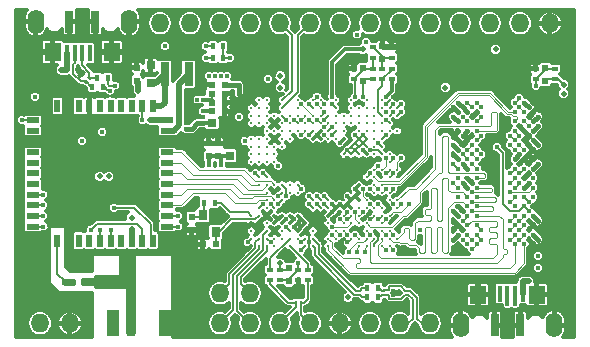
<source format=gbr>
G04 #@! TF.GenerationSoftware,KiCad,Pcbnew,5.0.2-bee76a0~70~ubuntu18.04.1*
G04 #@! TF.CreationDate,2019-05-16T13:37:02+08:00*
G04 #@! TF.ProjectId,require,72657175-6972-4652-9e6b-696361645f70,rev?*
G04 #@! TF.SameCoordinates,Original*
G04 #@! TF.FileFunction,Copper,L1,Top*
G04 #@! TF.FilePolarity,Positive*
%FSLAX46Y46*%
G04 Gerber Fmt 4.6, Leading zero omitted, Abs format (unit mm)*
G04 Created by KiCad (PCBNEW 5.0.2-bee76a0~70~ubuntu18.04.1) date 2019年05月16日 星期四 13时37分02秒*
%MOMM*%
%LPD*%
G01*
G04 APERTURE LIST*
G04 #@! TA.AperFunction,ComponentPad*
%ADD10O,1.400000X2.100000*%
G04 #@! TD*
G04 #@! TA.AperFunction,SMDPad,CuDef*
%ADD11R,0.675000X1.900000*%
G04 #@! TD*
G04 #@! TA.AperFunction,SMDPad,CuDef*
%ADD12R,1.425000X1.550000*%
G04 #@! TD*
G04 #@! TA.AperFunction,SMDPad,CuDef*
%ADD13R,0.450000X1.380000*%
G04 #@! TD*
G04 #@! TA.AperFunction,SMDPad,CuDef*
%ADD14R,1.000000X2.200000*%
G04 #@! TD*
G04 #@! TA.AperFunction,SMDPad,CuDef*
%ADD15R,0.800000X2.200000*%
G04 #@! TD*
G04 #@! TA.AperFunction,SMDPad,CuDef*
%ADD16R,0.600000X0.400000*%
G04 #@! TD*
G04 #@! TA.AperFunction,BGAPad,CuDef*
%ADD17C,0.400000*%
G04 #@! TD*
G04 #@! TA.AperFunction,BGAPad,CuDef*
%ADD18C,0.280000*%
G04 #@! TD*
G04 #@! TA.AperFunction,SMDPad,CuDef*
%ADD19R,0.400000X0.600000*%
G04 #@! TD*
G04 #@! TA.AperFunction,SMDPad,CuDef*
%ADD20R,0.800000X0.900000*%
G04 #@! TD*
G04 #@! TA.AperFunction,ComponentPad*
%ADD21O,1.587500X1.587500*%
G04 #@! TD*
G04 #@! TA.AperFunction,SMDPad,CuDef*
%ADD22R,1.125000X0.500000*%
G04 #@! TD*
G04 #@! TA.AperFunction,SMDPad,CuDef*
%ADD23R,0.500000X1.125000*%
G04 #@! TD*
G04 #@! TA.AperFunction,SMDPad,CuDef*
%ADD24R,0.400000X0.250000*%
G04 #@! TD*
G04 #@! TA.AperFunction,SMDPad,CuDef*
%ADD25R,0.400000X0.700000*%
G04 #@! TD*
G04 #@! TA.AperFunction,SMDPad,CuDef*
%ADD26R,0.250000X0.400000*%
G04 #@! TD*
G04 #@! TA.AperFunction,SMDPad,CuDef*
%ADD27R,0.700000X0.400000*%
G04 #@! TD*
G04 #@! TA.AperFunction,SMDPad,CuDef*
%ADD28C,0.250000*%
G04 #@! TD*
G04 #@! TA.AperFunction,Conductor*
%ADD29C,0.100000*%
G04 #@! TD*
G04 #@! TA.AperFunction,SMDPad,CuDef*
%ADD30C,0.400000*%
G04 #@! TD*
G04 #@! TA.AperFunction,SMDPad,CuDef*
%ADD31R,0.750000X0.800000*%
G04 #@! TD*
G04 #@! TA.AperFunction,SMDPad,CuDef*
%ADD32R,0.800000X0.750000*%
G04 #@! TD*
G04 #@! TA.AperFunction,SMDPad,CuDef*
%ADD33R,0.500000X0.600000*%
G04 #@! TD*
G04 #@! TA.AperFunction,SMDPad,CuDef*
%ADD34R,0.600000X0.500000*%
G04 #@! TD*
G04 #@! TA.AperFunction,SMDPad,CuDef*
%ADD35R,0.800000X2.000000*%
G04 #@! TD*
G04 #@! TA.AperFunction,ViaPad*
%ADD36C,0.400000*%
G04 #@! TD*
G04 #@! TA.AperFunction,ViaPad*
%ADD37C,0.500000*%
G04 #@! TD*
G04 #@! TA.AperFunction,Conductor*
%ADD38C,0.400000*%
G04 #@! TD*
G04 #@! TA.AperFunction,Conductor*
%ADD39C,0.200000*%
G04 #@! TD*
G04 #@! TA.AperFunction,Conductor*
%ADD40C,0.150000*%
G04 #@! TD*
G04 #@! TA.AperFunction,Conductor*
%ADD41C,0.300000*%
G04 #@! TD*
G04 #@! TA.AperFunction,Conductor*
%ADD42C,0.500000*%
G04 #@! TD*
G04 #@! TA.AperFunction,Conductor*
%ADD43C,0.254000*%
G04 #@! TD*
G04 APERTURE END LIST*
D10*
G04 #@! TO.P,J800,6*
G04 #@! TO.N,GND*
X40550000Y-52150000D03*
X48450000Y-52150000D03*
D11*
X43412500Y-52150000D03*
X45587500Y-52150000D03*
D12*
X42012500Y-54725000D03*
X46987500Y-54725000D03*
D13*
G04 #@! TO.P,J800,1*
G04 #@! TO.N,+5V*
X43200000Y-54810000D03*
G04 #@! TO.P,J800,2*
G04 #@! TO.N,Net-(D800-Pad1)*
X43850000Y-54810000D03*
G04 #@! TO.P,J800,3*
G04 #@! TO.N,Net-(D800-Pad2)*
X44500000Y-54810000D03*
G04 #@! TO.P,J800,4*
G04 #@! TO.N,Net-(J800-Pad4)*
X45150000Y-54810000D03*
G04 #@! TO.P,J800,5*
G04 #@! TO.N,GND*
X45800000Y-54810000D03*
G04 #@! TD*
D10*
G04 #@! TO.P,J801,6*
G04 #@! TO.N,GND*
X84450000Y-77850000D03*
X76550000Y-77850000D03*
D11*
X81587500Y-77850000D03*
X79412500Y-77850000D03*
D12*
X82987500Y-75275000D03*
X78012500Y-75275000D03*
D13*
G04 #@! TO.P,J801,1*
G04 #@! TO.N,+5V*
X81800000Y-75190000D03*
G04 #@! TO.P,J801,2*
G04 #@! TO.N,/USB_HOST_D3_P*
X81150000Y-75190000D03*
G04 #@! TO.P,J801,3*
G04 #@! TO.N,/USB_HOST_D3_N*
X80500000Y-75190000D03*
G04 #@! TO.P,J801,4*
G04 #@! TO.N,Net-(J801-Pad4)*
X79850000Y-75190000D03*
G04 #@! TO.P,J801,5*
G04 #@! TO.N,GND*
X79200000Y-75190000D03*
G04 #@! TD*
D14*
G04 #@! TO.P,ANT1,3*
G04 #@! TO.N,GND*
X51500000Y-77640000D03*
D15*
G04 #@! TO.P,ANT1,2*
X48600000Y-77640000D03*
D14*
G04 #@! TO.P,ANT1,1*
G04 #@! TO.N,Net-(ANT1-Pad1)*
X47100000Y-77640000D03*
G04 #@! TD*
D16*
G04 #@! TO.P,R210,1*
G04 #@! TO.N,Net-(C202-Pad2)*
X69100000Y-55200000D03*
G04 #@! TO.P,R210,2*
G04 #@! TO.N,Net-(C210-Pad1)*
X69100000Y-54300000D03*
G04 #@! TD*
D17*
G04 #@! TO.P,U300,A1*
G04 #@! TO.N,VCC_DDR*
X76300000Y-59000000D03*
G04 #@! TO.P,U300,B1*
G04 #@! TO.N,GND*
X76300000Y-59800000D03*
G04 #@! TO.P,U300,C1*
G04 #@! TO.N,VCC_DDR*
X76300000Y-60600000D03*
G04 #@! TO.P,U300,D1*
G04 #@! TO.N,GND*
X76300000Y-61400000D03*
G04 #@! TO.P,U300,E1*
X76300000Y-62200000D03*
G04 #@! TO.P,U300,F1*
G04 #@! TO.N,VCC_DDR*
X76300000Y-63000000D03*
G04 #@! TO.P,U300,G1*
G04 #@! TO.N,GND*
X76300000Y-63800000D03*
G04 #@! TO.P,U300,H1*
G04 #@! TO.N,Net-(C330-Pad1)*
X76300000Y-64600000D03*
G04 #@! TO.P,U300,J1*
G04 #@! TO.N,Net-(U300-PadJ1)*
X76300000Y-65400000D03*
G04 #@! TO.P,U300,K1*
G04 #@! TO.N,/ddr/DDR_ODT0*
X76300000Y-66200000D03*
G04 #@! TO.P,U300,L1*
G04 #@! TO.N,Net-(U300-PadL1)*
X76300000Y-67000000D03*
G04 #@! TO.P,U300,M1*
G04 #@! TO.N,GND*
X76300000Y-67800000D03*
G04 #@! TO.P,U300,N1*
G04 #@! TO.N,VCC_DDR*
X76300000Y-68600000D03*
G04 #@! TO.P,U300,P1*
G04 #@! TO.N,GND*
X76300000Y-69400000D03*
G04 #@! TO.P,U300,R1*
G04 #@! TO.N,VCC_DDR*
X76300000Y-70200000D03*
G04 #@! TO.P,U300,T1*
G04 #@! TO.N,GND*
X76300000Y-71000000D03*
G04 #@! TO.P,U300,A2*
G04 #@! TO.N,/ddr/DDR_D1*
X77100000Y-59000000D03*
G04 #@! TO.P,U300,B2*
G04 #@! TO.N,VCC_DDR*
X77100000Y-59800000D03*
G04 #@! TO.P,U300,C2*
G04 #@! TO.N,/ddr/DDR_D0*
X77100000Y-60600000D03*
G04 #@! TO.P,U300,D2*
G04 #@! TO.N,VCC_DDR*
X77100000Y-61400000D03*
G04 #@! TO.P,U300,E2*
G04 #@! TO.N,GND*
X77100000Y-62200000D03*
G04 #@! TO.P,U300,F2*
G04 #@! TO.N,/ddr/DDR_D9*
X77100000Y-63000000D03*
G04 #@! TO.P,U300,G2*
G04 #@! TO.N,/ddr/DDR_D12*
X77100000Y-63800000D03*
G04 #@! TO.P,U300,H2*
G04 #@! TO.N,VCC_DDR*
X77100000Y-64600000D03*
G04 #@! TO.P,U300,J2*
G04 #@! TO.N,GND*
X77100000Y-65400000D03*
G04 #@! TO.P,U300,K2*
G04 #@! TO.N,VCC_DDR*
X77100000Y-66200000D03*
G04 #@! TO.P,U300,L2*
G04 #@! TO.N,/ddr/DDR_CS0N*
X77100000Y-67000000D03*
G04 #@! TO.P,U300,M2*
G04 #@! TO.N,/ddr/DDR_BA0*
X77100000Y-67800000D03*
G04 #@! TO.P,U300,N2*
G04 #@! TO.N,/ddr/DDR_A3*
X77100000Y-68600000D03*
G04 #@! TO.P,U300,P2*
G04 #@! TO.N,/ddr/DDR_A5*
X77100000Y-69400000D03*
G04 #@! TO.P,U300,R2*
G04 #@! TO.N,/ddr/DDR_A7*
X77100000Y-70200000D03*
G04 #@! TO.P,U300,T2*
G04 #@! TO.N,/ddr/DDR_RESET*
X77100000Y-71000000D03*
G04 #@! TO.P,U300,A3*
G04 #@! TO.N,/ddr/DDR_D5*
X77900000Y-59000000D03*
G04 #@! TO.P,U300,B3*
G04 #@! TO.N,GND*
X77900000Y-59800000D03*
G04 #@! TO.P,U300,C3*
G04 #@! TO.N,/ddr/DDR_D2*
X77900000Y-60600000D03*
G04 #@! TO.P,U300,D3*
G04 #@! TO.N,/ddr/DDR_DM0*
X77900000Y-61400000D03*
G04 #@! TO.P,U300,E3*
G04 #@! TO.N,/ddr/DDR_D13*
X77900000Y-62200000D03*
G04 #@! TO.P,U300,F3*
G04 #@! TO.N,/ddr/DDR_DQS1P*
X77900000Y-63000000D03*
G04 #@! TO.P,U300,G3*
G04 #@! TO.N,/ddr/DDR_DQS1N*
X77900000Y-63800000D03*
G04 #@! TO.P,U300,H3*
G04 #@! TO.N,/ddr/DDR_D15*
X77900000Y-64600000D03*
G04 #@! TO.P,U300,J3*
G04 #@! TO.N,/ddr/DDR_RASN*
X77900000Y-65400000D03*
G04 #@! TO.P,U300,K3*
G04 #@! TO.N,/ddr/DDR_CASN*
X77900000Y-66200000D03*
G04 #@! TO.P,U300,L3*
G04 #@! TO.N,/ddr/DDR_WEN*
X77900000Y-67000000D03*
G04 #@! TO.P,U300,M3*
G04 #@! TO.N,/ddr/DDR_BA2*
X77900000Y-67800000D03*
G04 #@! TO.P,U300,N3*
G04 #@! TO.N,/ddr/DDR_A0*
X77900000Y-68600000D03*
G04 #@! TO.P,U300,P3*
G04 #@! TO.N,/ddr/DDR_A2*
X77900000Y-69400000D03*
G04 #@! TO.P,U300,R3*
G04 #@! TO.N,/ddr/DDR_A9*
X77900000Y-70200000D03*
G04 #@! TO.P,U300,T3*
G04 #@! TO.N,/ddr/DDR_A13*
X77900000Y-71000000D03*
G04 #@! TO.P,U300,A7*
G04 #@! TO.N,/ddr/DDR_D3*
X81100000Y-59000000D03*
G04 #@! TO.P,U300,B7*
G04 #@! TO.N,/ddr/DDR_DQS0N*
X81100000Y-59800000D03*
G04 #@! TO.P,U300,C7*
G04 #@! TO.N,/ddr/DDR_DQS0P*
X81100000Y-60600000D03*
G04 #@! TO.P,U300,D7*
G04 #@! TO.N,/ddr/DDR_D6*
X81100000Y-61400000D03*
G04 #@! TO.P,U300,E7*
G04 #@! TO.N,/ddr/DDR_DM1*
X81100000Y-62200000D03*
G04 #@! TO.P,U300,F7*
G04 #@! TO.N,/ddr/DDR_D10*
X81100000Y-63000000D03*
G04 #@! TO.P,U300,G7*
G04 #@! TO.N,VCC_DDR*
X81100000Y-63800000D03*
G04 #@! TO.P,U300,H7*
G04 #@! TO.N,/ddr/DDR_D8*
X81100000Y-64600000D03*
G04 #@! TO.P,U300,J7*
G04 #@! TO.N,/ddr/DDR_CLKP*
X81100000Y-65400000D03*
G04 #@! TO.P,U300,K7*
G04 #@! TO.N,/ddr/DDR_CLKN*
X81100000Y-66200000D03*
G04 #@! TO.P,U300,L7*
G04 #@! TO.N,/ddr/DDR_A10*
X81100000Y-67000000D03*
G04 #@! TO.P,U300,M7*
G04 #@! TO.N,Net-(U300-PadM7)*
X81100000Y-67800000D03*
G04 #@! TO.P,U300,N7*
G04 #@! TO.N,/ddr/DDR_A12*
X81100000Y-68600000D03*
G04 #@! TO.P,U300,P7*
G04 #@! TO.N,/ddr/DDR_A1*
X81100000Y-69400000D03*
G04 #@! TO.P,U300,R7*
G04 #@! TO.N,/ddr/DDR_A11*
X81100000Y-70200000D03*
G04 #@! TO.P,U300,T7*
G04 #@! TO.N,/ddr/DDR_A14*
X81100000Y-71000000D03*
G04 #@! TO.P,U300,A8*
G04 #@! TO.N,VCC_DDR*
X81900000Y-59000000D03*
G04 #@! TO.P,U300,B8*
G04 #@! TO.N,/ddr/DDR_D7*
X81900000Y-59800000D03*
G04 #@! TO.P,U300,C8*
G04 #@! TO.N,/ddr/DDR_D4*
X81900000Y-60600000D03*
G04 #@! TO.P,U300,D8*
G04 #@! TO.N,GND*
X81900000Y-61400000D03*
G04 #@! TO.P,U300,E8*
X81900000Y-62200000D03*
G04 #@! TO.P,U300,F8*
G04 #@! TO.N,/ddr/DDR_D14*
X81900000Y-63000000D03*
G04 #@! TO.P,U300,G8*
G04 #@! TO.N,GND*
X81900000Y-63800000D03*
G04 #@! TO.P,U300,H8*
G04 #@! TO.N,/ddr/DDR_D11*
X81900000Y-64600000D03*
G04 #@! TO.P,U300,J8*
G04 #@! TO.N,GND*
X81900000Y-65400000D03*
G04 #@! TO.P,U300,K8*
G04 #@! TO.N,VCC_DDR*
X81900000Y-66200000D03*
G04 #@! TO.P,U300,L8*
G04 #@! TO.N,Net-(R50-Pad1)*
X81900000Y-67000000D03*
G04 #@! TO.P,U300,M8*
G04 #@! TO.N,Net-(C330-Pad1)*
X81900000Y-67800000D03*
G04 #@! TO.P,U300,N8*
G04 #@! TO.N,/ddr/DDR_BA1*
X81900000Y-68600000D03*
G04 #@! TO.P,U300,P8*
G04 #@! TO.N,/ddr/DDR_A4*
X81900000Y-69400000D03*
G04 #@! TO.P,U300,R8*
G04 #@! TO.N,/ddr/DDR_A6*
X81900000Y-70200000D03*
G04 #@! TO.P,U300,T8*
G04 #@! TO.N,/ddr/DDR_A8*
X81900000Y-71000000D03*
G04 #@! TO.P,U300,A9*
G04 #@! TO.N,GND*
X82700000Y-59000000D03*
G04 #@! TO.P,U300,B9*
X82700000Y-59800000D03*
G04 #@! TO.P,U300,C9*
G04 #@! TO.N,VCC_DDR*
X82700000Y-60600000D03*
G04 #@! TO.P,U300,D9*
X82700000Y-61400000D03*
G04 #@! TO.P,U300,E9*
X82700000Y-62200000D03*
G04 #@! TO.P,U300,F9*
G04 #@! TO.N,GND*
X82700000Y-63000000D03*
G04 #@! TO.P,U300,G9*
X82700000Y-63800000D03*
G04 #@! TO.P,U300,H9*
G04 #@! TO.N,VCC_DDR*
X82700000Y-64600000D03*
G04 #@! TO.P,U300,J9*
G04 #@! TO.N,Net-(U300-PadJ9)*
X82700000Y-65400000D03*
G04 #@! TO.P,U300,K9*
G04 #@! TO.N,/ddr/DDR_CKE0*
X82700000Y-66200000D03*
G04 #@! TO.P,U300,L9*
G04 #@! TO.N,Net-(U300-PadL9)*
X82700000Y-67000000D03*
G04 #@! TO.P,U300,M9*
G04 #@! TO.N,GND*
X82700000Y-67800000D03*
G04 #@! TO.P,U300,N9*
G04 #@! TO.N,VCC_DDR*
X82700000Y-68600000D03*
G04 #@! TO.P,U300,P9*
G04 #@! TO.N,GND*
X82700000Y-69400000D03*
G04 #@! TO.P,U300,R9*
G04 #@! TO.N,VCC_DDR*
X82700000Y-70200000D03*
G04 #@! TO.P,U300,T9*
G04 #@! TO.N,GND*
X82700000Y-71000000D03*
G04 #@! TD*
D18*
G04 #@! TO.P,U100,Y20*
G04 #@! TO.N,GND*
X58825000Y-58825000D03*
G04 #@! TO.P,U100,W20*
G04 #@! TO.N,Net-(U100-PadW20)*
X58825000Y-59475000D03*
G04 #@! TO.P,U100,V20*
G04 #@! TO.N,Net-(U100-PadV20)*
X58825000Y-60125000D03*
G04 #@! TO.P,U100,U20*
G04 #@! TO.N,Net-(U100-PadU20)*
X58825000Y-60775000D03*
G04 #@! TO.P,U100,R20*
G04 #@! TO.N,Net-(U100-PadR20)*
X58825000Y-62075000D03*
G04 #@! TO.P,U100,P20*
G04 #@! TO.N,Net-(U100-PadP20)*
X58825000Y-62725000D03*
G04 #@! TO.P,U100,N20*
G04 #@! TO.N,Net-(U100-PadN20)*
X58825000Y-63375000D03*
G04 #@! TO.P,U100,M20*
G04 #@! TO.N,Net-(U100-PadM20)*
X58825000Y-64025000D03*
G04 #@! TO.P,U100,L20*
G04 #@! TO.N,GND*
X58825000Y-64675000D03*
G04 #@! TO.P,U100,E20*
G04 #@! TO.N,Net-(R100-Pad2)*
X58825000Y-68575000D03*
G04 #@! TO.P,U100,D20*
G04 #@! TO.N,GND*
X58825000Y-69225000D03*
G04 #@! TO.P,U100,C20*
G04 #@! TO.N,Net-(U100-PadC20)*
X58825000Y-69875000D03*
G04 #@! TO.P,U100,B20*
G04 #@! TO.N,Net-(C110-Pad1)*
X58825000Y-70525000D03*
G04 #@! TO.P,U100,A20*
G04 #@! TO.N,GND*
X58825000Y-71175000D03*
G04 #@! TO.P,U100,Y19*
G04 #@! TO.N,Net-(U100-PadY19)*
X59475000Y-58825000D03*
G04 #@! TO.P,U100,W19*
G04 #@! TO.N,Net-(U100-PadW19)*
X59475000Y-59475000D03*
G04 #@! TO.P,U100,V19*
G04 #@! TO.N,Net-(U100-PadV19)*
X59475000Y-60125000D03*
G04 #@! TO.P,U100,U19*
G04 #@! TO.N,Net-(U100-PadU19)*
X59475000Y-60775000D03*
G04 #@! TO.P,U100,R19*
G04 #@! TO.N,Net-(U100-PadR19)*
X59475000Y-62075000D03*
G04 #@! TO.P,U100,P19*
G04 #@! TO.N,Net-(U100-PadP19)*
X59475000Y-62725000D03*
G04 #@! TO.P,U100,N19*
G04 #@! TO.N,Net-(U100-PadN19)*
X59475000Y-63375000D03*
G04 #@! TO.P,U100,M19*
G04 #@! TO.N,Net-(U100-PadM19)*
X59475000Y-64025000D03*
G04 #@! TO.P,U100,L19*
G04 #@! TO.N,GND*
X59475000Y-64675000D03*
G04 #@! TO.P,U100,K19*
G04 #@! TO.N,/rk3308-io/UART4_CTS*
X59475000Y-65325000D03*
G04 #@! TO.P,U100,J19*
G04 #@! TO.N,/rk3308-io/SDIO_D0*
X59475000Y-65975000D03*
G04 #@! TO.P,U100,F19*
G04 #@! TO.N,/rk3308-io/BT_REG_ON*
X59475000Y-67925000D03*
G04 #@! TO.P,U100,E19*
G04 #@! TO.N,Net-(C101-Pad1)*
X59475000Y-68575000D03*
G04 #@! TO.P,U100,D19*
G04 #@! TO.N,GND*
X59475000Y-69225000D03*
G04 #@! TO.P,U100,C19*
X59475000Y-69875000D03*
G04 #@! TO.P,U100,B19*
G04 #@! TO.N,/rk3308-io/A1*
X59475000Y-70525000D03*
G04 #@! TO.P,U100,A19*
G04 #@! TO.N,/rk3308-io/A0*
X59475000Y-71175000D03*
G04 #@! TO.P,U100,Y18*
G04 #@! TO.N,Net-(U100-PadY18)*
X60125000Y-58825000D03*
G04 #@! TO.P,U100,W18*
G04 #@! TO.N,Net-(U100-PadW18)*
X60125000Y-59475000D03*
G04 #@! TO.P,U100,V18*
G04 #@! TO.N,Net-(U100-PadV18)*
X60125000Y-60125000D03*
G04 #@! TO.P,U100,U18*
G04 #@! TO.N,Net-(U100-PadU18)*
X60125000Y-60775000D03*
G04 #@! TO.P,U100,T18*
G04 #@! TO.N,Net-(U100-PadT18)*
X60125000Y-61425000D03*
G04 #@! TO.P,U100,R18*
G04 #@! TO.N,Net-(U100-PadR18)*
X60125000Y-62075000D03*
G04 #@! TO.P,U100,P18*
G04 #@! TO.N,Net-(U100-PadP18)*
X60125000Y-62725000D03*
G04 #@! TO.P,U100,N18*
G04 #@! TO.N,Net-(U100-PadN18)*
X60125000Y-63375000D03*
G04 #@! TO.P,U100,M18*
G04 #@! TO.N,Net-(U100-PadM18)*
X60125000Y-64025000D03*
G04 #@! TO.P,U100,L18*
G04 #@! TO.N,GND*
X60125000Y-64675000D03*
G04 #@! TO.P,U100,K18*
G04 #@! TO.N,/rk3308-io/UART4_RTS*
X60125000Y-65325000D03*
G04 #@! TO.P,U100,J18*
G04 #@! TO.N,/rk3308-io/SDIO_CLK*
X60125000Y-65975000D03*
G04 #@! TO.P,U100,H18*
G04 #@! TO.N,/rk3308-io/SDIO_CMD*
X60125000Y-66625000D03*
G04 #@! TO.P,U100,G18*
G04 #@! TO.N,/rk3308-io/SDIO_D2*
X60125000Y-67275000D03*
G04 #@! TO.P,U100,F18*
G04 #@! TO.N,Net-(U100-PadF18)*
X60125000Y-67925000D03*
G04 #@! TO.P,U100,E18*
G04 #@! TO.N,GND*
X60125000Y-68575000D03*
G04 #@! TO.P,U100,D18*
G04 #@! TO.N,/rk3308-io/A5*
X60125000Y-69225000D03*
G04 #@! TO.P,U100,C18*
G04 #@! TO.N,/rk3308-io/A2*
X60125000Y-69875000D03*
G04 #@! TO.P,U100,B18*
G04 #@! TO.N,/rk3308-io/A4*
X60125000Y-70525000D03*
G04 #@! TO.P,U100,A18*
G04 #@! TO.N,/rk3308-io/A3*
X60125000Y-71175000D03*
G04 #@! TO.P,U100,V17*
G04 #@! TO.N,Net-(U100-PadV17)*
X60775000Y-60125000D03*
G04 #@! TO.P,U100,U17*
G04 #@! TO.N,GND*
X60775000Y-60775000D03*
G04 #@! TO.P,U100,T17*
G04 #@! TO.N,Net-(U100-PadT17)*
X60775000Y-61425000D03*
G04 #@! TO.P,U100,R17*
G04 #@! TO.N,GND*
X60775000Y-62075000D03*
G04 #@! TO.P,U100,P17*
G04 #@! TO.N,Net-(U100-PadP17)*
X60775000Y-62725000D03*
G04 #@! TO.P,U100,N17*
G04 #@! TO.N,Net-(U100-PadN17)*
X60775000Y-63375000D03*
G04 #@! TO.P,U100,M17*
G04 #@! TO.N,Net-(U100-PadM17)*
X60775000Y-64025000D03*
G04 #@! TO.P,U100,L17*
G04 #@! TO.N,GND*
X60775000Y-64675000D03*
G04 #@! TO.P,U100,K17*
X60775000Y-65325000D03*
G04 #@! TO.P,U100,J17*
G04 #@! TO.N,/rk3308-io/SDIO_D1*
X60775000Y-65975000D03*
G04 #@! TO.P,U100,H17*
G04 #@! TO.N,GND*
X60775000Y-66625000D03*
G04 #@! TO.P,U100,G17*
G04 #@! TO.N,/rk3308-io/SDIO_D3*
X60775000Y-67275000D03*
G04 #@! TO.P,U100,F17*
G04 #@! TO.N,/rk3308-io/UART4_RXD*
X60775000Y-67925000D03*
G04 #@! TO.P,U100,E17*
G04 #@! TO.N,+1V8*
X60775000Y-68575000D03*
G04 #@! TO.P,U100,D17*
X60775000Y-69225000D03*
G04 #@! TO.P,U100,C17*
G04 #@! TO.N,GND*
X60775000Y-69875000D03*
G04 #@! TO.P,U100,B17*
G04 #@! TO.N,Net-(U100-PadB17)*
X60775000Y-70525000D03*
G04 #@! TO.P,U100,A17*
G04 #@! TO.N,Net-(U100-PadA17)*
X60775000Y-71175000D03*
G04 #@! TO.P,U100,Y16*
G04 #@! TO.N,/rk3308-io/D5*
X61425000Y-58825000D03*
G04 #@! TO.P,U100,W16*
G04 #@! TO.N,/rk3308-io/D6*
X61425000Y-59475000D03*
G04 #@! TO.P,U100,V16*
G04 #@! TO.N,/rk3308-io/D4*
X61425000Y-60125000D03*
G04 #@! TO.P,U100,U16*
G04 #@! TO.N,Net-(U100-PadU16)*
X61425000Y-60775000D03*
G04 #@! TO.P,U100,T16*
G04 #@! TO.N,Net-(U100-PadT16)*
X61425000Y-61425000D03*
G04 #@! TO.P,U100,R16*
G04 #@! TO.N,Net-(U100-PadR16)*
X61425000Y-62075000D03*
G04 #@! TO.P,U100,P16*
G04 #@! TO.N,Net-(U100-PadP16)*
X61425000Y-62725000D03*
G04 #@! TO.P,U100,N16*
G04 #@! TO.N,GND*
X61425000Y-63375000D03*
G04 #@! TO.P,U100,M16*
X61425000Y-64025000D03*
G04 #@! TO.P,U100,L16*
X61425000Y-64675000D03*
G04 #@! TO.P,U100,K16*
X61425000Y-65325000D03*
G04 #@! TO.P,U100,J16*
G04 #@! TO.N,/rk3308-io/UART4_TXD*
X61425000Y-65975000D03*
G04 #@! TO.P,U100,H16*
G04 #@! TO.N,/rk3308-io/BT_WAKE_HOST*
X61425000Y-66625000D03*
G04 #@! TO.P,U100,G16*
G04 #@! TO.N,/rk3308-io/HOST_WAKE_BT*
X61425000Y-67275000D03*
G04 #@! TO.P,U100,F16*
G04 #@! TO.N,GND*
X61425000Y-67925000D03*
G04 #@! TO.P,U100,E16*
G04 #@! TO.N,+1V8*
X61425000Y-68575000D03*
G04 #@! TO.P,U100,D16*
G04 #@! TO.N,+1V8A*
X61425000Y-69225000D03*
G04 #@! TO.P,U100,C16*
G04 #@! TO.N,Net-(U100-PadC16)*
X61425000Y-69875000D03*
G04 #@! TO.P,U100,B16*
G04 #@! TO.N,Net-(U100-PadB16)*
X61425000Y-70525000D03*
G04 #@! TO.P,U100,V15*
G04 #@! TO.N,Net-(U100-PadV15)*
X62075000Y-60125000D03*
G04 #@! TO.P,U100,U15*
G04 #@! TO.N,Net-(U100-PadU15)*
X62075000Y-60775000D03*
G04 #@! TO.P,U100,T15*
G04 #@! TO.N,Net-(U100-PadT15)*
X62075000Y-61425000D03*
G04 #@! TO.P,U100,R15*
G04 #@! TO.N,Net-(U100-PadR15)*
X62075000Y-62075000D03*
G04 #@! TO.P,U100,P15*
G04 #@! TO.N,GND*
X62075000Y-62725000D03*
G04 #@! TO.P,U100,N15*
X62075000Y-63375000D03*
G04 #@! TO.P,U100,M15*
X62075000Y-64025000D03*
G04 #@! TO.P,U100,L15*
X62075000Y-64675000D03*
G04 #@! TO.P,U100,K15*
X62075000Y-65325000D03*
G04 #@! TO.P,U100,J15*
G04 #@! TO.N,Net-(U100-PadJ15)*
X62075000Y-65975000D03*
G04 #@! TO.P,U100,H15*
G04 #@! TO.N,Net-(U100-PadH15)*
X62075000Y-66625000D03*
G04 #@! TO.P,U100,G15*
G04 #@! TO.N,GND*
X62075000Y-67275000D03*
G04 #@! TO.P,U100,F15*
X62075000Y-67925000D03*
G04 #@! TO.P,U100,E15*
G04 #@! TO.N,+1V0*
X62075000Y-68575000D03*
G04 #@! TO.P,U100,D15*
X62075000Y-69225000D03*
G04 #@! TO.P,U100,C15*
G04 #@! TO.N,/rk3308-io/USB_EXTR*
X62075000Y-69875000D03*
G04 #@! TO.P,U100,B15*
G04 #@! TO.N,/rk3308-io/D19*
X62075000Y-70525000D03*
G04 #@! TO.P,U100,A15*
G04 #@! TO.N,/rk3308-io/D20*
X62075000Y-71175000D03*
G04 #@! TO.P,U100,Y14*
G04 #@! TO.N,Net-(U100-PadY14)*
X62725000Y-58825000D03*
G04 #@! TO.P,U100,W14*
G04 #@! TO.N,Net-(U100-PadW14)*
X62725000Y-59475000D03*
G04 #@! TO.P,U100,V14*
G04 #@! TO.N,Net-(U100-PadV14)*
X62725000Y-60125000D03*
G04 #@! TO.P,U100,U14*
G04 #@! TO.N,/rk3308-io/D3*
X62725000Y-60775000D03*
G04 #@! TO.P,U100,T14*
G04 #@! TO.N,Net-(U100-PadT14)*
X62725000Y-61425000D03*
G04 #@! TO.P,U100,R14*
G04 #@! TO.N,GND*
X62725000Y-62075000D03*
G04 #@! TO.P,U100,P14*
X62725000Y-62725000D03*
G04 #@! TO.P,U100,N14*
X62725000Y-63375000D03*
G04 #@! TO.P,U100,M14*
X62725000Y-64025000D03*
G04 #@! TO.P,U100,L14*
X62725000Y-64675000D03*
G04 #@! TO.P,U100,K14*
X62725000Y-65325000D03*
G04 #@! TO.P,U100,J14*
G04 #@! TO.N,+3V3*
X62725000Y-65975000D03*
G04 #@! TO.P,U100,H14*
G04 #@! TO.N,Net-(U100-PadH14)*
X62725000Y-66625000D03*
G04 #@! TO.P,U100,G14*
G04 #@! TO.N,GND*
X62725000Y-67275000D03*
G04 #@! TO.P,U100,F14*
X62725000Y-67925000D03*
G04 #@! TO.P,U100,E14*
G04 #@! TO.N,+3V3*
X62725000Y-68575000D03*
G04 #@! TO.P,U100,D14*
X62725000Y-69225000D03*
G04 #@! TO.P,U100,C14*
X62725000Y-69875000D03*
G04 #@! TO.P,U100,B14*
G04 #@! TO.N,Net-(U100-PadB14)*
X62725000Y-70525000D03*
G04 #@! TO.P,U100,V13*
G04 #@! TO.N,/emmc/EMMC_CMD*
X63375000Y-60125000D03*
G04 #@! TO.P,U100,U13*
G04 #@! TO.N,Net-(U100-PadU13)*
X63375000Y-60775000D03*
G04 #@! TO.P,U100,T13*
G04 #@! TO.N,/emmc/EMMC_CLK*
X63375000Y-61425000D03*
G04 #@! TO.P,U100,P13*
G04 #@! TO.N,GND*
X63375000Y-62725000D03*
G04 #@! TO.P,U100,N13*
X63375000Y-63375000D03*
G04 #@! TO.P,U100,M13*
X63375000Y-64025000D03*
G04 #@! TO.P,U100,L13*
X63375000Y-64675000D03*
G04 #@! TO.P,U100,K13*
X63375000Y-65325000D03*
G04 #@! TO.P,U100,J13*
X63375000Y-65975000D03*
G04 #@! TO.P,U100,H13*
X63375000Y-66625000D03*
G04 #@! TO.P,U100,G13*
X63375000Y-67275000D03*
G04 #@! TO.P,U100,F13*
X63375000Y-67925000D03*
G04 #@! TO.P,U100,E13*
X63375000Y-68575000D03*
G04 #@! TO.P,U100,D13*
G04 #@! TO.N,+3V3*
X63375000Y-69225000D03*
G04 #@! TO.P,U100,C13*
G04 #@! TO.N,GND*
X63375000Y-69875000D03*
G04 #@! TO.P,U100,B13*
G04 #@! TO.N,/USB_OTG_D_P*
X63375000Y-70525000D03*
G04 #@! TO.P,U100,A13*
G04 #@! TO.N,/USB_OTG_D_N*
X63375000Y-71175000D03*
G04 #@! TO.P,U100,Y12*
G04 #@! TO.N,/emmc/EMMC_D2*
X64025000Y-58825000D03*
G04 #@! TO.P,U100,W12*
G04 #@! TO.N,/rk3308-io/D1*
X64025000Y-59475000D03*
G04 #@! TO.P,U100,V12*
G04 #@! TO.N,/emmc/EMMC_D1*
X64025000Y-60125000D03*
G04 #@! TO.P,U100,U12*
G04 #@! TO.N,/emmc/EMMC_D7*
X64025000Y-60775000D03*
G04 #@! TO.P,U100,T12*
G04 #@! TO.N,/rk3308-io/D2*
X64025000Y-61425000D03*
G04 #@! TO.P,U100,R12*
G04 #@! TO.N,+3V3*
X64025000Y-62075000D03*
G04 #@! TO.P,U100,P12*
G04 #@! TO.N,GND*
X64025000Y-62725000D03*
G04 #@! TO.P,U100,N12*
X64025000Y-63375000D03*
G04 #@! TO.P,U100,M12*
X64025000Y-64025000D03*
G04 #@! TO.P,U100,L12*
X64025000Y-64675000D03*
G04 #@! TO.P,U100,K12*
X64025000Y-65325000D03*
G04 #@! TO.P,U100,J12*
X64025000Y-65975000D03*
G04 #@! TO.P,U100,H12*
X64025000Y-66625000D03*
G04 #@! TO.P,U100,G12*
G04 #@! TO.N,+1V0L*
X64025000Y-67275000D03*
G04 #@! TO.P,U100,F12*
X64025000Y-67925000D03*
G04 #@! TO.P,U100,E12*
G04 #@! TO.N,GND*
X64025000Y-68575000D03*
G04 #@! TO.P,U100,D12*
X64025000Y-69225000D03*
G04 #@! TO.P,U100,C12*
G04 #@! TO.N,/rk3308-io/USB_OTG_ID*
X64025000Y-69875000D03*
G04 #@! TO.P,U100,B12*
G04 #@! TO.N,/USB_HOST_D1_P*
X64025000Y-70525000D03*
G04 #@! TO.P,U100,A12*
G04 #@! TO.N,/USB_HOST_D1_N*
X64025000Y-71175000D03*
G04 #@! TO.P,U100,Y11*
G04 #@! TO.N,/emmc/EMMC_D3*
X64675000Y-58825000D03*
G04 #@! TO.P,U100,W11*
G04 #@! TO.N,/emmc/EMMC_D4*
X64675000Y-59475000D03*
G04 #@! TO.P,U100,V11*
G04 #@! TO.N,/emmc/EMMC_D5*
X64675000Y-60125000D03*
G04 #@! TO.P,U100,U11*
G04 #@! TO.N,/emmc/EMMC_D0*
X64675000Y-60775000D03*
G04 #@! TO.P,U100,T11*
G04 #@! TO.N,+3V3*
X64675000Y-61425000D03*
G04 #@! TO.P,U100,R11*
X64675000Y-62075000D03*
G04 #@! TO.P,U100,P11*
G04 #@! TO.N,GND*
X64675000Y-62725000D03*
G04 #@! TO.P,U100,N11*
X64675000Y-63375000D03*
G04 #@! TO.P,U100,M11*
X64675000Y-64025000D03*
G04 #@! TO.P,U100,L11*
X64675000Y-64675000D03*
G04 #@! TO.P,U100,K11*
X64675000Y-65325000D03*
G04 #@! TO.P,U100,J11*
X64675000Y-65975000D03*
G04 #@! TO.P,U100,H11*
X64675000Y-66625000D03*
G04 #@! TO.P,U100,G11*
G04 #@! TO.N,+1V0L*
X64675000Y-67275000D03*
G04 #@! TO.P,U100,F11*
X64675000Y-67925000D03*
G04 #@! TO.P,U100,E11*
G04 #@! TO.N,GND*
X64675000Y-68575000D03*
G04 #@! TO.P,U100,D11*
X64675000Y-69225000D03*
G04 #@! TO.P,U100,C11*
X64675000Y-69875000D03*
G04 #@! TO.P,U100,B11*
X64675000Y-70525000D03*
G04 #@! TO.P,U100,V10*
G04 #@! TO.N,/rk3308-io/D9*
X65325000Y-60125000D03*
G04 #@! TO.P,U100,U10*
G04 #@! TO.N,/emmc/EMMC_D6*
X65325000Y-60775000D03*
G04 #@! TO.P,U100,T10*
G04 #@! TO.N,/rk3308-io/D10*
X65325000Y-61425000D03*
G04 #@! TO.P,U100,R10*
G04 #@! TO.N,/emmc/EMMC_RST*
X65325000Y-62075000D03*
G04 #@! TO.P,U100,P10*
G04 #@! TO.N,GND*
X65325000Y-62725000D03*
G04 #@! TO.P,U100,N10*
X65325000Y-63375000D03*
G04 #@! TO.P,U100,M10*
X65325000Y-64025000D03*
G04 #@! TO.P,U100,L10*
X65325000Y-64675000D03*
G04 #@! TO.P,U100,K10*
X65325000Y-65325000D03*
G04 #@! TO.P,U100,J10*
X65325000Y-65975000D03*
G04 #@! TO.P,U100,H10*
X65325000Y-66625000D03*
G04 #@! TO.P,U100,G10*
G04 #@! TO.N,+1V0L*
X65325000Y-67275000D03*
G04 #@! TO.P,U100,F10*
X65325000Y-67925000D03*
G04 #@! TO.P,U100,E10*
G04 #@! TO.N,VCC_DDR*
X65325000Y-68575000D03*
G04 #@! TO.P,U100,D10*
G04 #@! TO.N,Net-(U100-PadD10)*
X65325000Y-69225000D03*
G04 #@! TO.P,U100,B10*
G04 #@! TO.N,/ddr/DDR_A14*
X65325000Y-70525000D03*
G04 #@! TO.P,U100,A10*
G04 #@! TO.N,/ddr/DDR_A8*
X65325000Y-71175000D03*
G04 #@! TO.P,U100,Y9*
G04 #@! TO.N,Net-(U100-PadY9)*
X65975000Y-58825000D03*
G04 #@! TO.P,U100,W9*
G04 #@! TO.N,/rk3308-io/D7*
X65975000Y-59475000D03*
G04 #@! TO.P,U100,V9*
G04 #@! TO.N,Net-(U100-PadV9)*
X65975000Y-60125000D03*
G04 #@! TO.P,U100,U9*
G04 #@! TO.N,Net-(U100-PadU9)*
X65975000Y-60775000D03*
G04 #@! TO.P,U100,T9*
G04 #@! TO.N,/rk3308-io/D8*
X65975000Y-61425000D03*
G04 #@! TO.P,U100,R9*
G04 #@! TO.N,Net-(U100-PadR9)*
X65975000Y-62075000D03*
G04 #@! TO.P,U100,P9*
G04 #@! TO.N,GND*
X65975000Y-62725000D03*
G04 #@! TO.P,U100,N9*
X65975000Y-63375000D03*
G04 #@! TO.P,U100,M9*
X65975000Y-64025000D03*
G04 #@! TO.P,U100,L9*
X65975000Y-64675000D03*
G04 #@! TO.P,U100,K9*
X65975000Y-65325000D03*
G04 #@! TO.P,U100,J9*
X65975000Y-65975000D03*
G04 #@! TO.P,U100,H9*
X65975000Y-66625000D03*
G04 #@! TO.P,U100,G9*
X65975000Y-67275000D03*
G04 #@! TO.P,U100,F9*
G04 #@! TO.N,VCC_DDR*
X65975000Y-67925000D03*
G04 #@! TO.P,U100,E9*
G04 #@! TO.N,GND*
X65975000Y-68575000D03*
G04 #@! TO.P,U100,C9*
G04 #@! TO.N,/ddr/DDR_A10*
X65975000Y-69875000D03*
G04 #@! TO.P,U100,B9*
G04 #@! TO.N,/ddr/DDR_CKE0*
X65975000Y-70525000D03*
G04 #@! TO.P,U100,A9*
G04 #@! TO.N,GND*
X65975000Y-71175000D03*
G04 #@! TO.P,U100,V8*
G04 #@! TO.N,Net-(U100-PadV8)*
X66625000Y-60125000D03*
G04 #@! TO.P,U100,U8*
G04 #@! TO.N,Net-(U100-PadU8)*
X66625000Y-60775000D03*
G04 #@! TO.P,U100,T8*
G04 #@! TO.N,Net-(U100-PadT8)*
X66625000Y-61425000D03*
G04 #@! TO.P,U100,R8*
G04 #@! TO.N,+1V0C*
X66625000Y-62075000D03*
G04 #@! TO.P,U100,P8*
G04 #@! TO.N,GND*
X66625000Y-62725000D03*
G04 #@! TO.P,U100,N8*
G04 #@! TO.N,+1V0C*
X66625000Y-63375000D03*
G04 #@! TO.P,U100,M8*
G04 #@! TO.N,GND*
X66625000Y-64025000D03*
G04 #@! TO.P,U100,L8*
X66625000Y-64675000D03*
G04 #@! TO.P,U100,K8*
X66625000Y-65325000D03*
G04 #@! TO.P,U100,J8*
X66625000Y-65975000D03*
G04 #@! TO.P,U100,H8*
X66625000Y-66625000D03*
G04 #@! TO.P,U100,G8*
X66625000Y-67275000D03*
G04 #@! TO.P,U100,F8*
G04 #@! TO.N,VCC_DDR*
X66625000Y-67925000D03*
G04 #@! TO.P,U100,E8*
G04 #@! TO.N,/ddr/DDR_WEN*
X66625000Y-68575000D03*
G04 #@! TO.P,U100,D8*
G04 #@! TO.N,/ddr/DDR_CASN*
X66625000Y-69225000D03*
G04 #@! TO.P,U100,C8*
G04 #@! TO.N,/ddr/DDR_BA1*
X66625000Y-69875000D03*
G04 #@! TO.P,U100,B8*
G04 #@! TO.N,GND*
X66625000Y-70525000D03*
G04 #@! TO.P,U100,Y7*
G04 #@! TO.N,Net-(U100-PadY7)*
X67275000Y-58825000D03*
G04 #@! TO.P,U100,W7*
G04 #@! TO.N,Net-(U100-PadW7)*
X67275000Y-59475000D03*
G04 #@! TO.P,U100,V7*
G04 #@! TO.N,Net-(U100-PadV7)*
X67275000Y-60125000D03*
G04 #@! TO.P,U100,U7*
G04 #@! TO.N,Net-(U100-PadU7)*
X67275000Y-60775000D03*
G04 #@! TO.P,U100,T7*
G04 #@! TO.N,GND*
X67275000Y-61425000D03*
G04 #@! TO.P,U100,R7*
X67275000Y-62075000D03*
G04 #@! TO.P,U100,P7*
G04 #@! TO.N,+1V0C*
X67275000Y-62725000D03*
G04 #@! TO.P,U100,N7*
X67275000Y-63375000D03*
G04 #@! TO.P,U100,M7*
G04 #@! TO.N,GND*
X67275000Y-64025000D03*
G04 #@! TO.P,U100,L7*
X67275000Y-64675000D03*
G04 #@! TO.P,U100,K7*
X67275000Y-65325000D03*
G04 #@! TO.P,U100,J7*
X67275000Y-65975000D03*
G04 #@! TO.P,U100,H7*
X67275000Y-66625000D03*
G04 #@! TO.P,U100,F7*
G04 #@! TO.N,VCC_DDR*
X67275000Y-67925000D03*
G04 #@! TO.P,U100,E7*
G04 #@! TO.N,/ddr/DDR_A9*
X67275000Y-68575000D03*
G04 #@! TO.P,U100,D7*
G04 #@! TO.N,/ddr/DDR_A13*
X67275000Y-69225000D03*
G04 #@! TO.P,U100,C7*
G04 #@! TO.N,GND*
X67275000Y-69875000D03*
G04 #@! TO.P,U100,B7*
G04 #@! TO.N,/ddr/DDR_A4*
X67275000Y-70525000D03*
G04 #@! TO.P,U100,W6*
G04 #@! TO.N,Net-(U100-PadW6)*
X67925000Y-59475000D03*
G04 #@! TO.P,U100,V6*
G04 #@! TO.N,Net-(U100-PadV6)*
X67925000Y-60125000D03*
G04 #@! TO.P,U100,U6*
G04 #@! TO.N,Net-(U100-PadU6)*
X67925000Y-60775000D03*
G04 #@! TO.P,U100,T6*
G04 #@! TO.N,Net-(U100-PadT6)*
X67925000Y-61425000D03*
G04 #@! TO.P,U100,R6*
G04 #@! TO.N,+1V0C*
X67925000Y-62075000D03*
G04 #@! TO.P,U100,P6*
X67925000Y-62725000D03*
G04 #@! TO.P,U100,N6*
X67925000Y-63375000D03*
G04 #@! TO.P,U100,M6*
G04 #@! TO.N,GND*
X67925000Y-64025000D03*
G04 #@! TO.P,U100,J6*
G04 #@! TO.N,VCC_DDR*
X67925000Y-65975000D03*
G04 #@! TO.P,U100,H6*
X67925000Y-66625000D03*
G04 #@! TO.P,U100,G6*
X67925000Y-67275000D03*
G04 #@! TO.P,U100,F6*
G04 #@! TO.N,Net-(U100-PadF6)*
X67925000Y-67925000D03*
G04 #@! TO.P,U100,E6*
G04 #@! TO.N,/ddr/DDR_A3*
X67925000Y-68575000D03*
G04 #@! TO.P,U100,D6*
G04 #@! TO.N,/ddr/DDR_BA2*
X67925000Y-69225000D03*
G04 #@! TO.P,U100,C6*
G04 #@! TO.N,GND*
X67925000Y-69875000D03*
G04 #@! TO.P,U100,B6*
G04 #@! TO.N,/ddr/DDR_A12*
X67925000Y-70525000D03*
G04 #@! TO.P,U100,A6*
G04 #@! TO.N,/ddr/DDR_A6*
X67925000Y-71175000D03*
G04 #@! TO.P,U100,Y5*
G04 #@! TO.N,Net-(U100-PadY5)*
X68575000Y-58825000D03*
G04 #@! TO.P,U100,W5*
G04 #@! TO.N,Net-(U100-PadW5)*
X68575000Y-59475000D03*
G04 #@! TO.P,U100,V5*
G04 #@! TO.N,Net-(U100-PadV5)*
X68575000Y-60125000D03*
G04 #@! TO.P,U100,U5*
G04 #@! TO.N,Net-(U100-PadU5)*
X68575000Y-60775000D03*
G04 #@! TO.P,U100,T5*
G04 #@! TO.N,Net-(U100-PadT5)*
X68575000Y-61425000D03*
G04 #@! TO.P,U100,R5*
G04 #@! TO.N,+1V0C*
X68575000Y-62075000D03*
G04 #@! TO.P,U100,P5*
X68575000Y-62725000D03*
G04 #@! TO.P,U100,N5*
G04 #@! TO.N,+3V3*
X68575000Y-63375000D03*
G04 #@! TO.P,U100,M5*
G04 #@! TO.N,GND*
X68575000Y-64025000D03*
G04 #@! TO.P,U100,L5*
X68575000Y-64675000D03*
G04 #@! TO.P,U100,K5*
G04 #@! TO.N,/ddr/DDR_D15*
X68575000Y-65325000D03*
G04 #@! TO.P,U100,J5*
G04 #@! TO.N,GND*
X68575000Y-65975000D03*
G04 #@! TO.P,U100,G5*
G04 #@! TO.N,/ddr/DDR_D1*
X68575000Y-67275000D03*
G04 #@! TO.P,U100,F5*
G04 #@! TO.N,Net-(U100-PadF5)*
X68575000Y-67925000D03*
G04 #@! TO.P,U100,E5*
G04 #@! TO.N,GND*
X68575000Y-68575000D03*
G04 #@! TO.P,U100,D5*
G04 #@! TO.N,/ddr/DDR_RASN*
X68575000Y-69225000D03*
G04 #@! TO.P,U100,C5*
G04 #@! TO.N,/ddr/DDR_ODT0*
X68575000Y-69875000D03*
G04 #@! TO.P,U100,B5*
G04 #@! TO.N,/ddr/DDR_A11*
X68575000Y-70525000D03*
G04 #@! TO.P,U100,A5*
G04 #@! TO.N,/ddr/DDR_A1*
X68575000Y-71175000D03*
G04 #@! TO.P,U100,W4*
G04 #@! TO.N,Net-(U100-PadW4)*
X69225000Y-59475000D03*
G04 #@! TO.P,U100,V4*
G04 #@! TO.N,Net-(U100-PadV4)*
X69225000Y-60125000D03*
G04 #@! TO.P,U100,U4*
G04 #@! TO.N,Net-(U100-PadU4)*
X69225000Y-60775000D03*
G04 #@! TO.P,U100,T4*
G04 #@! TO.N,Net-(U100-PadT4)*
X69225000Y-61425000D03*
G04 #@! TO.P,U100,R4*
G04 #@! TO.N,Net-(U100-PadR4)*
X69225000Y-62075000D03*
G04 #@! TO.P,U100,P4*
G04 #@! TO.N,Net-(U100-PadP4)*
X69225000Y-62725000D03*
G04 #@! TO.P,U100,N4*
G04 #@! TO.N,Net-(U100-PadN4)*
X69225000Y-63375000D03*
G04 #@! TO.P,U100,M4*
G04 #@! TO.N,GND*
X69225000Y-64025000D03*
G04 #@! TO.P,U100,L4*
G04 #@! TO.N,/ddr/DDR_D10*
X69225000Y-64675000D03*
G04 #@! TO.P,U100,K4*
G04 #@! TO.N,/ddr/DDR_DQS0N*
X69225000Y-65325000D03*
G04 #@! TO.P,U100,J4*
G04 #@! TO.N,/ddr/DDR_D0*
X69225000Y-65975000D03*
G04 #@! TO.P,U100,H4*
G04 #@! TO.N,/ddr/DDR_D2*
X69225000Y-66625000D03*
G04 #@! TO.P,U100,F4*
G04 #@! TO.N,/ddr/DDR_D8*
X69225000Y-67925000D03*
G04 #@! TO.P,U100,E4*
G04 #@! TO.N,/ddr/DDR_RESET*
X69225000Y-68575000D03*
G04 #@! TO.P,U100,C4*
G04 #@! TO.N,GND*
X69225000Y-69875000D03*
G04 #@! TO.P,U100,B4*
G04 #@! TO.N,/ddr/DDR_A0*
X69225000Y-70525000D03*
G04 #@! TO.P,U100,A4*
G04 #@! TO.N,GND*
X69225000Y-71175000D03*
G04 #@! TO.P,U100,Y3*
G04 #@! TO.N,Net-(U100-PadY3)*
X69875000Y-58825000D03*
G04 #@! TO.P,U100,W3*
G04 #@! TO.N,Net-(U100-PadW3)*
X69875000Y-59475000D03*
G04 #@! TO.P,U100,V3*
G04 #@! TO.N,/power/CORE_DVS*
X69875000Y-60125000D03*
G04 #@! TO.P,U100,U3*
G04 #@! TO.N,Net-(U100-PadU3)*
X69875000Y-60775000D03*
G04 #@! TO.P,U100,T3*
G04 #@! TO.N,Net-(U100-PadT3)*
X69875000Y-61425000D03*
G04 #@! TO.P,U100,R3*
G04 #@! TO.N,/rk3308-io/EMMC_VSEL*
X69875000Y-62075000D03*
G04 #@! TO.P,U100,P3*
G04 #@! TO.N,/rk3308-io/WIFI_REG_ON*
X69875000Y-62725000D03*
G04 #@! TO.P,U100,N3*
G04 #@! TO.N,/rk3308-io/WIFI_WAKE_HOST*
X69875000Y-63375000D03*
G04 #@! TO.P,U100,L3*
G04 #@! TO.N,/ddr/DDR_DM1*
X69875000Y-64675000D03*
G04 #@! TO.P,U100,K3*
G04 #@! TO.N,GND*
X69875000Y-65325000D03*
G04 #@! TO.P,U100,J3*
G04 #@! TO.N,/ddr/DDR_DQS0P*
X69875000Y-65975000D03*
G04 #@! TO.P,U100,H3*
G04 #@! TO.N,/ddr/DDR_DQS1N*
X69875000Y-66625000D03*
G04 #@! TO.P,U100,G3*
G04 #@! TO.N,GND*
X69875000Y-67275000D03*
G04 #@! TO.P,U100,F3*
G04 #@! TO.N,/ddr/DDR_D9*
X69875000Y-67925000D03*
G04 #@! TO.P,U100,E3*
G04 #@! TO.N,/ddr/DDR_D6*
X69875000Y-68575000D03*
G04 #@! TO.P,U100,D3*
G04 #@! TO.N,/ddr/DDR_D11*
X69875000Y-69225000D03*
G04 #@! TO.P,U100,C3*
G04 #@! TO.N,/ddr/DDR_CLKP*
X69875000Y-69875000D03*
G04 #@! TO.P,U100,B3*
G04 #@! TO.N,/ddr/DDR_A5*
X69875000Y-70525000D03*
G04 #@! TO.P,U100,A3*
G04 #@! TO.N,/ddr/DDR_A2*
X69875000Y-71175000D03*
G04 #@! TO.P,U100,Y2*
G04 #@! TO.N,/wireless/LPO*
X70525000Y-58825000D03*
G04 #@! TO.P,U100,W2*
G04 #@! TO.N,/rk3308-io/D11*
X70525000Y-59475000D03*
G04 #@! TO.P,U100,V2*
G04 #@! TO.N,/rk3308-io/I2C1_SDA*
X70525000Y-60125000D03*
G04 #@! TO.P,U100,U2*
G04 #@! TO.N,/rk3308-io/D13*
X70525000Y-60775000D03*
G04 #@! TO.P,U100,T2*
G04 #@! TO.N,Net-(U100-PadT2)*
X70525000Y-61425000D03*
G04 #@! TO.P,U100,N2*
G04 #@! TO.N,Net-(U100-PadN2)*
X70525000Y-63375000D03*
G04 #@! TO.P,U100,M2*
G04 #@! TO.N,/ddr/DDR_D14*
X70525000Y-64025000D03*
G04 #@! TO.P,U100,L2*
G04 #@! TO.N,/ddr/DDR_D12*
X70525000Y-64675000D03*
G04 #@! TO.P,U100,K2*
G04 #@! TO.N,/ddr/DDR_D7*
X70525000Y-65325000D03*
G04 #@! TO.P,U100,H2*
G04 #@! TO.N,/ddr/DDR_DQS1P*
X70525000Y-66625000D03*
G04 #@! TO.P,U100,G2*
G04 #@! TO.N,/ddr/DDR_D13*
X70525000Y-67275000D03*
G04 #@! TO.P,U100,F2*
G04 #@! TO.N,GND*
X70525000Y-67925000D03*
G04 #@! TO.P,U100,E2*
G04 #@! TO.N,/ddr/DDR_D4*
X70525000Y-68575000D03*
G04 #@! TO.P,U100,D2*
G04 #@! TO.N,GND*
X70525000Y-69225000D03*
G04 #@! TO.P,U100,C2*
G04 #@! TO.N,/ddr/DDR_CLKN*
X70525000Y-69875000D03*
G04 #@! TO.P,U100,B2*
G04 #@! TO.N,/ddr/DDR_BA0*
X70525000Y-70525000D03*
G04 #@! TO.P,U100,A2*
G04 #@! TO.N,/ddr/DDR_A7*
X70525000Y-71175000D03*
G04 #@! TO.P,U100,Y1*
G04 #@! TO.N,GND*
X71175000Y-58825000D03*
G04 #@! TO.P,U100,W1*
G04 #@! TO.N,/rk3308-io/D12*
X71175000Y-59475000D03*
G04 #@! TO.P,U100,V1*
G04 #@! TO.N,/rk3308-io/I2C1_SCL*
X71175000Y-60125000D03*
G04 #@! TO.P,U100,T1*
G04 #@! TO.N,Net-(U100-PadT1)*
X71175000Y-61425000D03*
G04 #@! TO.P,U100,N1*
G04 #@! TO.N,GND*
X71175000Y-63375000D03*
G04 #@! TO.P,U100,L1*
G04 #@! TO.N,/ddr/DDR_D3*
X71175000Y-64675000D03*
G04 #@! TO.P,U100,K1*
G04 #@! TO.N,GND*
X71175000Y-65325000D03*
G04 #@! TO.P,U100,G1*
G04 #@! TO.N,/ddr/DDR_DM0*
X71175000Y-67275000D03*
G04 #@! TO.P,U100,F1*
G04 #@! TO.N,/ddr/DDR_D5*
X71175000Y-67925000D03*
G04 #@! TO.P,U100,E1*
G04 #@! TO.N,GND*
X71175000Y-68575000D03*
G04 #@! TO.P,U100,B1*
G04 #@! TO.N,/ddr/DDR_CS0N*
X71175000Y-70525000D03*
G04 #@! TO.P,U100,A1*
G04 #@! TO.N,GND*
X71175000Y-71175000D03*
G04 #@! TD*
D19*
G04 #@! TO.P,L500,1*
G04 #@! TO.N,/wireless/RFOUT*
X43700000Y-74200000D03*
G04 #@! TO.P,L500,2*
G04 #@! TO.N,GND*
X44600000Y-74200000D03*
G04 #@! TD*
D20*
G04 #@! TO.P,Y100,4*
G04 #@! TO.N,GND*
X55800000Y-68550000D03*
G04 #@! TO.P,Y100,3*
G04 #@! TO.N,Net-(C101-Pad1)*
X55800000Y-69950000D03*
G04 #@! TO.P,Y100,2*
G04 #@! TO.N,GND*
X54700000Y-69950000D03*
G04 #@! TO.P,Y100,1*
G04 #@! TO.N,Net-(C100-Pad1)*
X54700000Y-68550000D03*
G04 #@! TD*
D21*
G04 #@! TO.P,RP2,1*
G04 #@! TO.N,/rk3308-io/D2*
X53610000Y-52300000D03*
G04 #@! TD*
G04 #@! TO.P,LP3,1*
G04 #@! TO.N,/rk3308-io/A0*
X56150000Y-77700000D03*
G04 #@! TD*
G04 #@! TO.P,LP31,1*
G04 #@! TO.N,/rk3308-io/A1*
X56150000Y-75160000D03*
G04 #@! TD*
G04 #@! TO.P,LP4,1*
G04 #@! TO.N,/rk3308-io/A2*
X58690000Y-77700000D03*
G04 #@! TD*
G04 #@! TO.P,LP41,1*
G04 #@! TO.N,/rk3308-io/A3*
X58690000Y-75160000D03*
G04 #@! TD*
G04 #@! TO.P,LP9,1*
G04 #@! TO.N,/USB_HOST_D2_N*
X71390000Y-77700000D03*
G04 #@! TD*
G04 #@! TO.P,LP10,1*
G04 #@! TO.N,/USB_HOST_D2_P*
X73930000Y-77700000D03*
G04 #@! TD*
G04 #@! TO.P,LP8,1*
G04 #@! TO.N,+5V*
X68850000Y-77700000D03*
G04 #@! TD*
G04 #@! TO.P,LP7,1*
G04 #@! TO.N,GND*
X66310000Y-77700000D03*
G04 #@! TD*
G04 #@! TO.P,LP1,1*
G04 #@! TO.N,+3V3*
X40910000Y-77700000D03*
G04 #@! TD*
G04 #@! TO.P,RP11,1*
G04 #@! TO.N,/rk3308-io/D11*
X76470000Y-52300000D03*
G04 #@! TD*
G04 #@! TO.P,RP12,1*
G04 #@! TO.N,/rk3308-io/D12*
X79010000Y-52300000D03*
G04 #@! TD*
G04 #@! TO.P,RP13,1*
G04 #@! TO.N,/rk3308-io/D13*
X81550000Y-52300000D03*
G04 #@! TD*
G04 #@! TO.P,LP5,1*
G04 #@! TO.N,Net-(D820-Pad1)*
X61230000Y-77700000D03*
G04 #@! TD*
G04 #@! TO.P,LP6,1*
G04 #@! TO.N,Net-(D820-Pad2)*
X63770000Y-77700000D03*
G04 #@! TD*
G04 #@! TO.P,RP1,1*
G04 #@! TO.N,/rk3308-io/D1*
X51070000Y-52300000D03*
G04 #@! TD*
G04 #@! TO.P,RP3,1*
G04 #@! TO.N,/rk3308-io/D3*
X56150000Y-52300000D03*
G04 #@! TD*
G04 #@! TO.P,RP4,1*
G04 #@! TO.N,/rk3308-io/D4*
X58690000Y-52300000D03*
G04 #@! TD*
G04 #@! TO.P,RP5,1*
G04 #@! TO.N,/rk3308-io/D5*
X61230000Y-52300000D03*
G04 #@! TD*
G04 #@! TO.P,RP6,1*
G04 #@! TO.N,/rk3308-io/D6*
X63770000Y-52300000D03*
G04 #@! TD*
G04 #@! TO.P,RP7,1*
G04 #@! TO.N,/rk3308-io/D7*
X66310000Y-52300000D03*
G04 #@! TD*
G04 #@! TO.P,RP8,1*
G04 #@! TO.N,/rk3308-io/D8*
X68850000Y-52300000D03*
G04 #@! TD*
G04 #@! TO.P,RP9,1*
G04 #@! TO.N,/rk3308-io/D9*
X71390000Y-52300000D03*
G04 #@! TD*
G04 #@! TO.P,RP10,1*
G04 #@! TO.N,/rk3308-io/D10*
X73930000Y-52300000D03*
G04 #@! TD*
G04 #@! TO.P,RP14,1*
G04 #@! TO.N,GND*
X84090000Y-52300000D03*
G04 #@! TD*
G04 #@! TO.P,LP2,1*
G04 #@! TO.N,GND*
X43450000Y-77700000D03*
G04 #@! TD*
D22*
G04 #@! TO.P,U500,44*
G04 #@! TO.N,/rk3308-io/UART4_RTS*
X40312500Y-69500000D03*
G04 #@! TO.P,U500,43*
G04 #@! TO.N,/rk3308-io/UART4_TXD*
X40312500Y-68600000D03*
G04 #@! TO.P,U500,42*
G04 #@! TO.N,/rk3308-io/UART4_RXD*
X40312500Y-67700000D03*
G04 #@! TO.P,U500,41*
G04 #@! TO.N,/rk3308-io/UART4_CTS*
X40312500Y-66800000D03*
G04 #@! TO.P,U500,40*
G04 #@! TO.N,Net-(U500-Pad40)*
X40312500Y-65900000D03*
G04 #@! TO.P,U500,39*
G04 #@! TO.N,Net-(U500-Pad39)*
X40312500Y-65000000D03*
G04 #@! TO.P,U500,38*
G04 #@! TO.N,Net-(U500-Pad38)*
X40312500Y-64100000D03*
G04 #@! TO.P,U500,37*
G04 #@! TO.N,Net-(U500-Pad37)*
X40312500Y-63200000D03*
G04 #@! TO.P,U500,36*
G04 #@! TO.N,GND*
X40312500Y-62300000D03*
G04 #@! TO.P,U500,35*
G04 #@! TO.N,Net-(U500-Pad35)*
X40312500Y-61400000D03*
G04 #@! TO.P,U500,34*
G04 #@! TO.N,/rk3308-io/BT_REG_ON*
X40312500Y-60500000D03*
D23*
G04 #@! TO.P,U500,33*
G04 #@! TO.N,GND*
X41500000Y-59312500D03*
G04 #@! TO.P,U500,32*
G04 #@! TO.N,Net-(U500-Pad32)*
X42400000Y-59312500D03*
G04 #@! TO.P,U500,31*
G04 #@! TO.N,GND*
X43300000Y-59312500D03*
G04 #@! TO.P,U500,30*
G04 #@! TO.N,Net-(U500-Pad30)*
X44200000Y-59312500D03*
G04 #@! TO.P,U500,29*
G04 #@! TO.N,GND*
X45100000Y-59312500D03*
G04 #@! TO.P,U500,28*
G04 #@! TO.N,Net-(U500-Pad28)*
X46000000Y-59312500D03*
G04 #@! TO.P,U500,27*
G04 #@! TO.N,Net-(U500-Pad27)*
X46900000Y-59312500D03*
G04 #@! TO.P,U500,26*
G04 #@! TO.N,Net-(U500-Pad26)*
X47800000Y-59312500D03*
G04 #@! TO.P,U500,25*
G04 #@! TO.N,Net-(U500-Pad25)*
X48700000Y-59312500D03*
G04 #@! TO.P,U500,24*
G04 #@! TO.N,/wireless/LPO*
X49600000Y-59312500D03*
G04 #@! TO.P,U500,23*
G04 #@! TO.N,Net-(C540-Pad1)*
X50500000Y-59312500D03*
D22*
G04 #@! TO.P,U500,22*
G04 #@! TO.N,+3V3*
X51687500Y-60500000D03*
G04 #@! TO.P,U500,21*
G04 #@! TO.N,Net-(L540-Pad1)*
X51687500Y-61400000D03*
G04 #@! TO.P,U500,20*
G04 #@! TO.N,GND*
X51687500Y-62300000D03*
G04 #@! TO.P,U500,19*
G04 #@! TO.N,/rk3308-io/SDIO_D1*
X51687500Y-63200000D03*
G04 #@! TO.P,U500,18*
G04 #@! TO.N,/rk3308-io/SDIO_D0*
X51687500Y-64100000D03*
G04 #@! TO.P,U500,17*
G04 #@! TO.N,/rk3308-io/SDIO_CLK*
X51687500Y-65000000D03*
G04 #@! TO.P,U500,16*
G04 #@! TO.N,/rk3308-io/SDIO_CMD*
X51687500Y-65900000D03*
G04 #@! TO.P,U500,15*
G04 #@! TO.N,/rk3308-io/SDIO_D3*
X51687500Y-66800000D03*
G04 #@! TO.P,U500,14*
G04 #@! TO.N,/rk3308-io/SDIO_D2*
X51687500Y-67700000D03*
G04 #@! TO.P,U500,13*
G04 #@! TO.N,/rk3308-io/WIFI_WAKE_HOST*
X51687500Y-68600000D03*
G04 #@! TO.P,U500,12*
G04 #@! TO.N,/rk3308-io/WIFI_REG_ON*
X51687500Y-69500000D03*
D23*
G04 #@! TO.P,U500,11*
G04 #@! TO.N,Net-(C521-Pad1)*
X50500000Y-70687500D03*
G04 #@! TO.P,U500,10*
G04 #@! TO.N,Net-(C520-Pad1)*
X49600000Y-70687500D03*
G04 #@! TO.P,U500,9*
G04 #@! TO.N,+3V3*
X48700000Y-70687500D03*
G04 #@! TO.P,U500,8*
G04 #@! TO.N,Net-(U500-Pad8)*
X47800000Y-70687500D03*
G04 #@! TO.P,U500,7*
G04 #@! TO.N,/rk3308-io/BT_WAKE_HOST*
X46900000Y-70687500D03*
G04 #@! TO.P,U500,6*
G04 #@! TO.N,/rk3308-io/HOST_WAKE_BT*
X46000000Y-70687500D03*
G04 #@! TO.P,U500,5*
G04 #@! TO.N,Net-(U500-Pad5)*
X45100000Y-70687500D03*
G04 #@! TO.P,U500,4*
G04 #@! TO.N,Net-(U500-Pad4)*
X44200000Y-70687500D03*
G04 #@! TO.P,U500,3*
G04 #@! TO.N,GND*
X43300000Y-70687500D03*
G04 #@! TO.P,U500,2*
G04 #@! TO.N,/wireless/RFOUT*
X42400000Y-70687500D03*
G04 #@! TO.P,U500,1*
G04 #@! TO.N,GND*
X41500000Y-70687500D03*
G04 #@! TD*
D24*
G04 #@! TO.P,D810,1*
G04 #@! TO.N,/USB_HOST_D2_P*
X70150000Y-74875000D03*
G04 #@! TO.P,D810,2*
G04 #@! TO.N,/USB_HOST_D2_N*
X70150000Y-75325000D03*
D25*
G04 #@! TO.P,D810,3*
G04 #@! TO.N,GND*
X70850000Y-75100000D03*
G04 #@! TD*
D26*
G04 #@! TO.P,D820,1*
G04 #@! TO.N,Net-(D820-Pad1)*
X62575000Y-75950000D03*
G04 #@! TO.P,D820,2*
G04 #@! TO.N,Net-(D820-Pad2)*
X63025000Y-75950000D03*
D27*
G04 #@! TO.P,D820,3*
G04 #@! TO.N,GND*
X62800000Y-75250000D03*
G04 #@! TD*
D28*
G04 #@! TO.P,D800,1*
G04 #@! TO.N,Net-(D800-Pad1)*
X44788388Y-57206586D03*
D29*
G04 #@! TD*
G04 #@! TO.N,Net-(D800-Pad1)*
G04 #@! TO.C,D800*
G36*
X45018198Y-57259619D02*
X44841421Y-57436396D01*
X44558578Y-57153553D01*
X44735355Y-56976776D01*
X45018198Y-57259619D01*
X45018198Y-57259619D01*
G37*
D28*
G04 #@! TO.P,D800,2*
G04 #@! TO.N,Net-(D800-Pad2)*
X45106586Y-56888388D03*
D29*
G04 #@! TD*
G04 #@! TO.N,Net-(D800-Pad2)*
G04 #@! TO.C,D800*
G36*
X45336396Y-56941421D02*
X45159619Y-57118198D01*
X44876776Y-56835355D01*
X45053553Y-56658578D01*
X45336396Y-56941421D01*
X45336396Y-56941421D01*
G37*
D30*
G04 #@! TO.P,D800,3*
G04 #@! TO.N,GND*
X44452513Y-56552513D03*
D29*
G04 #@! TD*
G04 #@! TO.N,GND*
G04 #@! TO.C,D800*
G36*
X44841422Y-56446447D02*
X44346447Y-56941422D01*
X44063604Y-56658579D01*
X44558579Y-56163604D01*
X44841422Y-56446447D01*
X44841422Y-56446447D01*
G37*
D31*
G04 #@! TO.P,C540,1*
G04 #@! TO.N,Net-(C540-Pad1)*
X50300000Y-57350000D03*
G04 #@! TO.P,C540,2*
G04 #@! TO.N,GND*
X50300000Y-55850000D03*
G04 #@! TD*
G04 #@! TO.P,C400,1*
G04 #@! TO.N,+3V3*
X57000000Y-63500000D03*
G04 #@! TO.P,C400,2*
G04 #@! TO.N,GND*
X57000000Y-62000000D03*
G04 #@! TD*
D32*
G04 #@! TO.P,C410,1*
G04 #@! TO.N,+3V3*
X55500000Y-60750000D03*
G04 #@! TO.P,C410,2*
G04 #@! TO.N,GND*
X57000000Y-60750000D03*
G04 #@! TD*
D33*
G04 #@! TO.P,C500,2*
G04 #@! TO.N,GND*
X45250000Y-75300000D03*
G04 #@! TO.P,C500,1*
X45250000Y-74200000D03*
G04 #@! TD*
G04 #@! TO.P,C501,2*
G04 #@! TO.N,GND*
X43050000Y-75300000D03*
G04 #@! TO.P,C501,1*
G04 #@! TO.N,/wireless/RFOUT*
X43050000Y-74200000D03*
G04 #@! TD*
G04 #@! TO.P,C232,2*
G04 #@! TO.N,Net-(C232-Pad2)*
X83700000Y-56050000D03*
G04 #@! TO.P,C232,1*
G04 #@! TO.N,VCC_DDR*
X83700000Y-57150000D03*
G04 #@! TD*
G04 #@! TO.P,C202,2*
G04 #@! TO.N,Net-(C202-Pad2)*
X68300000Y-56050000D03*
G04 #@! TO.P,C202,1*
G04 #@! TO.N,+1V0C*
X68300000Y-57150000D03*
G04 #@! TD*
G04 #@! TO.P,C210,2*
G04 #@! TO.N,GND*
X69900000Y-54200000D03*
G04 #@! TO.P,C210,1*
G04 #@! TO.N,Net-(C210-Pad1)*
X69900000Y-55300000D03*
G04 #@! TD*
G04 #@! TO.P,C222,2*
G04 #@! TO.N,Net-(C222-Pad2)*
X62000000Y-74150000D03*
G04 #@! TO.P,C222,1*
G04 #@! TO.N,+1V0L*
X62000000Y-73050000D03*
G04 #@! TD*
D34*
G04 #@! TO.P,C101,2*
G04 #@! TO.N,GND*
X54700000Y-71000000D03*
G04 #@! TO.P,C101,1*
G04 #@! TO.N,Net-(C101-Pad1)*
X55800000Y-71000000D03*
G04 #@! TD*
D33*
G04 #@! TO.P,C100,2*
G04 #@! TO.N,GND*
X53750000Y-69800000D03*
G04 #@! TO.P,C100,1*
G04 #@! TO.N,Net-(C100-Pad1)*
X53750000Y-68700000D03*
G04 #@! TD*
D34*
G04 #@! TO.P,C420,2*
G04 #@! TO.N,GND*
X55450000Y-57500000D03*
G04 #@! TO.P,C420,1*
G04 #@! TO.N,/emmc/VDDi*
X56550000Y-57500000D03*
G04 #@! TD*
D33*
G04 #@! TO.P,C402,2*
G04 #@! TO.N,GND*
X55200000Y-62450000D03*
G04 #@! TO.P,C402,1*
G04 #@! TO.N,+3V3*
X55200000Y-63550000D03*
G04 #@! TD*
G04 #@! TO.P,C401,2*
G04 #@! TO.N,GND*
X56000000Y-62450000D03*
G04 #@! TO.P,C401,1*
G04 #@! TO.N,+3V3*
X56000000Y-63550000D03*
G04 #@! TD*
D34*
G04 #@! TO.P,C411,2*
G04 #@! TO.N,GND*
X56550000Y-59750000D03*
G04 #@! TO.P,C411,1*
G04 #@! TO.N,+3V3*
X55450000Y-59750000D03*
G04 #@! TD*
G04 #@! TO.P,C406,2*
G04 #@! TO.N,GND*
X56550000Y-59000000D03*
G04 #@! TO.P,C406,1*
G04 #@! TO.N,+3V3*
X55450000Y-59000000D03*
G04 #@! TD*
D16*
G04 #@! TO.P,R232,1*
G04 #@! TO.N,VCC_DDR*
X84500000Y-57050000D03*
G04 #@! TO.P,R232,2*
G04 #@! TO.N,Net-(C232-Pad2)*
X84500000Y-56150000D03*
G04 #@! TD*
G04 #@! TO.P,R233,1*
G04 #@! TO.N,Net-(C232-Pad2)*
X82900000Y-57050000D03*
G04 #@! TO.P,R233,2*
G04 #@! TO.N,GND*
X82900000Y-56150000D03*
G04 #@! TD*
G04 #@! TO.P,R202,1*
G04 #@! TO.N,+1V0C*
X69100000Y-57050000D03*
G04 #@! TO.P,R202,2*
G04 #@! TO.N,Net-(C202-Pad2)*
X69100000Y-56150000D03*
G04 #@! TD*
G04 #@! TO.P,R203,1*
G04 #@! TO.N,Net-(C202-Pad2)*
X67500000Y-57050000D03*
G04 #@! TO.P,R203,2*
G04 #@! TO.N,GND*
X67500000Y-56150000D03*
G04 #@! TD*
G04 #@! TO.P,R211,1*
G04 #@! TO.N,Net-(C210-Pad1)*
X70700000Y-55200000D03*
G04 #@! TO.P,R211,2*
G04 #@! TO.N,GND*
X70700000Y-54300000D03*
G04 #@! TD*
G04 #@! TO.P,R212,1*
G04 #@! TO.N,Net-(C210-Pad1)*
X69900000Y-56150000D03*
G04 #@! TO.P,R212,2*
G04 #@! TO.N,/power/CORE_DVS*
X69900000Y-57050000D03*
G04 #@! TD*
G04 #@! TO.P,R213,1*
G04 #@! TO.N,+3V3*
X70700000Y-57050000D03*
G04 #@! TO.P,R213,2*
G04 #@! TO.N,/power/CORE_DVS*
X70700000Y-56150000D03*
G04 #@! TD*
D19*
G04 #@! TO.P,R100,1*
G04 #@! TO.N,Net-(C100-Pad1)*
X54800000Y-67500000D03*
G04 #@! TO.P,R100,2*
G04 #@! TO.N,Net-(R100-Pad2)*
X55700000Y-67500000D03*
G04 #@! TD*
G04 #@! TO.P,R811,1*
G04 #@! TO.N,/USB_HOST_D2_P*
X69550000Y-74700000D03*
G04 #@! TO.P,R811,2*
G04 #@! TO.N,/USB_HOST_D1_P*
X68650000Y-74700000D03*
G04 #@! TD*
G04 #@! TO.P,R810,1*
G04 #@! TO.N,/USB_HOST_D2_N*
X69550000Y-75500000D03*
G04 #@! TO.P,R810,2*
G04 #@! TO.N,/USB_HOST_D1_N*
X68650000Y-75500000D03*
G04 #@! TD*
G04 #@! TO.P,R800,1*
G04 #@! TO.N,Net-(D800-Pad2)*
X45750000Y-56900000D03*
G04 #@! TO.P,R800,2*
G04 #@! TO.N,/USB_OTG_D_P*
X46650000Y-56900000D03*
G04 #@! TD*
G04 #@! TO.P,R801,1*
G04 #@! TO.N,Net-(D800-Pad1)*
X45350000Y-57700000D03*
G04 #@! TO.P,R801,2*
G04 #@! TO.N,/USB_OTG_D_N*
X46250000Y-57700000D03*
G04 #@! TD*
D16*
G04 #@! TO.P,R222,1*
G04 #@! TO.N,+1V0L*
X61200000Y-73150000D03*
G04 #@! TO.P,R222,2*
G04 #@! TO.N,Net-(C222-Pad2)*
X61200000Y-74050000D03*
G04 #@! TD*
G04 #@! TO.P,R223,1*
G04 #@! TO.N,Net-(C222-Pad2)*
X62800000Y-73150000D03*
G04 #@! TO.P,R223,2*
G04 #@! TO.N,GND*
X62800000Y-74050000D03*
G04 #@! TD*
D35*
G04 #@! TO.P,L540,1*
G04 #@! TO.N,Net-(L540-Pad1)*
X53500000Y-56600000D03*
G04 #@! TO.P,L540,2*
G04 #@! TO.N,Net-(C540-Pad1)*
X51500000Y-56600000D03*
G04 #@! TD*
D34*
G04 #@! TO.P,C405,1*
G04 #@! TO.N,+3V3*
X55450000Y-58250000D03*
G04 #@! TO.P,C405,2*
G04 #@! TO.N,GND*
X56550000Y-58250000D03*
G04 #@! TD*
D33*
G04 #@! TO.P,C530,1*
G04 #@! TO.N,+3V3*
X49100000Y-57150000D03*
G04 #@! TO.P,C530,2*
G04 #@! TO.N,GND*
X49100000Y-56050000D03*
G04 #@! TD*
D16*
G04 #@! TO.P,R820,1*
G04 #@! TO.N,Net-(D820-Pad1)*
X60400000Y-74050000D03*
G04 #@! TO.P,R820,2*
G04 #@! TO.N,/rk3308-io/D19*
X60400000Y-73150000D03*
G04 #@! TD*
G04 #@! TO.P,R821,2*
G04 #@! TO.N,/rk3308-io/D20*
X63600000Y-73150000D03*
G04 #@! TO.P,R821,1*
G04 #@! TO.N,Net-(D820-Pad2)*
X63600000Y-74050000D03*
G04 #@! TD*
D19*
G04 #@! TO.P,R840,1*
G04 #@! TO.N,+3V3*
X56450000Y-54250000D03*
G04 #@! TO.P,R840,2*
G04 #@! TO.N,/rk3308-io/D1*
X55550000Y-54250000D03*
G04 #@! TD*
G04 #@! TO.P,R841,2*
G04 #@! TO.N,/rk3308-io/D2*
X55550000Y-55250000D03*
G04 #@! TO.P,R841,1*
G04 #@! TO.N,+3V3*
X56450000Y-55250000D03*
G04 #@! TD*
D36*
G04 #@! TO.N,GND*
X81750000Y-57000000D03*
X64750000Y-73750000D03*
X56750000Y-71000000D03*
X56631250Y-68656250D03*
D37*
X44175000Y-56150000D03*
D36*
X52750000Y-62250000D03*
X53250000Y-62249998D03*
X81750000Y-56000000D03*
X59960000Y-74525000D03*
X59960000Y-77065000D03*
X59960000Y-78335000D03*
X64750000Y-73250000D03*
X68250000Y-59150000D03*
X53750000Y-62250000D03*
X83100000Y-63400000D03*
X82300000Y-63400000D03*
X83100000Y-69800000D03*
X83100000Y-71400000D03*
X75900000Y-59400000D03*
X83100000Y-58600000D03*
X75900000Y-63400000D03*
X75900000Y-61799994D03*
X63050000Y-62400000D03*
X59150000Y-64350000D03*
X70200000Y-67600000D03*
X71500000Y-65000000D03*
X69550000Y-65000000D03*
X85900000Y-64200000D03*
X82300000Y-61800000D03*
X57750000Y-59750000D03*
X54750000Y-56750000D03*
X63700000Y-62400000D03*
X60450000Y-66300000D03*
X69550000Y-70200000D03*
X70850000Y-68900000D03*
X73100000Y-70600000D03*
X76700000Y-68200000D03*
X71499998Y-71500000D03*
X83100000Y-67400000D03*
X82300000Y-65000000D03*
X77500000Y-65800000D03*
X83100000Y-68200000D03*
X63050000Y-67600000D03*
X65000000Y-68900000D03*
X68250000Y-65650000D03*
X66300000Y-63050000D03*
X66950000Y-63700000D03*
X65650000Y-63700000D03*
X64350000Y-63700000D03*
X63050000Y-63700000D03*
X59800000Y-64350000D03*
X60450000Y-70200000D03*
X57750000Y-62750000D03*
X57750000Y-58750000D03*
X57750000Y-60750000D03*
X65650000Y-63050000D03*
X54750000Y-60250000D03*
X54750000Y-61250000D03*
X59800000Y-68900000D03*
X85900000Y-70600000D03*
X67600000Y-59150000D03*
X64918750Y-71581250D03*
X76700000Y-62600000D03*
X77500000Y-60200000D03*
X73100000Y-58600000D03*
X73100000Y-60200000D03*
X73100000Y-62600000D03*
X73100000Y-65400000D03*
D37*
X73750000Y-57750000D03*
D36*
X73100000Y-68200000D03*
X85900000Y-65800000D03*
X85900000Y-67000000D03*
X85900000Y-68000000D03*
X85900000Y-69000000D03*
X85900000Y-62600000D03*
X85900000Y-60200000D03*
X85900000Y-59400000D03*
X61100000Y-65650000D03*
X62400000Y-67600000D03*
X66300000Y-63700000D03*
X65000000Y-63700000D03*
X63700000Y-63700000D03*
X64350000Y-63050000D03*
X68250000Y-65000000D03*
X73100000Y-57800000D03*
X56743666Y-64243666D03*
X54743660Y-64250000D03*
X55743684Y-64249999D03*
X68250000Y-68900000D03*
X75900000Y-71400000D03*
X73100000Y-59400000D03*
X79600000Y-63800000D03*
X71500000Y-63050000D03*
X65000000Y-69550000D03*
X68250000Y-70200000D03*
X65650000Y-68900000D03*
X64837500Y-70200000D03*
X75900000Y-68999979D03*
X63700000Y-71500000D03*
X63700000Y-70850000D03*
D37*
X42750000Y-60500000D03*
X46000000Y-63250000D03*
X71400000Y-75100000D03*
D36*
X60450000Y-62400000D03*
X60450000Y-60450000D03*
X53250000Y-60750000D03*
X82300000Y-60200000D03*
X85900000Y-61000000D03*
X85900000Y-72000000D03*
X85900000Y-73000000D03*
X53412490Y-59750000D03*
X70850000Y-58500000D03*
X59150000Y-59150000D03*
X66300000Y-70850000D03*
X73500000Y-73800000D03*
X75900000Y-73800000D03*
X75100000Y-73800000D03*
X74300000Y-73800000D03*
X76700000Y-73800000D03*
X77500000Y-73800000D03*
X78300000Y-73800000D03*
X79100000Y-73800000D03*
X79900000Y-73800000D03*
X80700000Y-73800000D03*
X72700000Y-73800000D03*
X71900000Y-73800000D03*
X71100000Y-73800000D03*
X70300000Y-73800000D03*
X69500000Y-73800000D03*
X68700000Y-73800000D03*
X67900000Y-73800000D03*
X67100000Y-73800000D03*
X66300000Y-73000000D03*
X65500000Y-72200000D03*
X64918750Y-70931250D03*
X75100000Y-75000000D03*
X75900000Y-75000000D03*
X76700000Y-75000000D03*
X74300000Y-75000000D03*
X81800000Y-73400000D03*
X46250000Y-71750000D03*
X47250000Y-71750000D03*
X48250000Y-71750000D03*
X49250000Y-71750000D03*
X50250000Y-71750000D03*
X52250000Y-71750000D03*
X54250000Y-71750000D03*
X53250000Y-71750000D03*
X53250000Y-78750000D03*
X53250000Y-77750000D03*
X53250000Y-75750000D03*
X53250000Y-74750000D03*
X53250000Y-73750000D03*
X53250000Y-72750000D03*
X45250000Y-73200000D03*
X43700000Y-73200000D03*
X44250000Y-72250000D03*
X43250000Y-72500000D03*
X43250000Y-71750000D03*
X45250000Y-72500000D03*
X54250000Y-78750000D03*
X53250000Y-76750000D03*
X54250000Y-74750000D03*
X54250000Y-73750000D03*
X54250000Y-72750000D03*
X54250000Y-75750000D03*
X44750000Y-75250000D03*
X43750000Y-75250000D03*
X51250000Y-71750000D03*
X41500000Y-73000000D03*
X41500000Y-72000000D03*
X54250000Y-76750000D03*
X54250000Y-77750000D03*
X55250000Y-76750000D03*
X55250000Y-78750000D03*
X55250000Y-73750000D03*
X55250000Y-72750000D03*
X51700000Y-70100000D03*
X52200000Y-70100000D03*
X56500000Y-73000000D03*
X58750000Y-73750000D03*
X45250000Y-71750000D03*
X80100000Y-60200000D03*
D37*
X62000000Y-75250000D03*
D36*
X63943750Y-72231250D03*
X39000000Y-71750000D03*
X39000000Y-72750000D03*
X39000000Y-73750000D03*
X39000000Y-74750000D03*
X39000000Y-75750000D03*
X39000000Y-76750000D03*
X39000000Y-78750000D03*
X39000000Y-77750000D03*
X41000000Y-71750000D03*
X41100000Y-75300000D03*
X41000000Y-76250000D03*
X42250000Y-76750000D03*
X41500000Y-74000000D03*
X42000000Y-74700000D03*
X44250000Y-76250000D03*
X45250000Y-77000000D03*
X45250000Y-78750000D03*
X44250000Y-78750000D03*
X42750000Y-78750000D03*
X40000000Y-78750000D03*
X45250000Y-76000000D03*
D37*
X46000000Y-62500000D03*
D36*
X48750000Y-62000000D03*
X49250000Y-63500000D03*
X50250000Y-64750000D03*
D37*
X50300000Y-55000000D03*
D36*
X49100000Y-55400000D03*
X52250000Y-72750000D03*
X52250000Y-73750000D03*
X52250000Y-74750000D03*
X52250000Y-75750000D03*
X52250000Y-76750000D03*
X52250000Y-77750000D03*
X52250000Y-78750000D03*
D37*
X45750000Y-56000000D03*
X46250000Y-56000000D03*
X79000000Y-76500000D03*
X79500000Y-76500000D03*
D36*
X43000000Y-76000000D03*
X44500000Y-73200000D03*
X45250000Y-78000000D03*
X42250000Y-77750000D03*
X41750000Y-78750000D03*
X39250000Y-62250000D03*
X43250000Y-58250000D03*
X44750000Y-58250000D03*
X67750000Y-76000000D03*
X72000000Y-76500000D03*
X73250000Y-76500000D03*
D37*
X66500000Y-56750000D03*
X66500000Y-56000000D03*
X66500000Y-57500000D03*
D36*
X76100000Y-57200000D03*
X76900000Y-57200000D03*
X77700000Y-57200000D03*
X78500000Y-57200000D03*
X79300000Y-57200000D03*
X80100000Y-57200000D03*
X81750000Y-57750000D03*
X84500000Y-54250000D03*
X84500000Y-55250000D03*
X81500000Y-54500000D03*
X83750000Y-58000000D03*
X60250000Y-55500000D03*
X62000000Y-72250000D03*
X65000000Y-75500000D03*
X52340000Y-51665000D03*
X54880000Y-51665000D03*
X57420000Y-51665000D03*
X59960000Y-51665000D03*
X62500000Y-51665000D03*
X65040000Y-51665000D03*
X67580000Y-51665000D03*
X70120000Y-51665000D03*
X72660000Y-51665000D03*
X75200000Y-51665000D03*
X77740000Y-51665000D03*
X80280000Y-51665000D03*
X82820000Y-51665000D03*
X72660000Y-78335000D03*
X70120000Y-78335000D03*
X62500000Y-78335000D03*
X65040000Y-78335000D03*
X67580000Y-78335000D03*
X57420000Y-78335000D03*
X59960000Y-75795000D03*
X39500000Y-56250000D03*
X39500000Y-54750000D03*
D37*
X43500000Y-60500000D03*
X42000000Y-60500000D03*
X46000000Y-64000000D03*
D36*
X60450000Y-64350000D03*
X66300000Y-66950000D03*
X66950000Y-66300000D03*
X65650000Y-66950000D03*
X68900000Y-64350000D03*
X69550000Y-63700000D03*
X70500000Y-53500000D03*
G04 #@! TO.N,/ddr/DDR_A1*
X80700000Y-69800000D03*
X68412500Y-71662500D03*
G04 #@! TO.N,/ddr/DDR_A7*
X70850000Y-71500000D03*
X77500000Y-70600000D03*
G04 #@! TO.N,/ddr/DDR_A2*
X78300000Y-69800000D03*
X70200000Y-71500000D03*
G04 #@! TO.N,/ddr/DDR_A11*
X80700000Y-70600000D03*
X67112500Y-71662500D03*
G04 #@! TO.N,/ddr/DDR_A6*
X81500000Y-70600000D03*
X67762500Y-71662500D03*
G04 #@! TO.N,/ddr/DDR_A12*
X80700000Y-69000000D03*
X67600000Y-70200000D03*
G04 #@! TO.N,/ddr/DDR_A3*
X68250000Y-68250000D03*
X76700000Y-69000000D03*
G04 #@! TO.N,/ddr/DDR_A4*
X81500000Y-69800000D03*
X66950000Y-70850000D03*
G04 #@! TO.N,/ddr/DDR_A13*
X65650000Y-69550000D03*
X77500000Y-71400000D03*
G04 #@! TO.N,/ddr/DDR_A9*
X78300000Y-70600000D03*
X66950000Y-68900000D03*
G04 #@! TO.N,/ddr/DDR_A10*
X66300000Y-70200000D03*
X80700004Y-67400000D03*
G04 #@! TO.N,/ddr/DDR_D5*
X71500000Y-67600000D03*
X78300000Y-59400000D03*
G04 #@! TO.N,/ddr/DDR_D3*
X71500000Y-63700000D03*
X81500000Y-58600000D03*
G04 #@! TO.N,/ddr/DDR_CLKN*
X70850000Y-70200000D03*
X81500000Y-65800000D03*
G04 #@! TO.N,/ddr/DDR_D4*
X82300000Y-61000000D03*
X72150000Y-67600000D03*
G04 #@! TO.N,/ddr/DDR_D9*
X69550000Y-67600000D03*
X77500000Y-62600000D03*
G04 #@! TO.N,/ddr/DDR_DQS1P*
X78300000Y-63400000D03*
X70850000Y-66300000D03*
G04 #@! TO.N,/ddr/DDR_D7*
X70850000Y-65000000D03*
X81500000Y-59400000D03*
G04 #@! TO.N,/ddr/DDR_D12*
X70200000Y-65000000D03*
X76700000Y-63400000D03*
G04 #@! TO.N,/ddr/DDR_D14*
X70850000Y-63700000D03*
X81500000Y-62600000D03*
G04 #@! TO.N,/ddr/DDR_CLKP*
X80700000Y-65800000D03*
X70200000Y-70200000D03*
G04 #@! TO.N,/ddr/DDR_D11*
X81500000Y-65000000D03*
X70200000Y-68900000D03*
G04 #@! TO.N,/ddr/DDR_D6*
X69550000Y-68900000D03*
X81500000Y-61800000D03*
G04 #@! TO.N,/ddr/DDR_D13*
X70850000Y-67600000D03*
X78300000Y-61800000D03*
G04 #@! TO.N,/ddr/DDR_DQS1N*
X77500000Y-63400000D03*
X70200000Y-66300000D03*
G04 #@! TO.N,/ddr/DDR_DM1*
X80700000Y-61800000D03*
X70200000Y-63700000D03*
G04 #@! TO.N,/ddr/DDR_RESET*
X76700000Y-70600000D03*
X68900000Y-68900000D03*
G04 #@! TO.N,/ddr/DDR_D8*
X68900000Y-67600000D03*
X80700000Y-65000000D03*
G04 #@! TO.N,/ddr/DDR_D2*
X78300000Y-60200000D03*
X68900000Y-66300000D03*
G04 #@! TO.N,/ddr/DDR_D0*
X76700000Y-60200000D03*
X69550000Y-66300000D03*
G04 #@! TO.N,/ddr/DDR_D10*
X80700000Y-62600000D03*
X69550000Y-64350000D03*
G04 #@! TO.N,/ddr/DDR_ODT0*
X73100000Y-69800000D03*
X68900000Y-70200000D03*
X75900000Y-65800000D03*
G04 #@! TO.N,/ddr/DDR_D1*
X77500000Y-59400000D03*
X68250000Y-66300000D03*
G04 #@! TO.N,/ddr/DDR_D15*
X77500000Y-64200000D03*
X68900000Y-65000000D03*
G04 #@! TO.N,/ddr/DDR_BA2*
X77500000Y-68200000D03*
X67600000Y-68250000D03*
G04 #@! TO.N,/ddr/DDR_BA1*
X81500000Y-69000000D03*
X66950000Y-70200000D03*
G04 #@! TO.N,/ddr/DDR_CASN*
X77500000Y-66600000D03*
X66300000Y-68900000D03*
G04 #@! TO.N,/ddr/DDR_WEN*
X77500000Y-67400000D03*
X66949952Y-68250000D03*
G04 #@! TO.N,/ddr/DDR_CKE0*
X65650000Y-70200000D03*
X80700000Y-66600000D03*
G04 #@! TO.N,VCC_DDR*
X83100000Y-61000000D03*
X83100000Y-64200000D03*
X83100000Y-69000000D03*
X83100000Y-70600000D03*
X75900000Y-62600000D03*
X76700000Y-64200000D03*
X75900000Y-70600000D03*
X75900000Y-68200000D03*
X81500000Y-63400000D03*
X76700000Y-59400000D03*
X67600000Y-66300000D03*
X66950000Y-66950000D03*
X66300000Y-67600000D03*
X65650000Y-68250000D03*
X75899986Y-60200000D03*
X83100000Y-62600000D03*
X76700000Y-61800000D03*
X76700000Y-65800000D03*
X82300000Y-65800000D03*
X65650000Y-67600000D03*
D37*
X75250000Y-57750000D03*
D36*
X83100000Y-60200000D03*
X82300000Y-59400000D03*
D37*
X85250000Y-57500000D03*
X85250000Y-58250000D03*
D36*
X83100000Y-72000000D03*
X83100000Y-73000000D03*
G04 #@! TO.N,/emmc/EMMC_RST*
X65000000Y-61750000D03*
G04 #@! TO.N,Net-(R50-Pad1)*
X82300000Y-67400000D03*
G04 #@! TO.N,/emmc/VDDi*
X57740000Y-58240000D03*
G04 #@! TO.N,/rk3308-io/I2C1_SCL*
X71500000Y-59800000D03*
G04 #@! TO.N,/rk3308-io/I2C1_SDA*
X70850000Y-59800000D03*
G04 #@! TO.N,/rk3308-io/WIFI_WAKE_HOST*
X68900000Y-63050000D03*
X52600000Y-68600000D03*
G04 #@! TO.N,/rk3308-io/WIFI_REG_ON*
X69550000Y-62400000D03*
X52600000Y-69500000D03*
G04 #@! TO.N,/rk3308-io/HOST_WAKE_BT*
X61100000Y-67600000D03*
X46000000Y-69800000D03*
G04 #@! TO.N,/rk3308-io/BT_WAKE_HOST*
X46900000Y-69800000D03*
X61100000Y-66950000D03*
G04 #@! TO.N,/rk3308-io/UART4_TXD*
X61750000Y-66950000D03*
X41200000Y-68600000D03*
G04 #@! TO.N,/rk3308-io/UART4_RXD*
X60450000Y-67600000D03*
X41200000Y-67700000D03*
G04 #@! TO.N,/rk3308-io/UART4_RTS*
X59800000Y-65000000D03*
X41200000Y-69500000D03*
G04 #@! TO.N,/rk3308-io/BT_REG_ON*
X39374990Y-60500000D03*
X59800000Y-67625010D03*
G04 #@! TO.N,/rk3308-io/UART4_CTS*
X59150000Y-65000000D03*
X41200000Y-66800000D03*
G04 #@! TO.N,/rk3308-io/A4*
X60450000Y-70850000D03*
G04 #@! TO.N,/rk3308-io/D1*
X63700000Y-59150000D03*
X55000000Y-54250000D03*
G04 #@! TO.N,/rk3308-io/D2*
X63700000Y-61750000D03*
X51500000Y-54250000D03*
X55000000Y-55250000D03*
G04 #@! TO.N,/rk3308-io/D3*
X62400000Y-60450000D03*
G04 #@! TO.N,/rk3308-io/D4*
X61750000Y-60450000D03*
G04 #@! TO.N,/rk3308-io/D7*
X65650000Y-59150000D03*
G04 #@! TO.N,/rk3308-io/D8*
X65650000Y-61750000D03*
G04 #@! TO.N,/rk3308-io/D9*
X65000000Y-60450000D03*
X67750000Y-53250000D03*
G04 #@! TO.N,/rk3308-io/D10*
X65650000Y-61100000D03*
X68550000Y-53900000D03*
G04 #@! TO.N,/rk3308-io/D11*
X70850000Y-59150000D03*
G04 #@! TO.N,/rk3308-io/D12*
X71500000Y-59150000D03*
G04 #@! TO.N,/rk3308-io/D13*
X70200000Y-60450000D03*
G04 #@! TO.N,/wireless/LPO*
X70200000Y-59150000D03*
X49600004Y-60500000D03*
G04 #@! TO.N,/emmc/EMMC_D7*
X63700000Y-60450000D03*
X54250000Y-58750000D03*
G04 #@! TO.N,/emmc/EMMC_CLK*
X63050000Y-61750000D03*
G04 #@! TO.N,/emmc/EMMC_CMD*
X63050000Y-60450000D03*
X58250000Y-62250000D03*
G04 #@! TO.N,/emmc/EMMC_D6*
X65000000Y-61100000D03*
X57750000Y-60250000D03*
G04 #@! TO.N,/emmc/EMMC_D2*
X64350000Y-58500000D03*
X55250000Y-56750000D03*
G04 #@! TO.N,/emmc/EMMC_D5*
X65000000Y-59800000D03*
G04 #@! TO.N,/emmc/EMMC_D1*
X63050000Y-59150000D03*
X55750000Y-56750000D03*
G04 #@! TO.N,/emmc/EMMC_D4*
X64350000Y-59150000D03*
X56750000Y-56750000D03*
G04 #@! TO.N,/emmc/EMMC_D3*
X65000000Y-59150000D03*
G04 #@! TO.N,/USB_OTG_D_P*
X63050000Y-70850000D03*
X47262135Y-57562564D03*
G04 #@! TO.N,/USB_OTG_D_N*
X63050000Y-71500000D03*
X46837869Y-57986830D03*
D37*
G04 #@! TO.N,+3V3*
X46750000Y-65250000D03*
D36*
X70200000Y-58500000D03*
D37*
X48700000Y-69750000D03*
D36*
X64350000Y-61750000D03*
X54750000Y-58750000D03*
X54750000Y-59750000D03*
X54750000Y-60750000D03*
X62400000Y-69550000D03*
X63050000Y-66300000D03*
X70200000Y-59800000D03*
X61100000Y-64350000D03*
X56243695Y-64249991D03*
X55243673Y-64250000D03*
D37*
X46000000Y-65250000D03*
D36*
X46200000Y-61500000D03*
X68250000Y-63050000D03*
X53250000Y-61250000D03*
D37*
X48700000Y-68750000D03*
X50200000Y-60500000D03*
X49250000Y-58000000D03*
D36*
X57000000Y-55250000D03*
X60250000Y-57000000D03*
G04 #@! TO.N,+1V8*
X61100000Y-68900000D03*
G04 #@! TO.N,+1V8A*
X61750000Y-68900000D03*
G04 #@! TO.N,+1V0L*
X64350000Y-67600000D03*
X65000000Y-67600000D03*
X65000000Y-66950000D03*
X64350000Y-66950000D03*
X63700000Y-66950000D03*
X63700000Y-67600000D03*
D37*
X61200000Y-72600000D03*
G04 #@! TO.N,+1V0C*
X61250000Y-56750000D03*
X61250000Y-57750000D03*
D36*
X66950000Y-63050000D03*
X66300000Y-62400000D03*
X68250014Y-61750000D03*
X67600000Y-61750000D03*
X67600000Y-63050000D03*
X68250000Y-58500000D03*
G04 #@! TO.N,+1V0*
X62400000Y-68900000D03*
D37*
G04 #@! TO.N,+5V*
X42700000Y-56250000D03*
D36*
X40500000Y-58500000D03*
D37*
X79500000Y-54500000D03*
X43200000Y-56250000D03*
X81800000Y-74150000D03*
X82300000Y-74150000D03*
D36*
X44500000Y-62250000D03*
D37*
X68250000Y-54500000D03*
X67000000Y-75500000D03*
D36*
X65650000Y-58500000D03*
G04 #@! TO.N,Net-(C330-Pad1)*
X75900000Y-64200000D03*
X82300000Y-68200000D03*
X79600000Y-62800000D03*
G04 #@! TO.N,Net-(C520-Pad1)*
X45200000Y-69800000D03*
G04 #@! TO.N,Net-(C521-Pad1)*
X47200000Y-67900000D03*
G04 #@! TO.N,Net-(C202-Pad2)*
X67600000Y-58500000D03*
G04 #@! TO.N,Net-(C222-Pad2)*
X62800000Y-72600000D03*
G04 #@! TO.N,Net-(C232-Pad2)*
X82900000Y-57600000D03*
G04 #@! TO.N,/rk3308-io/USB_EXTR*
X61750000Y-69550000D03*
G04 #@! TO.N,/rk3308-io/EMMC_VSEL*
X70200000Y-61750000D03*
G04 #@! TO.N,/emmc/EMMC_D0*
X64350000Y-60450000D03*
X56250000Y-56750000D03*
G04 #@! TO.N,Net-(C110-Pad1)*
X58500000Y-70850000D03*
G04 #@! TO.N,/USB_HOST_D3_P*
X81150000Y-76100000D03*
G04 #@! TO.N,/USB_HOST_D3_N*
X80500000Y-76100000D03*
G04 #@! TD*
D38*
G04 #@! TO.N,GND*
X82700000Y-63000000D02*
X83100000Y-63400000D01*
X82700000Y-63800000D02*
X83100000Y-63400000D01*
D39*
X75900000Y-61800000D02*
X75900000Y-61799994D01*
D40*
X71175000Y-68575000D02*
X71227315Y-68575000D01*
D39*
X66625000Y-67275000D02*
X66300000Y-66950000D01*
X67275000Y-66625000D02*
X66950000Y-66300000D01*
X66625000Y-66625000D02*
X66300000Y-66300000D01*
X67275000Y-65975000D02*
X66950000Y-65650000D01*
X66625000Y-65975000D02*
X66300000Y-65650000D01*
X65975000Y-67275000D02*
X65650000Y-66950000D01*
X66625000Y-65325000D02*
X66300000Y-65000000D01*
X67275000Y-64675000D02*
X66950000Y-64350000D01*
X66625000Y-64675000D02*
X66300000Y-64350000D01*
X66625000Y-64025000D02*
X66300000Y-63700000D01*
X65975000Y-64025000D02*
X65650000Y-63700000D01*
X65975000Y-63375000D02*
X65650000Y-63050000D01*
X65975000Y-62725000D02*
X65650000Y-62400000D01*
X65325000Y-64025000D02*
X65000000Y-63700000D01*
X64025000Y-64025000D02*
X63700000Y-63700000D01*
X62725000Y-64675000D02*
X62400000Y-64350000D01*
X59475000Y-64675000D02*
X59150000Y-64350000D01*
X67925000Y-64025000D02*
X67600000Y-63700000D01*
D41*
X70525000Y-67925000D02*
X70200000Y-67600000D01*
X69875000Y-67275000D02*
X70200000Y-67600000D01*
D39*
X67275000Y-69875000D02*
X67250000Y-69875000D01*
X71175000Y-65325000D02*
X71500000Y-65000000D01*
X62725000Y-64025000D02*
X65650000Y-66950000D01*
X62725000Y-64675000D02*
X64675000Y-66625000D01*
X63375000Y-64025000D02*
X66300000Y-66950000D01*
X64025000Y-64025000D02*
X66300000Y-66300000D01*
X64675000Y-64025000D02*
X66300000Y-65650000D01*
X65325000Y-64025000D02*
X66300000Y-65000000D01*
X62400000Y-64350000D02*
X63050000Y-63700000D01*
X65000000Y-63700000D02*
X63375000Y-65325000D01*
X63375000Y-65975000D02*
X65650000Y-63700000D01*
X66300000Y-63700000D02*
X64025000Y-65975000D01*
X66300000Y-64350000D02*
X64025000Y-66625000D01*
X64675000Y-66625000D02*
X66300000Y-65000000D01*
X65325000Y-66625000D02*
X66300000Y-65650000D01*
X65650000Y-66950000D02*
X66300000Y-66300000D01*
X66300000Y-65000000D02*
X66950000Y-64350000D01*
X66950000Y-65650000D02*
X66625000Y-65325000D01*
X66625000Y-65975000D02*
X67275000Y-65325000D01*
X66625000Y-65975000D02*
X65650000Y-66950000D01*
X66950000Y-66300000D02*
X66625000Y-65975000D01*
X66625000Y-66625000D02*
X67275000Y-65975000D01*
X67275000Y-64675000D02*
X67925000Y-64025000D01*
X66950000Y-64350000D02*
X67275000Y-64025000D01*
X66625000Y-64025000D02*
X66950000Y-64350000D01*
X66300000Y-64350000D02*
X65975000Y-64025000D01*
X66300000Y-64350000D02*
X66625000Y-64025000D01*
X65975000Y-67275000D02*
X66625000Y-66625000D01*
X64675000Y-68575000D02*
X64350000Y-68900000D01*
X64025000Y-68575000D02*
X64350000Y-68900000D01*
X63375000Y-68575000D02*
X63700000Y-68250000D01*
X63700000Y-68250000D02*
X64025000Y-68575000D01*
X64025000Y-68575000D02*
X63700000Y-68900000D01*
X63700000Y-68900000D02*
X64025000Y-69225000D01*
X63050000Y-68250000D02*
X63375000Y-67925000D01*
X63050000Y-68250000D02*
X63700000Y-68900000D01*
X62725000Y-67925000D02*
X63050000Y-68250000D01*
X63375000Y-66625000D02*
X64025000Y-65975000D01*
X58825000Y-64675000D02*
X59150000Y-64350000D01*
X65325000Y-62725000D02*
X65650000Y-62400000D01*
X64025000Y-62725000D02*
X63700000Y-62400000D01*
X69225000Y-69875000D02*
X69550000Y-70200000D01*
D41*
X70525000Y-69225000D02*
X70850000Y-68900000D01*
X71175000Y-68575000D02*
X70850000Y-68900000D01*
D40*
X69550000Y-70651402D02*
X69550000Y-70200000D01*
X69225000Y-71175000D02*
X69225000Y-70976402D01*
X69225000Y-70976402D02*
X69550000Y-70651402D01*
D38*
X76300000Y-67800000D02*
X76700000Y-68200000D01*
X76300000Y-59800000D02*
X75900000Y-59400000D01*
X76299994Y-61400000D02*
X75900000Y-61799994D01*
D41*
X76300000Y-61400000D02*
X76299994Y-61400000D01*
D38*
X76300000Y-62199994D02*
X75900000Y-61799994D01*
D41*
X76300000Y-62200000D02*
X76300000Y-62199994D01*
D39*
X68575000Y-65975000D02*
X68250000Y-65650000D01*
D38*
X76300000Y-63800000D02*
X75900000Y-63400000D01*
X81900000Y-65400000D02*
X82300000Y-65000000D01*
X77100000Y-65400000D02*
X77500000Y-65800000D01*
X82700000Y-67800000D02*
X83100000Y-67400000D01*
X82700000Y-67800000D02*
X83100000Y-68200000D01*
X82700000Y-71000000D02*
X83100000Y-71400000D01*
X82700000Y-69400000D02*
X83100000Y-69800000D01*
X81900000Y-63800000D02*
X82300000Y-63400000D01*
D39*
X62400000Y-64350000D02*
X62075000Y-64025000D01*
X68575000Y-64025000D02*
X68900000Y-63700000D01*
X68575000Y-64025000D02*
X68250000Y-64350000D01*
X68575000Y-64675000D02*
X68250000Y-64350000D01*
X67925000Y-64025000D02*
X68250000Y-64350000D01*
X68575000Y-64675000D02*
X68250000Y-65000000D01*
X64675000Y-68575000D02*
X65000000Y-68900000D01*
X64675000Y-69225000D02*
X65000000Y-69550000D01*
X64675000Y-69875000D02*
X65000000Y-69550000D01*
X64675000Y-69225000D02*
X65000000Y-68900000D01*
X63375000Y-67925000D02*
X63050000Y-67600000D01*
X63375000Y-67925000D02*
X64675000Y-69225000D01*
X63375000Y-69875000D02*
X64675000Y-68575000D01*
X64675000Y-69875000D02*
X62725000Y-67925000D01*
X64675000Y-69225000D02*
X64350000Y-69550000D01*
X66300000Y-65650000D02*
X67275000Y-64675000D01*
X67925000Y-65325000D02*
X67275000Y-64675000D01*
X68250000Y-65650000D02*
X67925000Y-65325000D01*
X67275000Y-64025000D02*
X68250000Y-65000000D01*
X65650000Y-63700000D02*
X67600000Y-65650000D01*
X67275000Y-65975000D02*
X67600000Y-65650000D01*
X67600000Y-65650000D02*
X68250000Y-65000000D01*
X65000000Y-63700000D02*
X63050000Y-65650000D01*
X62725000Y-65325000D02*
X63050000Y-65650000D01*
X63050000Y-65650000D02*
X64025000Y-66625000D01*
X62725000Y-65325000D02*
X64350000Y-63700000D01*
X62075000Y-64675000D02*
X62400000Y-64350000D01*
X62725000Y-64025000D02*
X62400000Y-63700000D01*
X63050000Y-66950000D02*
X63375000Y-66625000D01*
X62075000Y-64025000D02*
X62400000Y-63700000D01*
X62725000Y-63375000D02*
X62400000Y-63700000D01*
X62725000Y-63375000D02*
X63050000Y-63700000D01*
X63375000Y-63375000D02*
X63700000Y-63700000D01*
X63375000Y-63375000D02*
X63050000Y-63700000D01*
X64025000Y-63375000D02*
X63700000Y-63700000D01*
X64025000Y-63375000D02*
X64350000Y-63700000D01*
X64675000Y-63375000D02*
X64350000Y-63700000D01*
X64675000Y-63375000D02*
X65000000Y-63700000D01*
X65325000Y-63375000D02*
X65000000Y-63700000D01*
X65325000Y-63375000D02*
X65650000Y-63050000D01*
X65325000Y-63375000D02*
X65650000Y-63700000D01*
X65975000Y-63375000D02*
X66300000Y-63700000D01*
X65975000Y-63375000D02*
X65650000Y-63700000D01*
X64675000Y-62725000D02*
X65000000Y-63050000D01*
X65000000Y-63050000D02*
X65325000Y-62725000D01*
X64675000Y-63375000D02*
X65000000Y-63050000D01*
X65325000Y-63375000D02*
X65000000Y-63050000D01*
X63375000Y-62725000D02*
X63050000Y-62400000D01*
X62725000Y-62725000D02*
X62400000Y-62400000D01*
X62075000Y-63375000D02*
X61750000Y-63050000D01*
X64025000Y-63375000D02*
X64675000Y-64025000D01*
X68900000Y-63700000D02*
X67925000Y-64675000D01*
X67275000Y-65325000D02*
X67925000Y-64675000D01*
X67925000Y-64675000D02*
X68250000Y-64350000D01*
X68575000Y-64675000D02*
X67925000Y-64025000D01*
X69875000Y-65325000D02*
X69550000Y-65000000D01*
X63375000Y-67275000D02*
X63050000Y-66950000D01*
X62725000Y-67275000D02*
X63050000Y-66950000D01*
X62725000Y-67925000D02*
X63050000Y-67600000D01*
X66625000Y-64025000D02*
X66950000Y-63700000D01*
X67925000Y-64025000D02*
X68250000Y-63700000D01*
X67275000Y-64025000D02*
X67600000Y-63700000D01*
X67275000Y-62075000D02*
X67278514Y-62075000D01*
X66625000Y-62725000D02*
X66300000Y-63050000D01*
X66300000Y-63050000D02*
X65975000Y-62725000D01*
X65650000Y-63050000D02*
X65975000Y-62725000D01*
X65975000Y-63375000D02*
X66300000Y-63050000D01*
X64675000Y-63375000D02*
X64350000Y-63050000D01*
X64675000Y-62725000D02*
X64025000Y-63375000D01*
X64025000Y-63375000D02*
X63375000Y-62725000D01*
X63375000Y-63375000D02*
X64025000Y-62725000D01*
X62725000Y-63375000D02*
X63375000Y-62725000D01*
X63375000Y-63375000D02*
X62725000Y-62725000D01*
X62725000Y-63375000D02*
X62075000Y-62725000D01*
X67275000Y-62075000D02*
X66950000Y-61750000D01*
X66950000Y-61750000D02*
X67275000Y-61425000D01*
X69225000Y-64025000D02*
X68900000Y-63700000D01*
X68575000Y-64025000D02*
X68250000Y-63700000D01*
X66300000Y-63050000D02*
X67275000Y-62075000D01*
X67275000Y-64025000D02*
X66950000Y-63700000D01*
X65325000Y-64025000D02*
X65650000Y-63700000D01*
X64675000Y-64025000D02*
X64350000Y-63700000D01*
X63375000Y-64025000D02*
X63050000Y-63700000D01*
X62075000Y-64025000D02*
X61750000Y-63700000D01*
X61425000Y-65325000D02*
X62075000Y-64675000D01*
X62075000Y-65325000D02*
X61425000Y-64675000D01*
X61425000Y-64025000D02*
X61750000Y-63700000D01*
X61425000Y-64675000D02*
X62075000Y-64025000D01*
X62075000Y-64675000D02*
X61425000Y-64025000D01*
X61425000Y-63375000D02*
X61750000Y-63050000D01*
X61425000Y-63375000D02*
X61750000Y-63700000D01*
X59475000Y-64675000D02*
X59800000Y-64350000D01*
X60125000Y-64675000D02*
X59800000Y-64350000D01*
X61425000Y-65325000D02*
X60775000Y-64675000D01*
X60775000Y-65325000D02*
X61425000Y-64675000D01*
X60775000Y-64675000D02*
X60450000Y-65000000D01*
X60775000Y-65325000D02*
X60450000Y-65000000D01*
X60450000Y-65000000D02*
X60125000Y-64675000D01*
X61750000Y-63700000D02*
X63050000Y-62400000D01*
X62400000Y-63700000D02*
X62075000Y-63375000D01*
X61750000Y-63050000D02*
X62400000Y-62400000D01*
X62725000Y-65325000D02*
X62400000Y-65000000D01*
X62075000Y-64675000D02*
X62400000Y-65000000D01*
X62075000Y-65325000D02*
X62400000Y-65000000D01*
X62400000Y-65000000D02*
X63375000Y-64025000D01*
X63375000Y-64025000D02*
X63700000Y-63700000D01*
D41*
X59475000Y-69225000D02*
X59150000Y-69550000D01*
X59475000Y-69875000D02*
X59150000Y-69550000D01*
X59150000Y-69550000D02*
X58825000Y-69225000D01*
D38*
X82300000Y-61800000D02*
X81900000Y-61400000D01*
X82300000Y-61800000D02*
X81900000Y-62200000D01*
D39*
X62725000Y-62075000D02*
X62400000Y-62400000D01*
X62725000Y-62075000D02*
X63050000Y-62400000D01*
X65325000Y-62725000D02*
X65650000Y-63050000D01*
D41*
X58825000Y-58825000D02*
X59150000Y-59150000D01*
X59475000Y-69225000D02*
X59800000Y-68900000D01*
X60125000Y-68575000D02*
X59800000Y-68900000D01*
X57000000Y-62450000D02*
X57000000Y-62000000D01*
X56000000Y-62450000D02*
X57000000Y-62450000D01*
X57000000Y-59750000D02*
X56550000Y-59750000D01*
X57000000Y-60750000D02*
X57000000Y-59750000D01*
X60775000Y-69875000D02*
X60450000Y-70200000D01*
D40*
X60775000Y-66625000D02*
X60450000Y-66300000D01*
D39*
X61425000Y-67925000D02*
X61750000Y-67600000D01*
X62075000Y-67925000D02*
X61750000Y-67600000D01*
X62075000Y-67925000D02*
X62400000Y-68250000D01*
X62400000Y-68250000D02*
X62725000Y-67925000D01*
X62075000Y-67275000D02*
X61750000Y-67600000D01*
X63050000Y-67600000D02*
X62725000Y-67275000D01*
X63050000Y-67600000D02*
X63375000Y-67275000D01*
X62075000Y-67925000D02*
X62400000Y-67600000D01*
X62725000Y-67925000D02*
X62075000Y-67275000D01*
D38*
X77100000Y-62200000D02*
X76700000Y-62600000D01*
X77900000Y-59800000D02*
X77500000Y-60200000D01*
D39*
X68250000Y-64350000D02*
X68250000Y-64350000D01*
X68900000Y-63700000D02*
X68900000Y-63700000D01*
X63375000Y-69875000D02*
X64025000Y-69225000D01*
X62400000Y-67600000D02*
X62725000Y-67275000D01*
X66300000Y-63700000D02*
X66300000Y-63700000D01*
X65000000Y-63700000D02*
X65000000Y-63700000D01*
X63700000Y-63700000D02*
X63700000Y-63700000D01*
X64350000Y-63050000D02*
X64025000Y-62725000D01*
X68250000Y-65000000D02*
X68250000Y-65000000D01*
X66950000Y-66300000D02*
X66950000Y-66300000D01*
D38*
X76300000Y-71000000D02*
X75900000Y-71400000D01*
D41*
X71175000Y-63375000D02*
X71500000Y-63050000D01*
X68575000Y-68575000D02*
X68250000Y-68900000D01*
D39*
X65000000Y-69550000D02*
X65000000Y-69550000D01*
D41*
X67925000Y-69875000D02*
X68250000Y-70200000D01*
X67600000Y-69550000D02*
X67925000Y-69875000D01*
X67275000Y-69875000D02*
X67600000Y-69550000D01*
X65975000Y-68575000D02*
X65650000Y-68900000D01*
X64837500Y-70037500D02*
X64675000Y-69875000D01*
X64837500Y-70200000D02*
X64837500Y-70037500D01*
X64837500Y-70362500D02*
X64675000Y-70525000D01*
X64837500Y-70200000D02*
X64837500Y-70362500D01*
D38*
X76300000Y-69400000D02*
X75900000Y-69000000D01*
X75900000Y-69000000D02*
X75900000Y-68999979D01*
D41*
X71175000Y-71175002D02*
X71499998Y-71500000D01*
D39*
X71175000Y-71175000D02*
X71175000Y-71175002D01*
D41*
X58825000Y-71175000D02*
X58521423Y-71478577D01*
X58521423Y-71478577D02*
X58478577Y-71478577D01*
D40*
X63700000Y-71500000D02*
X63700000Y-70850000D01*
X63700000Y-70200000D02*
X63375000Y-69875000D01*
X63700000Y-70850000D02*
X63700000Y-70200000D01*
D41*
X60775000Y-62075000D02*
X60450000Y-62400000D01*
X60775000Y-60775000D02*
X60450000Y-60450000D01*
D42*
X44175000Y-56275000D02*
X44452513Y-56552513D01*
X44175000Y-56150000D02*
X44175000Y-56275000D01*
D41*
X54750000Y-57032842D02*
X54750000Y-56750000D01*
X54750000Y-57400000D02*
X54750000Y-57032842D01*
X54850000Y-57500000D02*
X54750000Y-57400000D01*
X55450000Y-57500000D02*
X54850000Y-57500000D01*
D38*
X82700000Y-59000000D02*
X83100000Y-58600000D01*
X82700000Y-59800000D02*
X82300000Y-60200000D01*
D41*
X71175000Y-58825000D02*
X70850000Y-58500000D01*
D42*
X71400000Y-75100000D02*
X70850000Y-75100000D01*
D41*
X59150000Y-59150000D02*
X59150000Y-59150000D01*
X66625000Y-70525000D02*
X66300000Y-70850000D01*
X65975000Y-71175000D02*
X66300000Y-70850000D01*
D39*
X64918750Y-70931250D02*
X64918750Y-71581250D01*
X64918750Y-71618750D02*
X65500000Y-72200000D01*
X64918750Y-71581250D02*
X64918750Y-71618750D01*
X65500000Y-72200000D02*
X66300000Y-73000000D01*
X66300000Y-73000000D02*
X67100000Y-73800000D01*
X67100000Y-73800000D02*
X67900000Y-73800000D01*
X67900000Y-73800000D02*
X80700000Y-73800000D01*
D42*
X62000000Y-75250000D02*
X62800000Y-75250000D01*
D40*
X63700000Y-71500000D02*
X63700000Y-71987500D01*
X63700000Y-71987500D02*
X63943750Y-72231250D01*
D39*
X52140000Y-77640000D02*
X52250000Y-77750000D01*
X51500000Y-77640000D02*
X52140000Y-77640000D01*
X66300000Y-66950000D02*
X66300000Y-66950000D01*
X66950000Y-66300000D02*
X66950000Y-66300000D01*
X65650000Y-66950000D02*
X65650000Y-66950000D01*
X68250000Y-64350000D02*
X68250000Y-64350000D01*
X69225000Y-64025000D02*
X68900000Y-64350000D01*
X68575000Y-64675000D02*
X68900000Y-64350000D01*
X68900000Y-64350000D02*
X68575000Y-64025000D01*
X69225000Y-64025000D02*
X69550000Y-63700000D01*
D42*
X70000000Y-54300000D02*
X69900000Y-54200000D01*
X70700000Y-54300000D02*
X70000000Y-54300000D01*
D29*
G04 #@! TO.N,/ddr/DDR_A0*
X68900000Y-70850000D02*
X69225000Y-70525000D01*
X68900000Y-72500000D02*
X68900000Y-70850000D01*
X69000000Y-72600000D02*
X68900000Y-72500000D01*
X79600000Y-72600000D02*
X69000000Y-72600000D01*
X80100000Y-72100000D02*
X79600000Y-72600000D01*
X80200000Y-71800000D02*
X80100000Y-71900000D01*
X80500000Y-71500000D02*
X80500000Y-71700000D01*
X79800000Y-68600000D02*
X80100000Y-68900000D01*
X77900000Y-68600000D02*
X79800000Y-68600000D01*
X80100000Y-68900000D02*
X80100000Y-71300000D01*
X80100000Y-71900000D02*
X80100000Y-72100000D01*
X80400000Y-71400000D02*
X80500000Y-71500000D01*
X80400000Y-71800000D02*
X80200000Y-71800000D01*
X80500000Y-71700000D02*
X80400000Y-71800000D01*
X80100000Y-71300000D02*
X80200000Y-71400000D01*
X80200000Y-71400000D02*
X80400000Y-71400000D01*
G04 #@! TO.N,/ddr/DDR_A1*
X81100000Y-69400000D02*
X80700000Y-69800000D01*
X68412500Y-71337500D02*
X68575000Y-71175000D01*
X68412500Y-71662500D02*
X68412500Y-71337500D01*
G04 #@! TO.N,/ddr/DDR_A7*
X77100000Y-70200000D02*
X77500000Y-70600000D01*
X70525000Y-71175000D02*
X70850000Y-71500000D01*
G04 #@! TO.N,/ddr/DDR_A2*
X69875000Y-71175000D02*
X70200000Y-71500000D01*
X77900000Y-69400000D02*
X78300000Y-69800000D01*
G04 #@! TO.N,/ddr/DDR_A5*
X69875000Y-70725000D02*
X69875000Y-70525000D01*
X69550000Y-71950000D02*
X69550000Y-71050000D01*
X69800000Y-72200000D02*
X69550000Y-71950000D01*
X79250000Y-72200000D02*
X69800000Y-72200000D01*
X79600000Y-71850000D02*
X79250000Y-72200000D01*
X79600000Y-71100000D02*
X79600000Y-71850000D01*
X79500000Y-71000000D02*
X79600000Y-71100000D01*
X79000000Y-71000000D02*
X79500000Y-71000000D01*
X78900000Y-70900000D02*
X79000000Y-71000000D01*
X79600000Y-69400000D02*
X79500000Y-69500000D01*
X79500000Y-69000000D02*
X79600000Y-69100000D01*
X69550000Y-71050000D02*
X69875000Y-70725000D01*
X79600000Y-69100000D02*
X79600000Y-69400000D01*
X79000000Y-69500000D02*
X78900000Y-69600000D01*
X77100000Y-69400000D02*
X77500000Y-69000000D01*
X77500000Y-69000000D02*
X79500000Y-69000000D01*
X79500000Y-69500000D02*
X79000000Y-69500000D01*
X78900000Y-69600000D02*
X78900000Y-69900000D01*
X78900000Y-69900000D02*
X79000000Y-70000000D01*
X79500000Y-70500000D02*
X79000000Y-70500000D01*
X79000000Y-70000000D02*
X79500000Y-70000000D01*
X79500000Y-70000000D02*
X79600000Y-70100000D01*
X79600000Y-70100000D02*
X79600000Y-70400000D01*
X79600000Y-70400000D02*
X79500000Y-70500000D01*
X79000000Y-70500000D02*
X78900000Y-70600000D01*
X78900000Y-70600000D02*
X78900000Y-70900000D01*
G04 #@! TO.N,/ddr/DDR_A11*
X68250000Y-70850000D02*
X68250000Y-70850000D01*
X81100000Y-70200000D02*
X80700000Y-70600000D01*
X67112500Y-71500000D02*
X67112500Y-71662500D01*
X67762500Y-70850000D02*
X67112500Y-71500000D01*
X68575000Y-70525000D02*
X68250000Y-70850000D01*
X68250000Y-70850000D02*
X67762500Y-70850000D01*
G04 #@! TO.N,/ddr/DDR_A6*
X81900000Y-70200000D02*
X81500000Y-70600000D01*
X67762500Y-71337500D02*
X67762500Y-71662500D01*
X67925000Y-71175000D02*
X67762500Y-71337500D01*
G04 #@! TO.N,/ddr/DDR_A12*
X81100000Y-68600000D02*
X80700000Y-69000000D01*
X67925000Y-70525000D02*
X67600000Y-70200000D01*
G04 #@! TO.N,/ddr/DDR_A3*
X77100000Y-68600000D02*
X76700000Y-69000000D01*
X67925000Y-68575000D02*
X68250000Y-68250000D01*
G04 #@! TO.N,/ddr/DDR_A4*
X81900000Y-69400000D02*
X81500000Y-69800000D01*
X66950000Y-70850000D02*
X67275000Y-70525000D01*
G04 #@! TO.N,/ddr/DDR_A13*
X67275000Y-69225000D02*
X66950000Y-69550000D01*
X66950000Y-69550000D02*
X66950000Y-69550000D01*
X66950000Y-69550000D02*
X66300000Y-69550000D01*
X77900000Y-71000000D02*
X77500000Y-71400000D01*
X66300000Y-69550000D02*
X65650000Y-69550000D01*
G04 #@! TO.N,/ddr/DDR_A9*
X67275000Y-68575000D02*
X66950000Y-68900000D01*
X77900000Y-70200000D02*
X77900000Y-70181250D01*
X77900000Y-70200000D02*
X78300000Y-70600000D01*
G04 #@! TO.N,/ddr/DDR_A10*
X81100000Y-67000000D02*
X80700004Y-67399996D01*
X80700004Y-67399996D02*
X80700004Y-67400000D01*
X65975000Y-69875000D02*
X66300000Y-70200000D01*
G04 #@! TO.N,/ddr/DDR_A8*
X81900000Y-72600000D02*
X81900000Y-71000000D01*
X81100000Y-73400000D02*
X81900000Y-72600000D01*
X67200000Y-73400000D02*
X81100000Y-73400000D01*
X65325000Y-71175000D02*
X65325000Y-71525000D01*
X65325000Y-71525000D02*
X67200000Y-73400000D01*
G04 #@! TO.N,/ddr/DDR_A14*
X81100000Y-72600000D02*
X81100000Y-71000000D01*
X80700000Y-73000000D02*
X81100000Y-72600000D01*
X67700000Y-72900000D02*
X67800000Y-73000000D01*
X67700000Y-72700000D02*
X67700000Y-72900000D01*
X67800000Y-72600000D02*
X67700000Y-72700000D01*
X67900000Y-72600000D02*
X67800000Y-72600000D01*
X67800000Y-73000000D02*
X80700000Y-73000000D01*
X65650000Y-70850000D02*
X65650000Y-71279202D01*
X65325000Y-70525000D02*
X65650000Y-70850000D01*
X65650000Y-71279202D02*
X66570798Y-72200000D01*
X68000000Y-72500000D02*
X67900000Y-72600000D01*
X66570798Y-72200000D02*
X67900000Y-72200000D01*
X67900000Y-72200000D02*
X68000000Y-72300000D01*
X68000000Y-72300000D02*
X68000000Y-72500000D01*
G04 #@! TO.N,/ddr/DDR_CS0N*
X71200000Y-70500000D02*
X71175000Y-70525000D01*
X74000000Y-68600000D02*
X73900000Y-68500000D01*
X75400000Y-65400000D02*
X75500000Y-65500000D01*
X72700000Y-70500000D02*
X72700000Y-69200000D01*
X72900000Y-69000000D02*
X73900000Y-69000000D01*
X72700000Y-69200000D02*
X72900000Y-69000000D01*
X72600000Y-70600000D02*
X72700000Y-70500000D01*
X74000000Y-68900000D02*
X74000000Y-68600000D01*
X73900000Y-68500000D02*
X73600000Y-68500000D01*
X73600000Y-68500000D02*
X73500000Y-68400000D01*
X72300000Y-70600000D02*
X72600000Y-70600000D01*
X72200000Y-70500000D02*
X72300000Y-70600000D01*
X71175000Y-70525000D02*
X71700000Y-70000000D01*
X73900000Y-69000000D02*
X74000000Y-68900000D01*
X74500000Y-68900000D02*
X74600000Y-69000000D01*
X74100000Y-66200000D02*
X74400000Y-66200000D01*
X75500000Y-65500000D02*
X75500000Y-66400000D01*
X73900000Y-68000000D02*
X74000000Y-67900000D01*
X73500000Y-68100000D02*
X73600000Y-68000000D01*
X74600000Y-69000000D02*
X74900000Y-69000000D01*
X75700000Y-66600000D02*
X76700000Y-66600000D01*
X73600000Y-68000000D02*
X73900000Y-68000000D01*
X74000000Y-67900000D02*
X74000000Y-66300000D01*
X74000000Y-66300000D02*
X74100000Y-66200000D01*
X74500000Y-66300000D02*
X74500000Y-68900000D01*
X74400000Y-66200000D02*
X74500000Y-66300000D01*
X74900000Y-69000000D02*
X75000000Y-68900000D01*
X73500000Y-68400000D02*
X73500000Y-68100000D01*
X75000000Y-65500000D02*
X75100000Y-65400000D01*
X76700000Y-66600000D02*
X77100000Y-67000000D01*
X75100000Y-65400000D02*
X75400000Y-65400000D01*
X75000000Y-68900000D02*
X75000000Y-65500000D01*
X75500000Y-66400000D02*
X75700000Y-66600000D01*
X71700000Y-69700000D02*
X71800000Y-69600000D01*
X71700000Y-70000000D02*
X71700000Y-69700000D01*
X71800000Y-69600000D02*
X72100000Y-69600000D01*
X72100000Y-69600000D02*
X72200000Y-69700000D01*
X72200000Y-69700000D02*
X72200000Y-70500000D01*
G04 #@! TO.N,/ddr/DDR_D5*
X71175000Y-67925000D02*
X71500000Y-67600000D01*
X77900000Y-59000000D02*
X78300000Y-59400000D01*
G04 #@! TO.N,/ddr/DDR_DM0*
X79600000Y-61300000D02*
X79500000Y-61400000D01*
X79200000Y-59800000D02*
X79500000Y-59800000D01*
X79500000Y-59800000D02*
X79600000Y-59900000D01*
X79100000Y-60900000D02*
X79100000Y-59900000D01*
X79100000Y-59900000D02*
X79200000Y-59800000D01*
X79000000Y-61000000D02*
X79100000Y-60900000D01*
X72150000Y-66300000D02*
X72718002Y-66300000D01*
X71175000Y-67275000D02*
X72150000Y-66300000D01*
X78564978Y-61400000D02*
X77900000Y-61400000D01*
X74700000Y-61000000D02*
X79000000Y-61000000D01*
X72718002Y-66300000D02*
X74400000Y-64618002D01*
X79600000Y-59900000D02*
X79600000Y-61300000D01*
X74400000Y-64618002D02*
X74400000Y-61300000D01*
X79500000Y-61400000D02*
X78564978Y-61400000D01*
X74400000Y-61300000D02*
X74700000Y-61000000D01*
G04 #@! TO.N,/ddr/DDR_D3*
X71175000Y-64675000D02*
X71175000Y-64025000D01*
X71175000Y-64025000D02*
X71500000Y-63700000D01*
X81500000Y-58600000D02*
X81100000Y-59000000D01*
G04 #@! TO.N,/ddr/DDR_BA0*
X72200000Y-71100000D02*
X72000000Y-70900000D01*
X70850000Y-70850000D02*
X70525000Y-70525000D01*
X72750000Y-71100000D02*
X72200000Y-71100000D01*
X73000000Y-71350000D02*
X72750000Y-71100000D01*
X73100000Y-71700000D02*
X73000000Y-71600000D01*
X71350000Y-70850000D02*
X70850000Y-70850000D01*
X73600000Y-69500000D02*
X73500000Y-69600000D01*
X71400000Y-70900000D02*
X71350000Y-70850000D01*
X73900000Y-69500000D02*
X73600000Y-69500000D01*
X72000000Y-70900000D02*
X71400000Y-70900000D01*
X74000000Y-69600000D02*
X73900000Y-69500000D01*
X75500000Y-71600000D02*
X75400000Y-71700000D01*
X73000000Y-71600000D02*
X73000000Y-71350000D01*
X73400000Y-71700000D02*
X73100000Y-71700000D01*
X75500000Y-67900000D02*
X75500000Y-71600000D01*
X73500000Y-71600000D02*
X73400000Y-71700000D01*
X76000000Y-67400000D02*
X75500000Y-67900000D01*
X73500000Y-69600000D02*
X73500000Y-71600000D01*
X76700000Y-67400000D02*
X76000000Y-67400000D01*
X77100000Y-67800000D02*
X76700000Y-67400000D01*
X74600000Y-69500000D02*
X74500000Y-69600000D01*
X74100000Y-71700000D02*
X74000000Y-71600000D01*
X75000000Y-71600000D02*
X75000000Y-69600000D01*
X75400000Y-71700000D02*
X75100000Y-71700000D01*
X74500000Y-69600000D02*
X74500000Y-71600000D01*
X75000000Y-69600000D02*
X74900000Y-69500000D01*
X75100000Y-71700000D02*
X75000000Y-71600000D01*
X74500000Y-71600000D02*
X74400000Y-71700000D01*
X74900000Y-69500000D02*
X74600000Y-69500000D01*
X74400000Y-71700000D02*
X74100000Y-71700000D01*
X74000000Y-71600000D02*
X74000000Y-69600000D01*
G04 #@! TO.N,/ddr/DDR_CLKN*
X70525000Y-69875000D02*
X70850000Y-70200000D01*
X81100000Y-66200000D02*
X81500000Y-65800000D01*
G04 #@! TO.N,/ddr/DDR_D4*
X81900000Y-60600000D02*
X82300000Y-61000000D01*
X70525000Y-68575000D02*
X70850000Y-68250000D01*
X71500000Y-68250000D02*
X71256250Y-68250000D01*
X72150000Y-67600000D02*
X71500000Y-68250000D01*
X70850000Y-68250000D02*
X71256250Y-68250000D01*
G04 #@! TO.N,/ddr/DDR_D9*
X69875000Y-67925000D02*
X69550000Y-67600000D01*
X77100000Y-63000000D02*
X77500000Y-62600000D01*
G04 #@! TO.N,/ddr/DDR_DQS1P*
X70525000Y-66625000D02*
X70575000Y-66625000D01*
X77900000Y-63000000D02*
X78300000Y-63400000D01*
X70525000Y-66625000D02*
X70525000Y-66575000D01*
X70525000Y-66625000D02*
X70850000Y-66300000D01*
G04 #@! TO.N,/ddr/DDR_D7*
X70525000Y-65325000D02*
X70850000Y-65000000D01*
X81900000Y-59800000D02*
X81500000Y-59400000D01*
G04 #@! TO.N,/ddr/DDR_D12*
X70525000Y-64675000D02*
X70200000Y-65000000D01*
X77100000Y-63800000D02*
X76700000Y-63400000D01*
G04 #@! TO.N,/ddr/DDR_D14*
X70525000Y-64025000D02*
X70850000Y-63700000D01*
X81900000Y-63000000D02*
X81500000Y-62600000D01*
G04 #@! TO.N,/ddr/DDR_CLKP*
X69875000Y-69875000D02*
X69875000Y-69876954D01*
X70200000Y-70200000D02*
X69875000Y-69875000D01*
X81100000Y-65400000D02*
X80700000Y-65800000D01*
G04 #@! TO.N,/ddr/DDR_D11*
X69875000Y-69225000D02*
X70200000Y-68900000D01*
X81500000Y-65000000D02*
X81900000Y-64600000D01*
G04 #@! TO.N,/ddr/DDR_D6*
X69875000Y-68575000D02*
X69550000Y-68900000D01*
X81100000Y-61400000D02*
X81500000Y-61800000D01*
G04 #@! TO.N,/ddr/DDR_D13*
X70525000Y-67275000D02*
X70850000Y-67600000D01*
X77900000Y-62200000D02*
X78300000Y-61800000D01*
G04 #@! TO.N,/ddr/DDR_DQS1N*
X77900000Y-63800000D02*
X77500000Y-63400000D01*
X69875000Y-66625000D02*
X69875000Y-66580569D01*
X69875000Y-66625000D02*
X70200000Y-66300000D01*
G04 #@! TO.N,/ddr/DDR_DQS0P*
X73700011Y-61099989D02*
X73700010Y-63582848D01*
X76399989Y-58400011D02*
X73700011Y-61099989D01*
X69969989Y-65880011D02*
X69875000Y-65975000D01*
X80500010Y-60000010D02*
X78900011Y-58400011D01*
X81299999Y-60400001D02*
X81299999Y-60207142D01*
X73700010Y-63582848D02*
X71402847Y-65880011D01*
X80931999Y-60150001D02*
X80782008Y-60000010D01*
X81100000Y-60600000D02*
X81299999Y-60400001D01*
X71402847Y-65880011D02*
X69969989Y-65880011D01*
X80782008Y-60000010D02*
X80500010Y-60000010D01*
X78900011Y-58400011D02*
X76399989Y-58400011D01*
X81299999Y-60207142D02*
X81242858Y-60150001D01*
X81242858Y-60150001D02*
X80931999Y-60150001D01*
G04 #@! TO.N,/ddr/DDR_DM1*
X81100000Y-62200000D02*
X80700000Y-61800000D01*
X69875000Y-64675000D02*
X70200000Y-64350000D01*
X70200000Y-64350000D02*
X70200000Y-63700000D01*
G04 #@! TO.N,/ddr/DDR_RESET*
X77100000Y-71000000D02*
X76700000Y-70600000D01*
X69225000Y-68575000D02*
X68900000Y-68900000D01*
G04 #@! TO.N,/ddr/DDR_D8*
X69225000Y-67925000D02*
X68900000Y-67600000D01*
X81100000Y-64600000D02*
X80700000Y-65000000D01*
G04 #@! TO.N,/ddr/DDR_D2*
X77900000Y-60600000D02*
X78300000Y-60200000D01*
X69225000Y-66625000D02*
X69150000Y-66700000D01*
X69225000Y-66625000D02*
X68900000Y-66300000D01*
G04 #@! TO.N,/ddr/DDR_D0*
X77100000Y-60600000D02*
X76700000Y-60200000D01*
X69225000Y-65975000D02*
X69550000Y-66300000D01*
G04 #@! TO.N,/ddr/DDR_DQS0N*
X69354999Y-65454999D02*
X69225000Y-65325000D01*
X69580000Y-65680000D02*
X69354999Y-65454999D01*
X71320002Y-65680000D02*
X69580000Y-65680000D01*
X80582856Y-59800000D02*
X78982857Y-58200001D01*
X78982857Y-58200001D02*
X76317143Y-58200001D01*
X81100000Y-59800000D02*
X80582856Y-59800000D01*
X76317143Y-58200001D02*
X73500002Y-61017144D01*
X73500002Y-61017144D02*
X73500002Y-63500000D01*
X73500002Y-63500000D02*
X71320002Y-65680000D01*
G04 #@! TO.N,/ddr/DDR_D10*
X81100000Y-63000000D02*
X80700000Y-62600000D01*
X80700000Y-62600000D02*
X80700000Y-62600000D01*
X69550000Y-64350000D02*
X69225000Y-64675000D01*
G04 #@! TO.N,/ddr/DDR_ODT0*
X68575000Y-69875000D02*
X68900000Y-70200000D01*
X76300000Y-66200000D02*
X75900000Y-65800000D01*
G04 #@! TO.N,/ddr/DDR_RASN*
X78600000Y-65300000D02*
X78500000Y-65400000D01*
X78600000Y-65100000D02*
X78600000Y-65300000D01*
X73100000Y-67400000D02*
X73100000Y-66600000D01*
X70718002Y-69550000D02*
X71668002Y-68600000D01*
X68900000Y-69550000D02*
X70718002Y-69550000D01*
X71900000Y-68600000D02*
X73100000Y-67400000D01*
X68575000Y-69225000D02*
X68900000Y-69550000D01*
X78500000Y-65400000D02*
X77900000Y-65400000D01*
X73100000Y-66600000D02*
X74700000Y-65000000D01*
X74700000Y-65000000D02*
X74900000Y-65000000D01*
X71668002Y-68600000D02*
X71900000Y-68600000D01*
X75400000Y-61800000D02*
X75500000Y-61900000D01*
X74900000Y-65000000D02*
X75000000Y-64900000D01*
X75000000Y-61900000D02*
X75100000Y-61800000D01*
X75000000Y-64900000D02*
X75000000Y-61900000D01*
X75100000Y-61800000D02*
X75400000Y-61800000D01*
X75500000Y-61900000D02*
X75500000Y-64900000D01*
X75500000Y-64900000D02*
X75599990Y-64999990D01*
X78499990Y-64999990D02*
X78600000Y-65100000D01*
X75599990Y-64999990D02*
X78499990Y-64999990D01*
G04 #@! TO.N,/ddr/DDR_D1*
X77100000Y-59000000D02*
X77500000Y-59400000D01*
X68250000Y-66950000D02*
X68250000Y-66300000D01*
X68575000Y-67275000D02*
X68250000Y-66950000D01*
G04 #@! TO.N,/ddr/DDR_D15*
X77900000Y-64600000D02*
X77500000Y-64200000D01*
X68575000Y-65325000D02*
X68900000Y-65000000D01*
G04 #@! TO.N,/ddr/DDR_BA2*
X67925000Y-69225000D02*
X67600000Y-68900000D01*
X67600000Y-68900000D02*
X67600000Y-68250000D01*
X79200000Y-67800000D02*
X77900000Y-67800000D01*
X79200000Y-67800000D02*
X79300000Y-67900000D01*
X79300000Y-67900000D02*
X79300000Y-68100000D01*
X79300000Y-68100000D02*
X79200000Y-68200000D01*
X77500000Y-68200000D02*
X79200000Y-68200000D01*
G04 #@! TO.N,/ddr/DDR_BA1*
X81900000Y-68600000D02*
X81500000Y-69000000D01*
X66625000Y-69875000D02*
X66950000Y-70200000D01*
G04 #@! TO.N,/ddr/DDR_CASN*
X66625000Y-69225000D02*
X66300000Y-68900000D01*
X79200000Y-66300000D02*
X79100000Y-66200000D01*
X79100000Y-66200000D02*
X77900000Y-66200000D01*
X79200000Y-66500000D02*
X79100000Y-66600000D01*
X77500000Y-66600000D02*
X79100000Y-66600000D01*
X79200000Y-66500000D02*
X79200000Y-66300000D01*
G04 #@! TO.N,/ddr/DDR_WEN*
X66949952Y-68250048D02*
X66949952Y-68250000D01*
X66625000Y-68575000D02*
X66949952Y-68250048D01*
X79500000Y-67100000D02*
X79400000Y-67000000D01*
X79400000Y-67000000D02*
X77900000Y-67000000D01*
X79500000Y-67300000D02*
X79400000Y-67400000D01*
X77500000Y-67400000D02*
X79400000Y-67400000D01*
X79500000Y-67300000D02*
X79500000Y-67100000D01*
G04 #@! TO.N,/ddr/DDR_CKE0*
X82300000Y-66600000D02*
X82700000Y-66200000D01*
X80700000Y-66600000D02*
X82300000Y-66600000D01*
X65975000Y-70525000D02*
X65650000Y-70200000D01*
D38*
G04 #@! TO.N,VCC_DDR*
X82700000Y-64600000D02*
X83100000Y-64200000D01*
X76300000Y-63000000D02*
X75900000Y-62600000D01*
X77100000Y-64600000D02*
X76700000Y-64200000D01*
X76300000Y-70200000D02*
X75900000Y-70600000D01*
X76300000Y-59000000D02*
X76700000Y-59400000D01*
D39*
X65325000Y-68575000D02*
X65650000Y-68250000D01*
X65650000Y-68250000D02*
X65975000Y-67925000D01*
D38*
X82700000Y-62200000D02*
X83100000Y-62600000D01*
X77100000Y-59800000D02*
X76700000Y-59400000D01*
X77100000Y-61400000D02*
X76700000Y-61800000D01*
X76299986Y-60600000D02*
X75899986Y-60200000D01*
D41*
X76300000Y-60600000D02*
X76299986Y-60600000D01*
D38*
X77100000Y-66200000D02*
X76700000Y-65800000D01*
X81900000Y-66200000D02*
X82300000Y-65800000D01*
X81100000Y-63800000D02*
X81500000Y-63400000D01*
X82700000Y-70200000D02*
X83100000Y-70600000D01*
X82700000Y-68600000D02*
X83100000Y-69000000D01*
D39*
X65650000Y-68250000D02*
X66300000Y-67600000D01*
D41*
X67275000Y-67925000D02*
X66950000Y-67600000D01*
X66625000Y-67925000D02*
X66950000Y-67600000D01*
X66625000Y-67925000D02*
X66300000Y-67600000D01*
X65975000Y-67925000D02*
X66300000Y-67600000D01*
X65325000Y-68575000D02*
X65975000Y-67925000D01*
X67925000Y-65975000D02*
X67600000Y-66300000D01*
X67925000Y-66625000D02*
X67600000Y-66300000D01*
X67925000Y-66625000D02*
X67600000Y-66950000D01*
X67925000Y-67275000D02*
X67600000Y-66950000D01*
X65975000Y-67925000D02*
X65650000Y-67600000D01*
D38*
X76300000Y-68600000D02*
X75900000Y-68200000D01*
X82700000Y-60600000D02*
X83100000Y-60200000D01*
X83100000Y-61000000D02*
X82700000Y-61400000D01*
X81900000Y-59000000D02*
X82300000Y-59400000D01*
D41*
X67275000Y-67275000D02*
X66950000Y-66950000D01*
X67600000Y-66950000D02*
X67275000Y-67275000D01*
X67275000Y-67275000D02*
X66950000Y-67600000D01*
D39*
X83800000Y-57050000D02*
X83700000Y-57150000D01*
X84500000Y-57050000D02*
X83800000Y-57050000D01*
X84800000Y-57050000D02*
X85250000Y-57500000D01*
X84500000Y-57050000D02*
X84800000Y-57050000D01*
D29*
G04 #@! TO.N,/emmc/EMMC_RST*
X65325000Y-62075000D02*
X65000000Y-61750000D01*
D40*
G04 #@! TO.N,/power/CORE_DVS*
X69875000Y-60125000D02*
X69550000Y-59800000D01*
X69550000Y-59800000D02*
X69550000Y-57950000D01*
X70700000Y-56250000D02*
X69900000Y-57050000D01*
X70700000Y-56150000D02*
X70700000Y-56250000D01*
X69900000Y-57600000D02*
X69900000Y-57050000D01*
X69550000Y-57950000D02*
X69900000Y-57600000D01*
D39*
G04 #@! TO.N,Net-(R50-Pad1)*
X81900000Y-67000000D02*
X82300000Y-67400000D01*
D38*
G04 #@! TO.N,/emmc/VDDi*
X57740000Y-57500000D02*
X56550000Y-57500000D01*
X57740000Y-58240000D02*
X57740000Y-57500000D01*
D40*
G04 #@! TO.N,/rk3308-io/I2C1_SCL*
X71175000Y-60125000D02*
X71500000Y-59800000D01*
G04 #@! TO.N,/rk3308-io/I2C1_SDA*
X70525000Y-60125000D02*
X70850000Y-59800000D01*
G04 #@! TO.N,/rk3308-io/WIFI_WAKE_HOST*
X69875000Y-63375000D02*
X69550000Y-63050000D01*
X51687500Y-68600000D02*
X52600000Y-68600000D01*
X69550000Y-63050000D02*
X68900000Y-63050000D01*
G04 #@! TO.N,/rk3308-io/WIFI_REG_ON*
X69875000Y-62725000D02*
X69875008Y-62725000D01*
X69875000Y-62725000D02*
X69550000Y-62400000D01*
X51687500Y-69500000D02*
X52600000Y-69500000D01*
G04 #@! TO.N,/rk3308-io/HOST_WAKE_BT*
X61425000Y-67275000D02*
X61100000Y-67600000D01*
X46000000Y-70687500D02*
X46000000Y-69800000D01*
G04 #@! TO.N,/rk3308-io/BT_WAKE_HOST*
X61425000Y-66625000D02*
X61100000Y-66950000D01*
X46900000Y-70687500D02*
X46900000Y-69800000D01*
G04 #@! TO.N,/rk3308-io/UART4_TXD*
X61750000Y-66300000D02*
X61750000Y-66950000D01*
X61425000Y-65975000D02*
X61750000Y-66300000D01*
X40312500Y-68600000D02*
X41200000Y-68600000D01*
G04 #@! TO.N,/rk3308-io/UART4_RXD*
X60775000Y-67925000D02*
X60450000Y-67600000D01*
X40312500Y-67700000D02*
X41200000Y-67700000D01*
D29*
G04 #@! TO.N,/rk3308-io/SDIO_D3*
X52900000Y-66800000D02*
X51687500Y-66800000D01*
X53400000Y-66300000D02*
X52900000Y-66800000D01*
X60454990Y-66954990D02*
X59045010Y-66954990D01*
X60775000Y-67275000D02*
X60454990Y-66954990D01*
X59045010Y-66954990D02*
X58900000Y-67100000D01*
X58900000Y-67100000D02*
X57800000Y-67100000D01*
X57800000Y-67100000D02*
X57000000Y-66300000D01*
X57000000Y-66300000D02*
X53400000Y-66300000D01*
G04 #@! TO.N,/rk3308-io/SDIO_D1*
X52900000Y-63200000D02*
X52187500Y-63200000D01*
X58200000Y-64700000D02*
X54400000Y-64700000D01*
X59150000Y-65650000D02*
X58200000Y-64700000D01*
X60775000Y-65975000D02*
X60450000Y-65650000D01*
X54400000Y-64700000D02*
X52900000Y-63200000D01*
X60450000Y-65650000D02*
X59150000Y-65650000D01*
G04 #@! TO.N,/rk3308-io/SDIO_D2*
X52900000Y-67700000D02*
X51687500Y-67700000D01*
X60087499Y-67237499D02*
X59462501Y-67237499D01*
X60125000Y-67275000D02*
X60087499Y-67237499D01*
X53900000Y-66700000D02*
X52900000Y-67700000D01*
X56600000Y-66700000D02*
X53900000Y-66700000D01*
X59462501Y-67237499D02*
X59200000Y-67500000D01*
X59200000Y-67500000D02*
X57400000Y-67500000D01*
X57400000Y-67500000D02*
X56600000Y-66700000D01*
G04 #@! TO.N,/rk3308-io/SDIO_CMD*
X57300000Y-65900000D02*
X51687500Y-65900000D01*
X58129980Y-66729980D02*
X57300000Y-65900000D01*
X60125000Y-66625000D02*
X60020020Y-66729980D01*
X60020020Y-66729980D02*
X58129980Y-66729980D01*
G04 #@! TO.N,/rk3308-io/SDIO_CLK*
X58500000Y-66400000D02*
X59700000Y-66400000D01*
X57600000Y-65500000D02*
X58500000Y-66400000D01*
X53400000Y-65500000D02*
X57600000Y-65500000D01*
X59700000Y-66400000D02*
X60125000Y-65975000D01*
X51687500Y-65000000D02*
X52900000Y-65000000D01*
X52900000Y-65000000D02*
X53400000Y-65500000D01*
D40*
G04 #@! TO.N,/rk3308-io/UART4_RTS*
X60125000Y-65325000D02*
X59800000Y-65000000D01*
X40312500Y-69500000D02*
X41200000Y-69500000D01*
G04 #@! TO.N,/rk3308-io/BT_REG_ON*
X40312500Y-60500000D02*
X39374990Y-60500000D01*
X59774990Y-67625010D02*
X59800000Y-67625010D01*
X59475000Y-67925000D02*
X59774990Y-67625010D01*
D29*
G04 #@! TO.N,/rk3308-io/SDIO_D0*
X53900000Y-65100000D02*
X52900000Y-64100000D01*
X52900000Y-64100000D02*
X51687500Y-64100000D01*
X57900000Y-65100000D02*
X53900000Y-65100000D01*
X59475000Y-65975000D02*
X58775000Y-65975000D01*
X58775000Y-65975000D02*
X57900000Y-65100000D01*
D40*
G04 #@! TO.N,/rk3308-io/UART4_CTS*
X59475000Y-65325000D02*
X59150000Y-65000000D01*
X40312500Y-66800000D02*
X41200000Y-66800000D01*
G04 #@! TO.N,/rk3308-io/A0*
X57281250Y-76568750D02*
X56943749Y-76906251D01*
X57281250Y-73612500D02*
X57281250Y-76568750D01*
X56943749Y-76906251D02*
X56150000Y-77700000D01*
X59475000Y-71175000D02*
X59475000Y-71418750D01*
X59475000Y-71418750D02*
X57281250Y-73612500D01*
G04 #@! TO.N,/rk3308-io/A1*
X56956250Y-73531250D02*
X56956250Y-74353750D01*
X59150000Y-71337500D02*
X56956250Y-73531250D01*
X56956250Y-74353750D02*
X56150000Y-75160000D01*
X59475000Y-70525000D02*
X59150000Y-70850000D01*
X59150000Y-70850000D02*
X59150000Y-71337500D01*
G04 #@! TO.N,/rk3308-io/A2*
X57896251Y-76906251D02*
X58690000Y-77700000D01*
X57606250Y-76616250D02*
X57896251Y-76906251D01*
X57606250Y-73693750D02*
X57606250Y-76616250D01*
X59800000Y-71500000D02*
X57606250Y-73693750D01*
X60125000Y-69875000D02*
X59800000Y-70200000D01*
X59800000Y-70200000D02*
X59800000Y-71500000D01*
G04 #@! TO.N,/rk3308-io/A3*
X57931250Y-73775000D02*
X57931250Y-74401250D01*
X60125000Y-71175000D02*
X60125000Y-71581250D01*
X57931250Y-74401250D02*
X58690000Y-75160000D01*
X60125000Y-71581250D02*
X57931250Y-73775000D01*
G04 #@! TO.N,/rk3308-io/A4*
X60125000Y-70525000D02*
X60450000Y-70850000D01*
G04 #@! TO.N,/rk3308-io/D19*
X60400000Y-72200000D02*
X60400000Y-73150000D01*
X62075000Y-70525000D02*
X60400000Y-72200000D01*
G04 #@! TO.N,/rk3308-io/D20*
X63600000Y-72700000D02*
X63600000Y-73150000D01*
X62075000Y-71175000D02*
X63600000Y-72700000D01*
D39*
G04 #@! TO.N,/rk3308-io/D1*
X64025000Y-59475000D02*
X63700000Y-59150000D01*
D40*
X55550000Y-54250000D02*
X55000000Y-54250000D01*
G04 #@! TO.N,/rk3308-io/D2*
X64025000Y-61425000D02*
X63700000Y-61750000D01*
X55550000Y-55250000D02*
X55000000Y-55250000D01*
G04 #@! TO.N,/rk3308-io/D3*
X62725000Y-60775000D02*
X62400000Y-60450000D01*
G04 #@! TO.N,/rk3308-io/D4*
X61425000Y-60125000D02*
X61750000Y-60450000D01*
G04 #@! TO.N,/rk3308-io/D5*
X62250000Y-53320000D02*
X61230000Y-52300000D01*
X61425000Y-58825000D02*
X62250000Y-58000000D01*
X62250000Y-58000000D02*
X62250000Y-53320000D01*
G04 #@! TO.N,/rk3308-io/D6*
X62750000Y-53320000D02*
X62976251Y-53093749D01*
X61425000Y-59475000D02*
X62750000Y-58150000D01*
X62976251Y-53093749D02*
X63770000Y-52300000D01*
X62750000Y-58150000D02*
X62750000Y-53320000D01*
G04 #@! TO.N,/rk3308-io/D7*
X65975000Y-59475000D02*
X65650000Y-59150000D01*
G04 #@! TO.N,/rk3308-io/D8*
X65975000Y-61425000D02*
X65650000Y-61750000D01*
G04 #@! TO.N,/rk3308-io/D9*
X65325000Y-60125000D02*
X65000000Y-60450000D01*
G04 #@! TO.N,/rk3308-io/D10*
X65325000Y-61425000D02*
X65650000Y-61100000D01*
G04 #@! TO.N,/rk3308-io/D11*
X70850000Y-59150000D02*
X70525000Y-59475000D01*
G04 #@! TO.N,/rk3308-io/D12*
X71175000Y-59475000D02*
X71500000Y-59150000D01*
G04 #@! TO.N,/rk3308-io/D13*
X70525000Y-60775000D02*
X70200000Y-60450000D01*
G04 #@! TO.N,/wireless/LPO*
X70525000Y-58825000D02*
X70200000Y-59150000D01*
X49600004Y-59312504D02*
X49600000Y-59312500D01*
X49600004Y-60500000D02*
X49600004Y-59312504D01*
D29*
G04 #@! TO.N,/emmc/EMMC_D7*
X64025000Y-60775000D02*
X63700000Y-60450000D01*
G04 #@! TO.N,/emmc/EMMC_CLK*
X63375000Y-61425000D02*
X63050000Y-61750000D01*
G04 #@! TO.N,/emmc/EMMC_CMD*
X63375000Y-60125000D02*
X63050000Y-60450000D01*
G04 #@! TO.N,/emmc/EMMC_D6*
X65325000Y-60775000D02*
X65000000Y-61100000D01*
G04 #@! TO.N,/emmc/EMMC_D2*
X64025000Y-58825000D02*
X64350000Y-58500000D01*
G04 #@! TO.N,/emmc/EMMC_D5*
X64675000Y-60125000D02*
X65000000Y-59800000D01*
G04 #@! TO.N,/emmc/EMMC_D1*
X63050000Y-59150000D02*
X64025000Y-60125000D01*
G04 #@! TO.N,/emmc/EMMC_D4*
X64675000Y-59475000D02*
X64350000Y-59150000D01*
G04 #@! TO.N,/emmc/EMMC_D3*
X64675000Y-58825000D02*
X65000000Y-59150000D01*
D40*
G04 #@! TO.N,/USB_OTG_D_P*
X63375000Y-70525000D02*
X63050000Y-70850000D01*
X46760052Y-57562564D02*
X46650000Y-57452512D01*
X47262135Y-57562564D02*
X46760052Y-57562564D01*
X46650000Y-57452512D02*
X46650000Y-56900000D01*
G04 #@! TO.N,/USB_OTG_D_N*
X63375000Y-71175000D02*
X63050000Y-71500000D01*
X46763603Y-57912564D02*
X46615076Y-57912564D01*
X46837869Y-57986830D02*
X46763603Y-57912564D01*
X46615076Y-57912564D02*
X46402512Y-57700000D01*
X46402512Y-57700000D02*
X46250000Y-57700000D01*
D41*
G04 #@! TO.N,+3V3*
X63375000Y-69225000D02*
X63050000Y-68900000D01*
X62725000Y-68575000D02*
X63050000Y-68900000D01*
X62725000Y-69225000D02*
X63050000Y-68900000D01*
X64025000Y-62075000D02*
X64350000Y-61750000D01*
X64675000Y-62075000D02*
X64350000Y-61750000D01*
X64675000Y-61425000D02*
X64350000Y-61750000D01*
X62725000Y-69225000D02*
X63050000Y-69550000D01*
X62725000Y-69875000D02*
X63050000Y-69550000D01*
X63050000Y-69550000D02*
X63375000Y-69225000D01*
X62725000Y-69225000D02*
X62400000Y-69550000D01*
X62725000Y-69875000D02*
X62400000Y-69550000D01*
X54750000Y-58750000D02*
X55450000Y-58750000D01*
X54750000Y-59750000D02*
X55450000Y-59750000D01*
X55500000Y-60750000D02*
X54750000Y-60750000D01*
X56050000Y-63500000D02*
X56000000Y-63550000D01*
X57000000Y-63500000D02*
X56050000Y-63500000D01*
D39*
X62725000Y-65975000D02*
X63050000Y-66300000D01*
D41*
X55200000Y-63550000D02*
X56000000Y-63550000D01*
X55200000Y-63550000D02*
X55200000Y-64206327D01*
X57000000Y-63500000D02*
X56325000Y-63500000D01*
X56243695Y-63967149D02*
X56243695Y-64249991D01*
X56243695Y-63581305D02*
X56243695Y-63967149D01*
X55200000Y-64206327D02*
X55243673Y-64250000D01*
X56325000Y-63500000D02*
X56243695Y-63581305D01*
D39*
X55450000Y-59000000D02*
X55450000Y-58250000D01*
D41*
X68575000Y-63375000D02*
X68250000Y-63050000D01*
D38*
X53750000Y-61250000D02*
X53250000Y-61250000D01*
X54750000Y-60750000D02*
X54250000Y-60750000D01*
X54250000Y-60750000D02*
X53750000Y-61250000D01*
D42*
X48700000Y-70687500D02*
X48700000Y-69750000D01*
X51687500Y-60500000D02*
X50200000Y-60500000D01*
D41*
X70700000Y-58000000D02*
X70700000Y-57050000D01*
X70200000Y-58500000D02*
X70700000Y-58000000D01*
D42*
X49250000Y-57300000D02*
X49100000Y-57150000D01*
X49250000Y-58000000D02*
X49250000Y-57300000D01*
D40*
X56450000Y-55250000D02*
X57000000Y-55250000D01*
X56450000Y-54250000D02*
X56450000Y-55250000D01*
D41*
G04 #@! TO.N,+1V8*
X61425000Y-68575000D02*
X61100000Y-68900000D01*
X60775000Y-68575000D02*
X61100000Y-68900000D01*
X60775000Y-69225000D02*
X61100000Y-68900000D01*
G04 #@! TO.N,+1V8A*
X61425000Y-69225000D02*
X61750000Y-68900000D01*
D39*
G04 #@! TO.N,+1V0L*
X64025000Y-67275000D02*
X63700000Y-66950000D01*
X64675000Y-67275000D02*
X64350000Y-66950000D01*
X65325000Y-67275000D02*
X65000000Y-66950000D01*
X65325000Y-67925000D02*
X65000000Y-67600000D01*
X64675000Y-67925000D02*
X64350000Y-67600000D01*
X64025000Y-67925000D02*
X63700000Y-67600000D01*
D40*
X61900000Y-73150000D02*
X62000000Y-73050000D01*
X61200000Y-73150000D02*
X61900000Y-73150000D01*
X61200000Y-73150000D02*
X61200000Y-72600000D01*
D39*
G04 #@! TO.N,+1V0C*
X67275000Y-63375000D02*
X67600000Y-63050000D01*
X68575000Y-62725000D02*
X68250000Y-62400000D01*
X67275000Y-63375000D02*
X66950000Y-63050000D01*
D41*
X66625000Y-62075000D02*
X66300000Y-62400000D01*
D39*
X67275000Y-62725000D02*
X67600000Y-63050000D01*
X67275000Y-62725000D02*
X66950000Y-63050000D01*
X68250000Y-62400000D02*
X67600000Y-63050000D01*
X68575000Y-62075000D02*
X68250000Y-62400000D01*
X68250000Y-62400000D02*
X67925000Y-62075000D01*
X68250000Y-61750000D02*
X68250014Y-61750000D01*
X67925000Y-62075000D02*
X68250000Y-61750000D01*
X66625000Y-63375000D02*
X66950000Y-63050000D01*
X68575000Y-62074986D02*
X68250014Y-61750000D01*
X68575000Y-62075000D02*
X68575000Y-62074986D01*
X67925000Y-62725000D02*
X67600000Y-62400000D01*
X67275000Y-62725000D02*
X67600000Y-62400000D01*
X67600000Y-62400000D02*
X67925000Y-62075000D01*
X67925000Y-62075000D02*
X67600000Y-61750000D01*
X67925000Y-63375000D02*
X67600000Y-63050000D01*
D40*
X68250000Y-57200000D02*
X68300000Y-57150000D01*
X68250000Y-58500000D02*
X68250000Y-57200000D01*
X68400000Y-57050000D02*
X68300000Y-57150000D01*
X69100000Y-57050000D02*
X68400000Y-57050000D01*
D41*
G04 #@! TO.N,+1V0*
X62075000Y-68575000D02*
X62400000Y-68900000D01*
X62075000Y-69225000D02*
X62400000Y-68900000D01*
D42*
G04 #@! TO.N,+5V*
X81800000Y-75190000D02*
X81800000Y-74150000D01*
X43200000Y-56250000D02*
X42700000Y-56250000D01*
X43200000Y-56250000D02*
X43200000Y-54810000D01*
D41*
X65650000Y-58217158D02*
X65650000Y-58500000D01*
X65650000Y-55600000D02*
X65650000Y-58217158D01*
X68250000Y-54500000D02*
X66750000Y-54500000D01*
X66750000Y-54500000D02*
X65650000Y-55600000D01*
D42*
X81800000Y-74150000D02*
X82300000Y-74150000D01*
D39*
G04 #@! TO.N,Net-(C330-Pad1)*
X76300000Y-64600000D02*
X75900000Y-64200000D01*
X81900000Y-67800000D02*
X82300000Y-68200000D01*
X80100000Y-63300000D02*
X79600000Y-62800000D01*
X80100000Y-67600000D02*
X80100000Y-63300000D01*
X80700000Y-68200000D02*
X80100000Y-67600000D01*
X81900000Y-67800000D02*
X81500000Y-68200000D01*
X81500000Y-68200000D02*
X80700000Y-68200000D01*
D40*
G04 #@! TO.N,Net-(C520-Pad1)*
X49600000Y-69700000D02*
X49600000Y-70687500D01*
X45750000Y-69250000D02*
X49150000Y-69250000D01*
X49150000Y-69250000D02*
X49600000Y-69700000D01*
X45200000Y-69800000D02*
X45750000Y-69250000D01*
G04 #@! TO.N,Net-(C521-Pad1)*
X50300000Y-69300000D02*
X48900000Y-67900000D01*
X50500000Y-70687500D02*
X50300000Y-70487500D01*
X48900000Y-67900000D02*
X47200000Y-67900000D01*
X50300000Y-70487500D02*
X50300000Y-69300000D01*
D42*
G04 #@! TO.N,Net-(C540-Pad1)*
X50500000Y-59312500D02*
X51187500Y-59312500D01*
X51500000Y-59000000D02*
X51500000Y-56600000D01*
X51187500Y-59312500D02*
X51500000Y-59000000D01*
X50750000Y-57350000D02*
X51500000Y-56600000D01*
X50300000Y-57350000D02*
X50750000Y-57350000D01*
D40*
G04 #@! TO.N,Net-(C202-Pad2)*
X67600000Y-57150000D02*
X67500000Y-57050000D01*
X67600000Y-58500000D02*
X67600000Y-57150000D01*
X68300000Y-56250000D02*
X67500000Y-57050000D01*
X68300000Y-56050000D02*
X68300000Y-56250000D01*
X68400000Y-56150000D02*
X68300000Y-56050000D01*
X69100000Y-56150000D02*
X68400000Y-56150000D01*
X69100000Y-55200000D02*
X69100000Y-56150000D01*
G04 #@! TO.N,Net-(C222-Pad2)*
X62800000Y-73150000D02*
X62800000Y-72600000D01*
X61900000Y-74050000D02*
X62000000Y-74150000D01*
X61200000Y-74050000D02*
X61900000Y-74050000D01*
X62000000Y-73950000D02*
X62800000Y-73150000D01*
X62000000Y-74150000D02*
X62000000Y-73950000D01*
G04 #@! TO.N,Net-(C232-Pad2)*
X83800000Y-56150000D02*
X83700000Y-56050000D01*
X84500000Y-56150000D02*
X83800000Y-56150000D01*
X83700000Y-56250000D02*
X83700000Y-56050000D01*
X82900000Y-57050000D02*
X83700000Y-56250000D01*
X82900000Y-57600000D02*
X82900000Y-57050000D01*
G04 #@! TO.N,Net-(C210-Pad1)*
X70000000Y-55200000D02*
X69900000Y-55300000D01*
X70700000Y-55200000D02*
X70000000Y-55200000D01*
X69900000Y-55100000D02*
X69900000Y-55300000D01*
X69100000Y-54300000D02*
X69900000Y-55100000D01*
X69900000Y-56150000D02*
X69900000Y-55300000D01*
G04 #@! TO.N,Net-(D800-Pad1)*
X44364108Y-57206586D02*
X43749999Y-56592477D01*
X44788388Y-57206586D02*
X44364108Y-57206586D01*
X45281802Y-57700000D02*
X44788388Y-57206586D01*
X45350000Y-57700000D02*
X45281802Y-57700000D01*
X43850000Y-55650000D02*
X43750000Y-55750000D01*
X43850000Y-54810000D02*
X43850000Y-55650000D01*
X43749999Y-56592477D02*
X43749999Y-55750000D01*
X43750000Y-55750000D02*
X43749999Y-55750000D01*
G04 #@! TO.N,Net-(D800-Pad2)*
X45118198Y-56900000D02*
X45106586Y-56888388D01*
X45750000Y-56900000D02*
X45118198Y-56900000D01*
X45106586Y-56464108D02*
X45106586Y-56888388D01*
X44500000Y-55857522D02*
X45106586Y-56464108D01*
X44500000Y-54810000D02*
X44500000Y-55857522D01*
G04 #@! TO.N,Net-(C100-Pad1)*
X54800000Y-68450000D02*
X54700000Y-68550000D01*
X54800000Y-67500000D02*
X54800000Y-68450000D01*
X54550000Y-68700000D02*
X54700000Y-68550000D01*
X53750000Y-68700000D02*
X54550000Y-68700000D01*
G04 #@! TO.N,Net-(C101-Pad1)*
X55800000Y-71000000D02*
X55800000Y-69950000D01*
X56068750Y-69950000D02*
X55800000Y-69950000D01*
X59475000Y-68575000D02*
X59150000Y-68900000D01*
X57118750Y-68900000D02*
X56068750Y-69950000D01*
X59150000Y-68900000D02*
X57118750Y-68900000D01*
G04 #@! TO.N,Net-(R100-Pad2)*
X56250000Y-67500000D02*
X55700000Y-67500000D01*
X58825000Y-68575000D02*
X58500000Y-68250000D01*
X57000000Y-68250000D02*
X56250000Y-67500000D01*
X58500000Y-68250000D02*
X57000000Y-68250000D01*
G04 #@! TO.N,/rk3308-io/USB_EXTR*
X62075000Y-69875000D02*
X61750000Y-69550000D01*
D42*
G04 #@! TO.N,Net-(L540-Pad1)*
X52700000Y-57400000D02*
X53500000Y-56600000D01*
X52700000Y-60930002D02*
X52700000Y-57400000D01*
X51687500Y-61400000D02*
X52230002Y-61400000D01*
X52230002Y-61400000D02*
X52700000Y-60930002D01*
D40*
G04 #@! TO.N,/rk3308-io/EMMC_VSEL*
X69875000Y-62075000D02*
X70200000Y-61750000D01*
D29*
G04 #@! TO.N,/emmc/EMMC_D0*
X64675000Y-60775000D02*
X64350000Y-60450000D01*
D40*
G04 #@! TO.N,Net-(C110-Pad1)*
X58825000Y-70525000D02*
X58500000Y-70850000D01*
G04 #@! TO.N,/USB_HOST_D2_P*
X70025000Y-74925000D02*
X70075000Y-74875000D01*
X69875000Y-74925000D02*
X70025000Y-74925000D01*
X69650000Y-74700000D02*
X69875000Y-74925000D01*
X70075000Y-74875000D02*
X70150000Y-74875000D01*
X69550000Y-74700000D02*
X69650000Y-74700000D01*
X71476053Y-74574999D02*
X71826054Y-74925000D01*
X70474999Y-74873947D02*
X70474999Y-74609999D01*
X70450001Y-74875000D02*
X70461973Y-74886973D01*
X70150000Y-74875000D02*
X70450001Y-74875000D01*
X70474999Y-74609999D02*
X70509999Y-74574999D01*
X70461973Y-74886973D02*
X70474999Y-74873947D01*
X70509999Y-74574999D02*
X71476053Y-74574999D01*
X71826054Y-74925000D02*
X72232488Y-74925000D01*
X72232488Y-74925000D02*
X72835000Y-75527512D01*
X72835000Y-75527512D02*
X72835000Y-77300000D01*
X73235000Y-77700000D02*
X72835000Y-77300000D01*
X73930000Y-77700000D02*
X73235000Y-77700000D01*
G04 #@! TO.N,/USB_HOST_D2_N*
X69650000Y-75500000D02*
X69875000Y-75275000D01*
X69550000Y-75500000D02*
X69650000Y-75500000D01*
X69875000Y-75275000D02*
X70025000Y-75275000D01*
X70025000Y-75275000D02*
X70075000Y-75325000D01*
X70075000Y-75325000D02*
X70150000Y-75325000D01*
X71826054Y-75275000D02*
X72087512Y-75275000D01*
X71476053Y-75625001D02*
X71826054Y-75275000D01*
X70450001Y-75325000D02*
X70461974Y-75313028D01*
X70474999Y-75326053D02*
X70474999Y-75590001D01*
X70150000Y-75325000D02*
X70450001Y-75325000D01*
X70509999Y-75625001D02*
X71476053Y-75625001D01*
X70461974Y-75313028D02*
X70474999Y-75326053D01*
X70474999Y-75590001D02*
X70509999Y-75625001D01*
X72087512Y-75275000D02*
X72485000Y-75672488D01*
X72485000Y-75672488D02*
X72485000Y-77300000D01*
X72085000Y-77700000D02*
X72485000Y-77300000D01*
X71390000Y-77700000D02*
X72085000Y-77700000D01*
G04 #@! TO.N,/USB_HOST_D3_P*
X81150000Y-75190000D02*
X81150000Y-76100000D01*
G04 #@! TO.N,/USB_HOST_D3_N*
X80500000Y-75190000D02*
X80500000Y-76100000D01*
G04 #@! TO.N,/USB_HOST_D1_N*
X64193758Y-71943722D02*
X64193758Y-71343758D01*
X67525036Y-75275000D02*
X64193758Y-71943722D01*
X64193758Y-71343758D02*
X64025000Y-71175000D01*
X68650000Y-75500000D02*
X68199999Y-75500000D01*
X67974999Y-75275000D02*
X67525036Y-75275000D01*
X68199999Y-75500000D02*
X67974999Y-75275000D01*
G04 #@! TO.N,/USB_HOST_D1_P*
X64543749Y-71043749D02*
X64025000Y-70525000D01*
X64543749Y-71798751D02*
X64543749Y-71043749D01*
X67669998Y-74925000D02*
X64543749Y-71798751D01*
X67974999Y-74925000D02*
X67669998Y-74925000D01*
X68650000Y-74700000D02*
X68199999Y-74700000D01*
X68199999Y-74700000D02*
X67974999Y-74925000D01*
G04 #@! TO.N,/wireless/RFOUT*
X43050000Y-74150000D02*
X43050000Y-74200000D01*
X42400000Y-70687500D02*
X42400000Y-73500000D01*
X42400000Y-73500000D02*
X43050000Y-74150000D01*
X43050000Y-74200000D02*
X43700000Y-74200000D01*
G04 #@! TO.N,Net-(D820-Pad1)*
X62575000Y-76355000D02*
X61230000Y-77700000D01*
X62575000Y-75950000D02*
X62575000Y-76355000D01*
X60400000Y-74400000D02*
X60400000Y-74050000D01*
X61950000Y-75950000D02*
X60400000Y-74400000D01*
X62575000Y-75950000D02*
X61950000Y-75950000D01*
G04 #@! TO.N,Net-(D820-Pad2)*
X63025000Y-76955000D02*
X63770000Y-77700000D01*
X63025000Y-75950000D02*
X63025000Y-76955000D01*
X63300000Y-75950000D02*
X63025000Y-75950000D01*
X63600000Y-75650000D02*
X63300000Y-75950000D01*
X63600000Y-74050000D02*
X63600000Y-75650000D01*
G04 #@! TD*
D43*
G04 #@! TO.N,/wireless/RFOUT*
G36*
X43773000Y-74373000D02*
X42927000Y-74373000D01*
X42927000Y-74027000D01*
X43773000Y-74027000D01*
X43773000Y-74373000D01*
X43773000Y-74373000D01*
G37*
X43773000Y-74373000D02*
X42927000Y-74373000D01*
X42927000Y-74027000D01*
X43773000Y-74027000D01*
X43773000Y-74373000D01*
D41*
G04 #@! TO.N,GND*
G36*
X39645255Y-51371123D02*
X39550000Y-51750000D01*
X39550000Y-52100000D01*
X40500000Y-52100000D01*
X40500000Y-52080000D01*
X40600000Y-52080000D01*
X40600000Y-52100000D01*
X40620000Y-52100000D01*
X40620000Y-52200000D01*
X40600000Y-52200000D01*
X40600000Y-53423648D01*
X40755623Y-53478631D01*
X40886489Y-53443013D01*
X41221751Y-53242462D01*
X41454745Y-52928877D01*
X41484446Y-52810741D01*
X41495001Y-52826538D01*
X41546732Y-52878268D01*
X41598462Y-52929999D01*
X41744452Y-53027547D01*
X41744454Y-53027548D01*
X41879634Y-53083541D01*
X42051842Y-53117795D01*
X42198160Y-53117795D01*
X42370367Y-53083541D01*
X42505546Y-53027548D01*
X42505548Y-53027547D01*
X42651538Y-52929999D01*
X42703268Y-52878268D01*
X42754999Y-52826538D01*
X42775000Y-52796605D01*
X42775000Y-53159673D01*
X42820672Y-53269936D01*
X42905063Y-53354328D01*
X43015326Y-53400000D01*
X43287500Y-53400000D01*
X43362500Y-53325000D01*
X43362500Y-52200000D01*
X43462500Y-52200000D01*
X43462500Y-53325000D01*
X43537500Y-53400000D01*
X43809674Y-53400000D01*
X43919937Y-53354328D01*
X44004328Y-53269936D01*
X44050000Y-53159673D01*
X44050000Y-52275000D01*
X44950000Y-52275000D01*
X44950000Y-53159673D01*
X44995672Y-53269936D01*
X45080063Y-53354328D01*
X45190326Y-53400000D01*
X45462500Y-53400000D01*
X45537500Y-53325000D01*
X45537500Y-52200000D01*
X45025000Y-52200000D01*
X44950000Y-52275000D01*
X44050000Y-52275000D01*
X43975000Y-52200000D01*
X43462500Y-52200000D01*
X43362500Y-52200000D01*
X43342500Y-52200000D01*
X43342500Y-52100000D01*
X43362500Y-52100000D01*
X43362500Y-52080000D01*
X43462500Y-52080000D01*
X43462500Y-52100000D01*
X43975000Y-52100000D01*
X44050000Y-52025000D01*
X44050000Y-51150000D01*
X44950000Y-51150000D01*
X44950000Y-52025000D01*
X45025000Y-52100000D01*
X45537500Y-52100000D01*
X45537500Y-52080000D01*
X45637500Y-52080000D01*
X45637500Y-52100000D01*
X45657500Y-52100000D01*
X45657500Y-52200000D01*
X45637500Y-52200000D01*
X45637500Y-53325000D01*
X45712500Y-53400000D01*
X45984674Y-53400000D01*
X46094937Y-53354328D01*
X46179328Y-53269936D01*
X46225000Y-53159673D01*
X46225000Y-52796605D01*
X46245001Y-52826538D01*
X46296732Y-52878268D01*
X46348462Y-52929999D01*
X46494452Y-53027547D01*
X46494454Y-53027548D01*
X46629634Y-53083541D01*
X46801842Y-53117795D01*
X46948160Y-53117795D01*
X47120367Y-53083541D01*
X47255546Y-53027548D01*
X47255548Y-53027547D01*
X47401538Y-52929999D01*
X47453268Y-52878268D01*
X47504999Y-52826538D01*
X47515554Y-52810741D01*
X47545255Y-52928877D01*
X47778249Y-53242462D01*
X48113511Y-53443013D01*
X48244377Y-53478631D01*
X48400000Y-53423648D01*
X48400000Y-52200000D01*
X48500000Y-52200000D01*
X48500000Y-53423648D01*
X48655623Y-53478631D01*
X48786489Y-53443013D01*
X49121751Y-53242462D01*
X49354745Y-52928877D01*
X49450000Y-52550000D01*
X49450000Y-52300000D01*
X49954823Y-52300000D01*
X50039711Y-52726760D01*
X50281451Y-53088549D01*
X50643240Y-53330289D01*
X50962279Y-53393750D01*
X51177721Y-53393750D01*
X51496760Y-53330289D01*
X51858549Y-53088549D01*
X52100289Y-52726760D01*
X52185177Y-52300000D01*
X52494823Y-52300000D01*
X52579711Y-52726760D01*
X52821451Y-53088549D01*
X53183240Y-53330289D01*
X53502279Y-53393750D01*
X53717721Y-53393750D01*
X54036760Y-53330289D01*
X54398549Y-53088549D01*
X54640289Y-52726760D01*
X54725177Y-52300000D01*
X55034823Y-52300000D01*
X55119711Y-52726760D01*
X55361451Y-53088549D01*
X55723240Y-53330289D01*
X56042279Y-53393750D01*
X56257721Y-53393750D01*
X56576760Y-53330289D01*
X56938549Y-53088549D01*
X57180289Y-52726760D01*
X57265177Y-52300000D01*
X57574823Y-52300000D01*
X57659711Y-52726760D01*
X57901451Y-53088549D01*
X58263240Y-53330289D01*
X58582279Y-53393750D01*
X58797721Y-53393750D01*
X59116760Y-53330289D01*
X59478549Y-53088549D01*
X59720289Y-52726760D01*
X59805177Y-52300000D01*
X59720289Y-51873240D01*
X59478549Y-51511451D01*
X59116760Y-51269711D01*
X58797721Y-51206250D01*
X58582279Y-51206250D01*
X58263240Y-51269711D01*
X57901451Y-51511451D01*
X57659711Y-51873240D01*
X57574823Y-52300000D01*
X57265177Y-52300000D01*
X57180289Y-51873240D01*
X56938549Y-51511451D01*
X56576760Y-51269711D01*
X56257721Y-51206250D01*
X56042279Y-51206250D01*
X55723240Y-51269711D01*
X55361451Y-51511451D01*
X55119711Y-51873240D01*
X55034823Y-52300000D01*
X54725177Y-52300000D01*
X54640289Y-51873240D01*
X54398549Y-51511451D01*
X54036760Y-51269711D01*
X53717721Y-51206250D01*
X53502279Y-51206250D01*
X53183240Y-51269711D01*
X52821451Y-51511451D01*
X52579711Y-51873240D01*
X52494823Y-52300000D01*
X52185177Y-52300000D01*
X52100289Y-51873240D01*
X51858549Y-51511451D01*
X51496760Y-51269711D01*
X51177721Y-51206250D01*
X50962279Y-51206250D01*
X50643240Y-51269711D01*
X50281451Y-51511451D01*
X50039711Y-51873240D01*
X49954823Y-52300000D01*
X49450000Y-52300000D01*
X49450000Y-52200000D01*
X48500000Y-52200000D01*
X48400000Y-52200000D01*
X48380000Y-52200000D01*
X48380000Y-52100000D01*
X48400000Y-52100000D01*
X48400000Y-52080000D01*
X48500000Y-52080000D01*
X48500000Y-52100000D01*
X49450000Y-52100000D01*
X49450000Y-51750000D01*
X49354745Y-51371123D01*
X49190450Y-51150000D01*
X86125000Y-51150000D01*
X86125001Y-78850000D01*
X85190450Y-78850000D01*
X85354745Y-78628877D01*
X85450000Y-78250000D01*
X85450000Y-77900000D01*
X84500000Y-77900000D01*
X84500000Y-77920000D01*
X84400000Y-77920000D01*
X84400000Y-77900000D01*
X84380000Y-77900000D01*
X84380000Y-77800000D01*
X84400000Y-77800000D01*
X84400000Y-76576352D01*
X84500000Y-76576352D01*
X84500000Y-77800000D01*
X85450000Y-77800000D01*
X85450000Y-77450000D01*
X85354745Y-77071123D01*
X85121751Y-76757538D01*
X84786489Y-76556987D01*
X84655623Y-76521369D01*
X84500000Y-76576352D01*
X84400000Y-76576352D01*
X84244377Y-76521369D01*
X84113511Y-76556987D01*
X83778249Y-76757538D01*
X83545255Y-77071123D01*
X83515554Y-77189259D01*
X83504999Y-77173462D01*
X83453268Y-77121732D01*
X83401538Y-77070001D01*
X83255548Y-76972453D01*
X83255546Y-76972452D01*
X83120367Y-76916459D01*
X82948160Y-76882205D01*
X82801842Y-76882205D01*
X82629634Y-76916459D01*
X82494454Y-76972452D01*
X82494452Y-76972453D01*
X82348462Y-77070001D01*
X82296732Y-77121732D01*
X82245001Y-77173462D01*
X82225000Y-77203395D01*
X82225000Y-76840327D01*
X82179328Y-76730064D01*
X82094937Y-76645672D01*
X81984674Y-76600000D01*
X81712500Y-76600000D01*
X81637500Y-76675000D01*
X81637500Y-77800000D01*
X81657500Y-77800000D01*
X81657500Y-77900000D01*
X81637500Y-77900000D01*
X81637500Y-77920000D01*
X81537500Y-77920000D01*
X81537500Y-77900000D01*
X81025000Y-77900000D01*
X80950000Y-77975000D01*
X80950000Y-78850000D01*
X80050000Y-78850000D01*
X80050000Y-77975000D01*
X79975000Y-77900000D01*
X79462500Y-77900000D01*
X79462500Y-77920000D01*
X79362500Y-77920000D01*
X79362500Y-77900000D01*
X79342500Y-77900000D01*
X79342500Y-77800000D01*
X79362500Y-77800000D01*
X79362500Y-76675000D01*
X79462500Y-76675000D01*
X79462500Y-77800000D01*
X79975000Y-77800000D01*
X80050000Y-77725000D01*
X80050000Y-76840327D01*
X80004328Y-76730064D01*
X79919937Y-76645672D01*
X79809674Y-76600000D01*
X79537500Y-76600000D01*
X79462500Y-76675000D01*
X79362500Y-76675000D01*
X79287500Y-76600000D01*
X79015326Y-76600000D01*
X78905063Y-76645672D01*
X78820672Y-76730064D01*
X78775000Y-76840327D01*
X78775000Y-77203395D01*
X78754999Y-77173462D01*
X78703268Y-77121732D01*
X78651538Y-77070001D01*
X78505548Y-76972453D01*
X78505546Y-76972452D01*
X78370367Y-76916459D01*
X78198160Y-76882205D01*
X78051842Y-76882205D01*
X77879634Y-76916459D01*
X77744454Y-76972452D01*
X77744452Y-76972453D01*
X77598462Y-77070001D01*
X77546732Y-77121732D01*
X77495001Y-77173462D01*
X77484446Y-77189259D01*
X77454745Y-77071123D01*
X77221751Y-76757538D01*
X76886489Y-76556987D01*
X76755623Y-76521369D01*
X76600000Y-76576352D01*
X76600000Y-77800000D01*
X76620000Y-77800000D01*
X76620000Y-77900000D01*
X76600000Y-77900000D01*
X76600000Y-77920000D01*
X76500000Y-77920000D01*
X76500000Y-77900000D01*
X75550000Y-77900000D01*
X75550000Y-78250000D01*
X75645255Y-78628877D01*
X75809550Y-78850000D01*
X52150000Y-78850000D01*
X52150000Y-72000000D01*
X52138582Y-71942597D01*
X52106066Y-71893934D01*
X52057403Y-71861418D01*
X52000000Y-71850000D01*
X49000000Y-71850000D01*
X48942597Y-71861418D01*
X48893934Y-71893934D01*
X48861418Y-71942597D01*
X48850000Y-72000000D01*
X48850000Y-78550000D01*
X48350000Y-78550000D01*
X48350000Y-74800000D01*
X48338582Y-74742597D01*
X48306066Y-74693934D01*
X48257403Y-74661418D01*
X48200000Y-74650000D01*
X45650000Y-74650000D01*
X45650000Y-74500000D01*
X45638582Y-74442597D01*
X45606066Y-74393934D01*
X45557403Y-74361418D01*
X45500000Y-74350000D01*
X44550000Y-74350000D01*
X44550000Y-74050000D01*
X45500000Y-74050000D01*
X45557403Y-74038582D01*
X45606066Y-74006066D01*
X45638582Y-73957403D01*
X45650000Y-73900000D01*
X45650000Y-73750000D01*
X47600000Y-73750000D01*
X47657403Y-73738582D01*
X47706066Y-73706066D01*
X47738582Y-73657403D01*
X47750000Y-73600000D01*
X47750000Y-72000000D01*
X47738582Y-71942597D01*
X47706066Y-71893934D01*
X47657403Y-71861418D01*
X47600000Y-71850000D01*
X45500000Y-71850000D01*
X45442597Y-71861418D01*
X45393934Y-71893934D01*
X45361418Y-71942597D01*
X45350000Y-72000000D01*
X45350000Y-73250000D01*
X43462132Y-73250000D01*
X43150000Y-72937868D01*
X43150000Y-70125000D01*
X43644123Y-70125000D01*
X43644123Y-71250000D01*
X43667407Y-71367054D01*
X43733712Y-71466288D01*
X43832946Y-71532593D01*
X43950000Y-71555877D01*
X44450000Y-71555877D01*
X44567054Y-71532593D01*
X44650000Y-71477171D01*
X44732946Y-71532593D01*
X44850000Y-71555877D01*
X45350000Y-71555877D01*
X45467054Y-71532593D01*
X45550000Y-71477171D01*
X45632946Y-71532593D01*
X45750000Y-71555877D01*
X46250000Y-71555877D01*
X46367054Y-71532593D01*
X46450000Y-71477171D01*
X46532946Y-71532593D01*
X46650000Y-71555877D01*
X47150000Y-71555877D01*
X47267054Y-71532593D01*
X47350000Y-71477171D01*
X47432946Y-71532593D01*
X47550000Y-71555877D01*
X48050000Y-71555877D01*
X48167054Y-71532593D01*
X48250000Y-71477171D01*
X48332946Y-71532593D01*
X48450000Y-71555877D01*
X48950000Y-71555877D01*
X49067054Y-71532593D01*
X49150000Y-71477171D01*
X49232946Y-71532593D01*
X49350000Y-71555877D01*
X49850000Y-71555877D01*
X49967054Y-71532593D01*
X50050000Y-71477171D01*
X50132946Y-71532593D01*
X50250000Y-71555877D01*
X50750000Y-71555877D01*
X50867054Y-71532593D01*
X50966288Y-71466288D01*
X51032593Y-71367054D01*
X51055877Y-71250000D01*
X51055877Y-71125000D01*
X54100000Y-71125000D01*
X54100000Y-71309673D01*
X54145672Y-71419936D01*
X54230063Y-71504328D01*
X54340326Y-71550000D01*
X54575000Y-71550000D01*
X54650000Y-71475000D01*
X54650000Y-71050000D01*
X54175000Y-71050000D01*
X54100000Y-71125000D01*
X51055877Y-71125000D01*
X51055877Y-70690327D01*
X54100000Y-70690327D01*
X54100000Y-70875000D01*
X54175000Y-70950000D01*
X54650000Y-70950000D01*
X54650000Y-70525000D01*
X54575000Y-70450000D01*
X54340326Y-70450000D01*
X54230063Y-70495672D01*
X54145672Y-70580064D01*
X54100000Y-70690327D01*
X51055877Y-70690327D01*
X51055877Y-70125000D01*
X51038713Y-70038713D01*
X51125000Y-70055877D01*
X52250000Y-70055877D01*
X52367054Y-70032593D01*
X52448251Y-69978340D01*
X52500544Y-70000000D01*
X52699456Y-70000000D01*
X52880523Y-69925000D01*
X53200000Y-69925000D01*
X53200000Y-70159674D01*
X53245672Y-70269937D01*
X53330064Y-70354328D01*
X53440327Y-70400000D01*
X53625000Y-70400000D01*
X53700000Y-70325000D01*
X53700000Y-69850000D01*
X53800000Y-69850000D01*
X53800000Y-70325000D01*
X53875000Y-70400000D01*
X54059673Y-70400000D01*
X54169936Y-70354328D01*
X54254328Y-70269937D01*
X54300000Y-70159674D01*
X54300000Y-69925000D01*
X54225000Y-69850000D01*
X53800000Y-69850000D01*
X53700000Y-69850000D01*
X53275000Y-69850000D01*
X53200000Y-69925000D01*
X52880523Y-69925000D01*
X52883227Y-69923880D01*
X53023880Y-69783227D01*
X53100000Y-69599456D01*
X53100000Y-69400544D01*
X53023880Y-69216773D01*
X52883227Y-69076120D01*
X52820167Y-69050000D01*
X52883227Y-69023880D01*
X53023880Y-68883227D01*
X53100000Y-68699456D01*
X53100000Y-68500544D01*
X53023880Y-68316773D01*
X52883227Y-68176120D01*
X52699456Y-68100000D01*
X52510580Y-68100000D01*
X52532593Y-68067054D01*
X52535985Y-68050000D01*
X52865536Y-68050000D01*
X52900000Y-68056855D01*
X52934464Y-68050000D01*
X52934468Y-68050000D01*
X53036563Y-68029692D01*
X53152335Y-67952335D01*
X53171862Y-67923111D01*
X54044975Y-67050000D01*
X54339420Y-67050000D01*
X54317407Y-67082946D01*
X54294123Y-67200000D01*
X54294123Y-67795292D01*
X54182946Y-67817407D01*
X54083712Y-67883712D01*
X54017407Y-67982946D01*
X53995292Y-68094123D01*
X53500000Y-68094123D01*
X53382946Y-68117407D01*
X53283712Y-68183712D01*
X53217407Y-68282946D01*
X53194123Y-68400000D01*
X53194123Y-69000000D01*
X53217407Y-69117054D01*
X53283712Y-69216288D01*
X53329113Y-69246623D01*
X53245672Y-69330063D01*
X53200000Y-69440326D01*
X53200000Y-69675000D01*
X53275000Y-69750000D01*
X53700000Y-69750000D01*
X53700000Y-69730000D01*
X53800000Y-69730000D01*
X53800000Y-69750000D01*
X54225000Y-69750000D01*
X54300000Y-69675000D01*
X54300000Y-69440326D01*
X54254328Y-69330063D01*
X54212795Y-69288530D01*
X54300000Y-69305877D01*
X55100000Y-69305877D01*
X55179464Y-69290070D01*
X55117407Y-69382946D01*
X55094123Y-69500000D01*
X55094123Y-70400000D01*
X55108055Y-70470040D01*
X55059674Y-70450000D01*
X54825000Y-70450000D01*
X54750000Y-70525000D01*
X54750000Y-70950000D01*
X54770000Y-70950000D01*
X54770000Y-71050000D01*
X54750000Y-71050000D01*
X54750000Y-71475000D01*
X54825000Y-71550000D01*
X55059674Y-71550000D01*
X55169937Y-71504328D01*
X55253377Y-71420887D01*
X55283712Y-71466288D01*
X55382946Y-71532593D01*
X55500000Y-71555877D01*
X56100000Y-71555877D01*
X56217054Y-71532593D01*
X56316288Y-71466288D01*
X56382593Y-71367054D01*
X56405877Y-71250000D01*
X56405877Y-70750000D01*
X56383621Y-70638115D01*
X56416288Y-70616288D01*
X56482593Y-70517054D01*
X56505877Y-70400000D01*
X56505877Y-70043202D01*
X57274081Y-69275000D01*
X58387471Y-69275000D01*
X58392486Y-69344127D01*
X58434931Y-69446598D01*
X58527832Y-69451457D01*
X58704289Y-69275000D01*
X58945711Y-69275000D01*
X59062036Y-69391325D01*
X59084931Y-69446598D01*
X59119096Y-69448385D01*
X59122168Y-69451457D01*
X59150000Y-69450001D01*
X59177832Y-69451457D01*
X59180904Y-69448385D01*
X59215069Y-69446598D01*
X59231140Y-69398149D01*
X59404289Y-69225000D01*
X59390147Y-69210858D01*
X59460858Y-69140147D01*
X59475000Y-69154289D01*
X59650894Y-68978395D01*
X59724240Y-68948014D01*
X59848014Y-68824240D01*
X59878395Y-68750894D01*
X60054289Y-68575000D01*
X59878395Y-68399106D01*
X59848014Y-68325760D01*
X59772254Y-68250000D01*
X59800000Y-68222254D01*
X59875760Y-68298014D01*
X59949106Y-68328395D01*
X60125000Y-68504289D01*
X60300894Y-68328395D01*
X60374240Y-68298014D01*
X60450000Y-68222254D01*
X60467201Y-68239455D01*
X60450569Y-68250569D01*
X60351110Y-68399419D01*
X60346099Y-68424612D01*
X60195711Y-68575000D01*
X60346099Y-68725388D01*
X60351110Y-68750581D01*
X60425463Y-68861858D01*
X60463605Y-68900000D01*
X60442929Y-68920675D01*
X60374240Y-68851986D01*
X60300894Y-68821605D01*
X60125000Y-68645711D01*
X59949106Y-68821605D01*
X59875760Y-68851986D01*
X59751986Y-68975760D01*
X59721605Y-69049106D01*
X59545711Y-69225000D01*
X59721605Y-69400894D01*
X59751986Y-69474240D01*
X59827746Y-69550000D01*
X59751986Y-69625760D01*
X59721605Y-69699106D01*
X59545711Y-69875000D01*
X59559853Y-69889142D01*
X59489142Y-69959853D01*
X59475000Y-69945711D01*
X59299106Y-70121605D01*
X59225760Y-70151986D01*
X59150000Y-70227746D01*
X59122254Y-70200000D01*
X59198014Y-70124240D01*
X59228395Y-70050894D01*
X59404289Y-69875000D01*
X59228395Y-69699106D01*
X59198014Y-69625760D01*
X59094422Y-69522168D01*
X59248543Y-69522168D01*
X59249999Y-69549999D01*
X59248543Y-69577832D01*
X59251615Y-69580904D01*
X59253402Y-69615069D01*
X59301851Y-69631140D01*
X59475000Y-69804289D01*
X59641325Y-69637964D01*
X59696598Y-69615069D01*
X59698385Y-69580904D01*
X59701457Y-69577832D01*
X59700001Y-69549999D01*
X59701457Y-69522168D01*
X59698385Y-69519096D01*
X59696598Y-69484931D01*
X59648149Y-69468860D01*
X59475000Y-69295711D01*
X59308675Y-69462036D01*
X59253402Y-69484931D01*
X59251615Y-69519096D01*
X59248543Y-69522168D01*
X59094422Y-69522168D01*
X59074240Y-69501986D01*
X59000894Y-69471605D01*
X58825000Y-69295711D01*
X58649106Y-69471605D01*
X58575760Y-69501986D01*
X58451986Y-69625760D01*
X58385000Y-69787479D01*
X58385000Y-69962521D01*
X58451986Y-70124240D01*
X58527746Y-70200000D01*
X58451986Y-70275760D01*
X58421235Y-70350000D01*
X58400544Y-70350000D01*
X58216773Y-70426120D01*
X58076120Y-70566773D01*
X58000000Y-70750544D01*
X58000000Y-70949456D01*
X58076120Y-71133227D01*
X58216773Y-71273880D01*
X58400544Y-71350000D01*
X58415629Y-71350000D01*
X58434931Y-71396598D01*
X58527829Y-71401457D01*
X58474499Y-71454787D01*
X58488441Y-71468729D01*
X56717201Y-73239970D01*
X56685891Y-73260891D01*
X56664971Y-73292200D01*
X56632693Y-73340508D01*
X56603008Y-73384934D01*
X56581250Y-73494320D01*
X56581250Y-73494324D01*
X56573905Y-73531250D01*
X56581250Y-73568177D01*
X56581251Y-74132712D01*
X56576760Y-74129711D01*
X56257721Y-74066250D01*
X56042279Y-74066250D01*
X55723240Y-74129711D01*
X55361451Y-74371451D01*
X55119711Y-74733240D01*
X55034823Y-75160000D01*
X55119711Y-75586760D01*
X55361451Y-75948549D01*
X55723240Y-76190289D01*
X56042279Y-76253750D01*
X56257721Y-76253750D01*
X56576760Y-76190289D01*
X56906251Y-75970130D01*
X56906251Y-76413419D01*
X56704701Y-76614970D01*
X56704698Y-76614972D01*
X56620640Y-76699030D01*
X56576760Y-76669711D01*
X56257721Y-76606250D01*
X56042279Y-76606250D01*
X55723240Y-76669711D01*
X55361451Y-76911451D01*
X55119711Y-77273240D01*
X55034823Y-77700000D01*
X55119711Y-78126760D01*
X55361451Y-78488549D01*
X55723240Y-78730289D01*
X56042279Y-78793750D01*
X56257721Y-78793750D01*
X56576760Y-78730289D01*
X56938549Y-78488549D01*
X57180289Y-78126760D01*
X57265177Y-77700000D01*
X57180289Y-77273240D01*
X57150970Y-77229360D01*
X57235028Y-77145302D01*
X57235030Y-77145299D01*
X57420000Y-76960329D01*
X57657199Y-77197529D01*
X57657202Y-77197531D01*
X57689031Y-77229360D01*
X57659711Y-77273240D01*
X57574823Y-77700000D01*
X57659711Y-78126760D01*
X57901451Y-78488549D01*
X58263240Y-78730289D01*
X58582279Y-78793750D01*
X58797721Y-78793750D01*
X59116760Y-78730289D01*
X59478549Y-78488549D01*
X59720289Y-78126760D01*
X59805177Y-77700000D01*
X59720289Y-77273240D01*
X59478549Y-76911451D01*
X59116760Y-76669711D01*
X58797721Y-76606250D01*
X58582279Y-76606250D01*
X58263240Y-76669711D01*
X58219360Y-76699031D01*
X58187530Y-76667201D01*
X58187529Y-76667199D01*
X57981250Y-76460921D01*
X57981250Y-76001869D01*
X58263240Y-76190289D01*
X58582279Y-76253750D01*
X58797721Y-76253750D01*
X59116760Y-76190289D01*
X59478549Y-75948549D01*
X59720289Y-75586760D01*
X59805177Y-75160000D01*
X59720289Y-74733240D01*
X59478549Y-74371451D01*
X59116760Y-74129711D01*
X58797721Y-74066250D01*
X58582279Y-74066250D01*
X58306250Y-74121156D01*
X58306250Y-73930329D01*
X60020795Y-72215785D01*
X60025000Y-72236927D01*
X60025000Y-72659042D01*
X59982946Y-72667407D01*
X59883712Y-72733712D01*
X59817407Y-72832946D01*
X59794123Y-72950000D01*
X59794123Y-73350000D01*
X59817407Y-73467054D01*
X59883712Y-73566288D01*
X59934166Y-73600000D01*
X59883712Y-73633712D01*
X59817407Y-73732946D01*
X59794123Y-73850000D01*
X59794123Y-74250000D01*
X59817407Y-74367054D01*
X59883712Y-74466288D01*
X59982946Y-74532593D01*
X60046545Y-74545244D01*
X60046758Y-74546316D01*
X60046759Y-74546317D01*
X60046759Y-74546318D01*
X60089310Y-74609999D01*
X60129641Y-74670359D01*
X60160951Y-74691280D01*
X61658722Y-76189052D01*
X61679641Y-76220359D01*
X61710948Y-76241278D01*
X61710949Y-76241279D01*
X61803681Y-76303241D01*
X61803682Y-76303241D01*
X61803683Y-76303242D01*
X61913069Y-76325000D01*
X61913073Y-76325000D01*
X61949999Y-76332345D01*
X61986926Y-76325000D01*
X62074669Y-76325000D01*
X61700640Y-76699030D01*
X61656760Y-76669711D01*
X61337721Y-76606250D01*
X61122279Y-76606250D01*
X60803240Y-76669711D01*
X60441451Y-76911451D01*
X60199711Y-77273240D01*
X60114823Y-77700000D01*
X60199711Y-78126760D01*
X60441451Y-78488549D01*
X60803240Y-78730289D01*
X61122279Y-78793750D01*
X61337721Y-78793750D01*
X61656760Y-78730289D01*
X62018549Y-78488549D01*
X62260289Y-78126760D01*
X62345177Y-77700000D01*
X62260289Y-77273240D01*
X62230970Y-77229360D01*
X62650001Y-76810330D01*
X62650001Y-76918069D01*
X62642655Y-76955000D01*
X62671759Y-77101318D01*
X62733721Y-77194050D01*
X62733723Y-77194052D01*
X62754642Y-77225359D01*
X62766438Y-77233241D01*
X62739711Y-77273240D01*
X62654823Y-77700000D01*
X62739711Y-78126760D01*
X62981451Y-78488549D01*
X63343240Y-78730289D01*
X63662279Y-78793750D01*
X63877721Y-78793750D01*
X64196760Y-78730289D01*
X64558549Y-78488549D01*
X64800289Y-78126760D01*
X64841355Y-77920306D01*
X65238667Y-77920306D01*
X65396670Y-78301770D01*
X65696480Y-78605479D01*
X66089693Y-78771338D01*
X66260000Y-78717612D01*
X66260000Y-77750000D01*
X66360000Y-77750000D01*
X66360000Y-78717612D01*
X66530307Y-78771338D01*
X66923520Y-78605479D01*
X67223330Y-78301770D01*
X67381333Y-77920306D01*
X67327522Y-77750000D01*
X66360000Y-77750000D01*
X66260000Y-77750000D01*
X65292478Y-77750000D01*
X65238667Y-77920306D01*
X64841355Y-77920306D01*
X64885177Y-77700000D01*
X67734823Y-77700000D01*
X67819711Y-78126760D01*
X68061451Y-78488549D01*
X68423240Y-78730289D01*
X68742279Y-78793750D01*
X68957721Y-78793750D01*
X69276760Y-78730289D01*
X69638549Y-78488549D01*
X69880289Y-78126760D01*
X69965177Y-77700000D01*
X69880289Y-77273240D01*
X69638549Y-76911451D01*
X69276760Y-76669711D01*
X68957721Y-76606250D01*
X68742279Y-76606250D01*
X68423240Y-76669711D01*
X68061451Y-76911451D01*
X67819711Y-77273240D01*
X67734823Y-77700000D01*
X64885177Y-77700000D01*
X64841356Y-77479694D01*
X65238667Y-77479694D01*
X65292478Y-77650000D01*
X66260000Y-77650000D01*
X66260000Y-76682388D01*
X66360000Y-76682388D01*
X66360000Y-77650000D01*
X67327522Y-77650000D01*
X67381333Y-77479694D01*
X67223330Y-77098230D01*
X66923520Y-76794521D01*
X66530307Y-76628662D01*
X66360000Y-76682388D01*
X66260000Y-76682388D01*
X66089693Y-76628662D01*
X65696480Y-76794521D01*
X65396670Y-77098230D01*
X65238667Y-77479694D01*
X64841356Y-77479694D01*
X64800289Y-77273240D01*
X64558549Y-76911451D01*
X64196760Y-76669711D01*
X63877721Y-76606250D01*
X63662279Y-76606250D01*
X63400000Y-76658421D01*
X63400000Y-76315834D01*
X63402604Y-76311937D01*
X63446317Y-76303242D01*
X63570359Y-76220359D01*
X63591279Y-76189050D01*
X63839052Y-75941278D01*
X63870359Y-75920359D01*
X63895760Y-75882345D01*
X63953241Y-75796319D01*
X63953241Y-75796318D01*
X63953242Y-75796317D01*
X63975000Y-75686931D01*
X63975000Y-75686927D01*
X63982345Y-75650001D01*
X63975000Y-75613074D01*
X63975000Y-74540958D01*
X64017054Y-74532593D01*
X64116288Y-74466288D01*
X64182593Y-74367054D01*
X64205877Y-74250000D01*
X64205877Y-73850000D01*
X64182593Y-73732946D01*
X64116288Y-73633712D01*
X64065834Y-73600000D01*
X64116288Y-73566288D01*
X64182593Y-73467054D01*
X64205877Y-73350000D01*
X64205877Y-72950000D01*
X64182593Y-72832946D01*
X64116288Y-72733712D01*
X64017054Y-72667407D01*
X63974166Y-72658876D01*
X63953242Y-72553683D01*
X63917735Y-72500544D01*
X63891279Y-72460949D01*
X63891278Y-72460948D01*
X63870359Y-72429641D01*
X63839053Y-72408723D01*
X63343718Y-71913389D01*
X63473880Y-71783227D01*
X63550000Y-71599456D01*
X63550000Y-71578765D01*
X63624240Y-71548014D01*
X63700000Y-71472254D01*
X63775760Y-71548014D01*
X63818759Y-71565825D01*
X63818758Y-71906795D01*
X63811413Y-71943722D01*
X63818758Y-71980648D01*
X63818758Y-71980652D01*
X63840516Y-72090038D01*
X63840517Y-72090039D01*
X63840517Y-72090040D01*
X63885162Y-72156855D01*
X63923399Y-72214081D01*
X63954709Y-72235002D01*
X66734404Y-75014698D01*
X66688450Y-75033733D01*
X66533733Y-75188450D01*
X66450000Y-75390598D01*
X66450000Y-75609402D01*
X66533733Y-75811550D01*
X66688450Y-75966267D01*
X66890598Y-76050000D01*
X67109402Y-76050000D01*
X67311550Y-75966267D01*
X67466267Y-75811550D01*
X67530600Y-75656238D01*
X67561962Y-75650000D01*
X67819670Y-75650000D01*
X67908719Y-75739049D01*
X67929640Y-75770359D01*
X67979514Y-75803684D01*
X68053680Y-75853241D01*
X68053681Y-75853241D01*
X68053682Y-75853242D01*
X68158876Y-75874166D01*
X68167407Y-75917054D01*
X68233712Y-76016288D01*
X68332946Y-76082593D01*
X68450000Y-76105877D01*
X68850000Y-76105877D01*
X68967054Y-76082593D01*
X69066288Y-76016288D01*
X69100000Y-75965834D01*
X69133712Y-76016288D01*
X69232946Y-76082593D01*
X69350000Y-76105877D01*
X69750000Y-76105877D01*
X69867054Y-76082593D01*
X69966288Y-76016288D01*
X70032593Y-75917054D01*
X70055877Y-75800000D01*
X70055877Y-75755877D01*
X70134826Y-75755877D01*
X70183720Y-75829051D01*
X70183722Y-75829053D01*
X70204641Y-75860360D01*
X70225620Y-75874378D01*
X70239640Y-75895360D01*
X70363682Y-75978243D01*
X70473068Y-76000001D01*
X70473072Y-76000001D01*
X70509998Y-76007346D01*
X70546924Y-76000001D01*
X71439127Y-76000001D01*
X71476053Y-76007346D01*
X71512979Y-76000001D01*
X71512984Y-76000001D01*
X71622370Y-75978243D01*
X71746412Y-75895360D01*
X71767332Y-75864051D01*
X71956783Y-75674600D01*
X72110000Y-75827818D01*
X72110001Y-76865648D01*
X71816760Y-76669711D01*
X71497721Y-76606250D01*
X71282279Y-76606250D01*
X70963240Y-76669711D01*
X70601451Y-76911451D01*
X70359711Y-77273240D01*
X70274823Y-77700000D01*
X70359711Y-78126760D01*
X70601451Y-78488549D01*
X70963240Y-78730289D01*
X71282279Y-78793750D01*
X71497721Y-78793750D01*
X71816760Y-78730289D01*
X72178549Y-78488549D01*
X72420289Y-78126760D01*
X72477826Y-77837504D01*
X72660000Y-77655330D01*
X72842174Y-77837504D01*
X72899711Y-78126760D01*
X73141451Y-78488549D01*
X73503240Y-78730289D01*
X73822279Y-78793750D01*
X74037721Y-78793750D01*
X74356760Y-78730289D01*
X74718549Y-78488549D01*
X74960289Y-78126760D01*
X75045177Y-77700000D01*
X74995449Y-77450000D01*
X75550000Y-77450000D01*
X75550000Y-77800000D01*
X76500000Y-77800000D01*
X76500000Y-76576352D01*
X76344377Y-76521369D01*
X76213511Y-76556987D01*
X75878249Y-76757538D01*
X75645255Y-77071123D01*
X75550000Y-77450000D01*
X74995449Y-77450000D01*
X74960289Y-77273240D01*
X74718549Y-76911451D01*
X74356760Y-76669711D01*
X74037721Y-76606250D01*
X73822279Y-76606250D01*
X73503240Y-76669711D01*
X73210000Y-76865648D01*
X73210000Y-75564438D01*
X73217345Y-75527512D01*
X73210000Y-75490586D01*
X73210000Y-75490581D01*
X73191983Y-75400000D01*
X77000000Y-75400000D01*
X77000000Y-76109673D01*
X77045672Y-76219936D01*
X77130063Y-76304328D01*
X77240326Y-76350000D01*
X77887500Y-76350000D01*
X77962500Y-76275000D01*
X77962500Y-75325000D01*
X78062500Y-75325000D01*
X78062500Y-76275000D01*
X78137500Y-76350000D01*
X78784674Y-76350000D01*
X78894937Y-76304328D01*
X78979328Y-76219936D01*
X79025000Y-76109673D01*
X79025000Y-75400000D01*
X78950000Y-75325000D01*
X78062500Y-75325000D01*
X77962500Y-75325000D01*
X77075000Y-75325000D01*
X77000000Y-75400000D01*
X73191983Y-75400000D01*
X73188242Y-75381195D01*
X73138897Y-75307345D01*
X73126279Y-75288461D01*
X73126278Y-75288460D01*
X73105359Y-75257153D01*
X73074053Y-75236235D01*
X72523767Y-74685950D01*
X72502847Y-74654641D01*
X72378805Y-74571758D01*
X72269419Y-74550000D01*
X72269414Y-74550000D01*
X72232488Y-74542655D01*
X72195562Y-74550000D01*
X71981384Y-74550000D01*
X71871711Y-74440327D01*
X77000000Y-74440327D01*
X77000000Y-75150000D01*
X77075000Y-75225000D01*
X77962500Y-75225000D01*
X77962500Y-74275000D01*
X78062500Y-74275000D01*
X78062500Y-75225000D01*
X78950000Y-75225000D01*
X79025000Y-75150000D01*
X79025000Y-74500000D01*
X79319123Y-74500000D01*
X79319123Y-75880000D01*
X79342407Y-75997054D01*
X79408712Y-76096288D01*
X79507946Y-76162593D01*
X79625000Y-76185877D01*
X80000000Y-76185877D01*
X80000000Y-76199456D01*
X80076120Y-76383227D01*
X80216773Y-76523880D01*
X80400544Y-76600000D01*
X80599456Y-76600000D01*
X80783227Y-76523880D01*
X80825000Y-76482107D01*
X80866773Y-76523880D01*
X81050544Y-76600000D01*
X81190326Y-76600000D01*
X81080063Y-76645672D01*
X80995672Y-76730064D01*
X80950000Y-76840327D01*
X80950000Y-77725000D01*
X81025000Y-77800000D01*
X81537500Y-77800000D01*
X81537500Y-76675000D01*
X81462500Y-76600000D01*
X81249456Y-76600000D01*
X81433227Y-76523880D01*
X81573880Y-76383227D01*
X81650000Y-76199456D01*
X81650000Y-76185877D01*
X82006564Y-76185877D01*
X82020672Y-76219936D01*
X82105063Y-76304328D01*
X82215326Y-76350000D01*
X82862500Y-76350000D01*
X82937500Y-76275000D01*
X82937500Y-75325000D01*
X83037500Y-75325000D01*
X83037500Y-76275000D01*
X83112500Y-76350000D01*
X83759674Y-76350000D01*
X83869937Y-76304328D01*
X83954328Y-76219936D01*
X84000000Y-76109673D01*
X84000000Y-75400000D01*
X83925000Y-75325000D01*
X83037500Y-75325000D01*
X82937500Y-75325000D01*
X82917500Y-75325000D01*
X82917500Y-75225000D01*
X82937500Y-75225000D01*
X82937500Y-74275000D01*
X83037500Y-74275000D01*
X83037500Y-75225000D01*
X83925000Y-75225000D01*
X84000000Y-75150000D01*
X84000000Y-74440327D01*
X83954328Y-74330064D01*
X83869937Y-74245672D01*
X83759674Y-74200000D01*
X83112500Y-74200000D01*
X83037500Y-74275000D01*
X82937500Y-74275000D01*
X82862500Y-74200000D01*
X82850829Y-74200000D01*
X82860775Y-74150000D01*
X82850000Y-74095830D01*
X82850000Y-74040598D01*
X82828864Y-73989572D01*
X82818089Y-73935401D01*
X82787403Y-73889476D01*
X82766267Y-73838450D01*
X82727214Y-73799397D01*
X82696528Y-73753472D01*
X82650603Y-73722786D01*
X82611550Y-73683733D01*
X82560524Y-73662597D01*
X82514599Y-73631911D01*
X82460428Y-73621136D01*
X82409402Y-73600000D01*
X81854170Y-73600000D01*
X81800000Y-73589225D01*
X81745830Y-73600000D01*
X81690598Y-73600000D01*
X81639572Y-73621136D01*
X81585401Y-73631911D01*
X81539476Y-73662597D01*
X81488450Y-73683733D01*
X81449397Y-73722786D01*
X81403472Y-73753472D01*
X81372786Y-73799397D01*
X81333733Y-73838450D01*
X81312597Y-73889476D01*
X81281911Y-73935401D01*
X81271136Y-73989572D01*
X81250000Y-74040598D01*
X81250000Y-74095830D01*
X81239225Y-74150000D01*
X81248002Y-74194123D01*
X80925000Y-74194123D01*
X80825000Y-74214015D01*
X80725000Y-74194123D01*
X80275000Y-74194123D01*
X80175000Y-74214015D01*
X80075000Y-74194123D01*
X79625000Y-74194123D01*
X79507946Y-74217407D01*
X79408712Y-74283712D01*
X79342407Y-74382946D01*
X79319123Y-74500000D01*
X79025000Y-74500000D01*
X79025000Y-74440327D01*
X78979328Y-74330064D01*
X78894937Y-74245672D01*
X78784674Y-74200000D01*
X78137500Y-74200000D01*
X78062500Y-74275000D01*
X77962500Y-74275000D01*
X77887500Y-74200000D01*
X77240326Y-74200000D01*
X77130063Y-74245672D01*
X77045672Y-74330064D01*
X77000000Y-74440327D01*
X71871711Y-74440327D01*
X71767332Y-74335949D01*
X71746412Y-74304640D01*
X71622370Y-74221757D01*
X71512984Y-74199999D01*
X71512979Y-74199999D01*
X71476053Y-74192654D01*
X71439127Y-74199999D01*
X70546924Y-74199999D01*
X70509998Y-74192654D01*
X70473072Y-74199999D01*
X70473068Y-74199999D01*
X70363682Y-74221757D01*
X70239640Y-74304640D01*
X70225620Y-74325622D01*
X70204641Y-74339640D01*
X70183722Y-74370947D01*
X70183720Y-74370949D01*
X70150987Y-74419937D01*
X70134826Y-74444123D01*
X70055877Y-74444123D01*
X70055877Y-74400000D01*
X70032593Y-74282946D01*
X69966288Y-74183712D01*
X69867054Y-74117407D01*
X69750000Y-74094123D01*
X69350000Y-74094123D01*
X69232946Y-74117407D01*
X69133712Y-74183712D01*
X69100000Y-74234166D01*
X69066288Y-74183712D01*
X68967054Y-74117407D01*
X68850000Y-74094123D01*
X68450000Y-74094123D01*
X68332946Y-74117407D01*
X68233712Y-74183712D01*
X68167407Y-74282946D01*
X68158876Y-74325834D01*
X68053682Y-74346758D01*
X68053681Y-74346759D01*
X68053680Y-74346759D01*
X67999523Y-74382946D01*
X67929640Y-74429641D01*
X67908719Y-74460951D01*
X67822499Y-74547171D01*
X64918749Y-71643422D01*
X64918749Y-71343999D01*
X64951986Y-71424240D01*
X64975000Y-71447254D01*
X64975000Y-71490536D01*
X64968145Y-71525000D01*
X64975000Y-71559464D01*
X64975000Y-71559468D01*
X64985698Y-71613248D01*
X64995308Y-71661562D01*
X65025572Y-71706855D01*
X65072666Y-71777335D01*
X65101887Y-71796860D01*
X66928142Y-73623117D01*
X66947665Y-73652335D01*
X66976883Y-73671858D01*
X66976884Y-73671859D01*
X66994655Y-73683733D01*
X67063437Y-73729692D01*
X67165532Y-73750000D01*
X67165536Y-73750000D01*
X67199999Y-73756855D01*
X67234462Y-73750000D01*
X81065536Y-73750000D01*
X81100000Y-73756855D01*
X81134464Y-73750000D01*
X81134468Y-73750000D01*
X81236563Y-73729692D01*
X81352335Y-73652335D01*
X81371862Y-73623111D01*
X82123119Y-72871856D01*
X82152334Y-72852335D01*
X82171856Y-72823119D01*
X82171860Y-72823115D01*
X82229692Y-72736563D01*
X82233628Y-72716773D01*
X82250000Y-72634468D01*
X82250000Y-72634464D01*
X82256855Y-72600000D01*
X82250000Y-72565536D01*
X82250000Y-71900544D01*
X82600000Y-71900544D01*
X82600000Y-72099456D01*
X82676120Y-72283227D01*
X82816773Y-72423880D01*
X83000544Y-72500000D01*
X82816773Y-72576120D01*
X82676120Y-72716773D01*
X82600000Y-72900544D01*
X82600000Y-73099456D01*
X82676120Y-73283227D01*
X82816773Y-73423880D01*
X83000544Y-73500000D01*
X83199456Y-73500000D01*
X83383227Y-73423880D01*
X83523880Y-73283227D01*
X83600000Y-73099456D01*
X83600000Y-72900544D01*
X83523880Y-72716773D01*
X83383227Y-72576120D01*
X83199456Y-72500000D01*
X83383227Y-72423880D01*
X83523880Y-72283227D01*
X83600000Y-72099456D01*
X83600000Y-71900544D01*
X83523880Y-71716773D01*
X83383227Y-71576120D01*
X83199456Y-71500000D01*
X83000544Y-71500000D01*
X82816773Y-71576120D01*
X82676120Y-71716773D01*
X82600000Y-71900544D01*
X82250000Y-71900544D01*
X82250000Y-71357107D01*
X82266344Y-71340763D01*
X82429947Y-71340763D01*
X82442245Y-71439835D01*
X82630183Y-71504993D01*
X82828750Y-71493271D01*
X82957755Y-71439835D01*
X82970053Y-71340763D01*
X82700000Y-71070711D01*
X82429947Y-71340763D01*
X82266344Y-71340763D01*
X82323880Y-71283227D01*
X82330799Y-71266523D01*
X82359237Y-71270053D01*
X82629289Y-71000000D01*
X82359237Y-70729947D01*
X82330799Y-70733477D01*
X82323880Y-70716773D01*
X82207107Y-70600000D01*
X82300000Y-70507107D01*
X82416774Y-70623881D01*
X82432397Y-70639503D01*
X82429947Y-70659237D01*
X82700000Y-70929289D01*
X82711091Y-70918198D01*
X82781802Y-70988909D01*
X82770711Y-71000000D01*
X83040763Y-71270053D01*
X83139835Y-71257755D01*
X83194529Y-71100000D01*
X83199456Y-71100000D01*
X83245853Y-71080782D01*
X83295089Y-71070988D01*
X83336829Y-71043099D01*
X83383227Y-71023880D01*
X83418737Y-70988370D01*
X83460479Y-70960479D01*
X83488370Y-70918737D01*
X83523880Y-70883227D01*
X83543099Y-70836829D01*
X83570988Y-70795089D01*
X83580782Y-70745853D01*
X83600000Y-70699456D01*
X83600000Y-70649240D01*
X83609795Y-70599999D01*
X83600000Y-70550758D01*
X83600000Y-70500544D01*
X83580783Y-70454149D01*
X83570988Y-70404909D01*
X83543097Y-70363166D01*
X83523880Y-70316773D01*
X82983227Y-69776120D01*
X82966523Y-69769201D01*
X82970053Y-69740763D01*
X82700000Y-69470711D01*
X82429947Y-69740763D01*
X82433477Y-69769201D01*
X82416773Y-69776120D01*
X82381263Y-69811630D01*
X82339521Y-69839521D01*
X82311630Y-69881263D01*
X82300000Y-69892893D01*
X82207107Y-69800000D01*
X82323880Y-69683227D01*
X82330799Y-69666523D01*
X82359237Y-69670053D01*
X82629289Y-69400000D01*
X82359237Y-69129947D01*
X82330799Y-69133477D01*
X82323880Y-69116773D01*
X82207107Y-69000000D01*
X82300000Y-68907107D01*
X82416774Y-69023881D01*
X82432397Y-69039503D01*
X82429947Y-69059237D01*
X82700000Y-69329289D01*
X82711091Y-69318198D01*
X82781802Y-69388909D01*
X82770711Y-69400000D01*
X83040763Y-69670053D01*
X83139835Y-69657755D01*
X83194529Y-69500000D01*
X83199456Y-69500000D01*
X83245853Y-69480782D01*
X83295089Y-69470988D01*
X83336829Y-69443099D01*
X83383227Y-69423880D01*
X83418737Y-69388370D01*
X83460479Y-69360479D01*
X83488370Y-69318737D01*
X83523880Y-69283227D01*
X83543099Y-69236829D01*
X83570988Y-69195089D01*
X83580782Y-69145853D01*
X83600000Y-69099456D01*
X83600000Y-69049240D01*
X83609795Y-68999999D01*
X83600000Y-68950758D01*
X83600000Y-68900544D01*
X83580783Y-68854149D01*
X83570988Y-68804909D01*
X83543097Y-68763166D01*
X83523880Y-68716773D01*
X82983227Y-68176120D01*
X82966523Y-68169201D01*
X82970053Y-68140763D01*
X82700000Y-67870711D01*
X82688909Y-67881802D01*
X82618198Y-67811091D01*
X82629289Y-67800000D01*
X82770711Y-67800000D01*
X83040763Y-68070053D01*
X83139835Y-68057755D01*
X83204993Y-67869817D01*
X83193271Y-67671250D01*
X83139835Y-67542245D01*
X83040763Y-67529947D01*
X82770711Y-67800000D01*
X82629289Y-67800000D01*
X82618198Y-67788909D01*
X82688909Y-67718198D01*
X82700000Y-67729289D01*
X82970053Y-67459237D01*
X82966523Y-67430799D01*
X82983227Y-67423880D01*
X83123880Y-67283227D01*
X83200000Y-67099456D01*
X83200000Y-66900544D01*
X83123880Y-66716773D01*
X83007107Y-66600000D01*
X83123880Y-66483227D01*
X83200000Y-66299456D01*
X83200000Y-66100544D01*
X83123880Y-65916773D01*
X83007107Y-65800000D01*
X83123880Y-65683227D01*
X83200000Y-65499456D01*
X83200000Y-65300544D01*
X83123880Y-65116773D01*
X83007107Y-65000000D01*
X83523880Y-64483227D01*
X83543097Y-64436834D01*
X83570988Y-64395091D01*
X83580783Y-64345851D01*
X83600000Y-64299456D01*
X83600000Y-64249242D01*
X83609795Y-64200001D01*
X83600000Y-64150760D01*
X83600000Y-64100544D01*
X83580782Y-64054147D01*
X83570988Y-64004911D01*
X83543099Y-63963171D01*
X83523880Y-63916773D01*
X83488370Y-63881263D01*
X83460479Y-63839521D01*
X83418737Y-63811630D01*
X83383227Y-63776120D01*
X83336829Y-63756901D01*
X83295089Y-63729012D01*
X83245853Y-63719218D01*
X83199456Y-63700000D01*
X83194968Y-63700000D01*
X83193271Y-63671250D01*
X83139835Y-63542245D01*
X83040763Y-63529947D01*
X82770711Y-63800000D01*
X82781802Y-63811091D01*
X82711091Y-63881802D01*
X82700000Y-63870711D01*
X82429947Y-64140763D01*
X82432397Y-64160497D01*
X82416774Y-64176119D01*
X82300000Y-64292893D01*
X82183227Y-64176120D01*
X82166523Y-64169201D01*
X82170053Y-64140763D01*
X81900000Y-63870711D01*
X81629947Y-64140763D01*
X81633477Y-64169201D01*
X81616773Y-64176120D01*
X81500000Y-64292893D01*
X81407107Y-64200000D01*
X81523881Y-64083226D01*
X81539503Y-64067603D01*
X81559237Y-64070053D01*
X81829289Y-63800000D01*
X81970711Y-63800000D01*
X82240763Y-64070053D01*
X82300000Y-64062700D01*
X82359237Y-64070053D01*
X82629289Y-63800000D01*
X82359237Y-63529947D01*
X82300000Y-63537300D01*
X82240763Y-63529947D01*
X81970711Y-63800000D01*
X81829289Y-63800000D01*
X81818198Y-63788909D01*
X81888909Y-63718198D01*
X81900000Y-63729289D01*
X82170053Y-63459237D01*
X82166523Y-63430799D01*
X82183227Y-63423880D01*
X82266344Y-63340763D01*
X82429947Y-63340763D01*
X82437300Y-63399999D01*
X82429947Y-63459237D01*
X82700000Y-63729289D01*
X82970053Y-63459237D01*
X82962700Y-63399999D01*
X82970053Y-63340763D01*
X82700000Y-63070711D01*
X82429947Y-63340763D01*
X82266344Y-63340763D01*
X82323880Y-63283227D01*
X82330799Y-63266523D01*
X82359237Y-63270053D01*
X82629289Y-63000000D01*
X82359237Y-62729947D01*
X82330799Y-62733477D01*
X82323880Y-62716773D01*
X82183227Y-62576120D01*
X82166523Y-62569201D01*
X82170053Y-62540763D01*
X81900000Y-62270711D01*
X81888909Y-62281802D01*
X81818198Y-62211091D01*
X81829289Y-62200000D01*
X81818198Y-62188909D01*
X81888909Y-62118198D01*
X81900000Y-62129289D01*
X82170053Y-61859237D01*
X82162700Y-61799999D01*
X82170053Y-61740763D01*
X81900000Y-61470711D01*
X81888909Y-61481802D01*
X81818198Y-61411091D01*
X81829289Y-61400000D01*
X81559237Y-61129947D01*
X81530799Y-61133477D01*
X81523880Y-61116773D01*
X81407107Y-61000000D01*
X81500000Y-60907107D01*
X81616773Y-61023880D01*
X81633477Y-61030799D01*
X81629947Y-61059237D01*
X81900000Y-61329289D01*
X81911091Y-61318198D01*
X81981802Y-61388909D01*
X81970711Y-61400000D01*
X82240763Y-61670053D01*
X82269201Y-61666523D01*
X82276120Y-61683227D01*
X82311630Y-61718737D01*
X82339521Y-61760479D01*
X82381263Y-61788370D01*
X82392893Y-61800000D01*
X82381263Y-61811630D01*
X82339521Y-61839521D01*
X82311630Y-61881263D01*
X82276120Y-61916773D01*
X82269201Y-61933477D01*
X82240763Y-61929947D01*
X81970711Y-62200000D01*
X82240763Y-62470053D01*
X82269201Y-62466523D01*
X82276120Y-62483227D01*
X82416774Y-62623881D01*
X82432397Y-62639503D01*
X82429947Y-62659237D01*
X82700000Y-62929289D01*
X82711091Y-62918198D01*
X82781802Y-62988909D01*
X82770711Y-63000000D01*
X83040763Y-63270053D01*
X83139835Y-63257755D01*
X83194529Y-63100000D01*
X83199456Y-63100000D01*
X83245853Y-63080782D01*
X83295089Y-63070988D01*
X83336829Y-63043099D01*
X83383227Y-63023880D01*
X83418737Y-62988370D01*
X83460479Y-62960479D01*
X83488370Y-62918737D01*
X83523880Y-62883227D01*
X83543099Y-62836829D01*
X83570988Y-62795089D01*
X83580782Y-62745853D01*
X83600000Y-62699456D01*
X83600000Y-62649240D01*
X83609795Y-62599999D01*
X83600000Y-62550758D01*
X83600000Y-62500544D01*
X83580783Y-62454149D01*
X83570988Y-62404909D01*
X83543097Y-62363166D01*
X83523880Y-62316773D01*
X83007107Y-61800000D01*
X83523880Y-61283227D01*
X83543097Y-61236834D01*
X83570988Y-61195091D01*
X83580783Y-61145851D01*
X83600000Y-61099456D01*
X83600000Y-61049242D01*
X83609795Y-61000001D01*
X83600000Y-60950760D01*
X83600000Y-60900544D01*
X83580782Y-60854147D01*
X83570988Y-60804911D01*
X83543099Y-60763171D01*
X83523880Y-60716773D01*
X83488370Y-60681263D01*
X83460479Y-60639521D01*
X83418737Y-60611630D01*
X83407107Y-60600000D01*
X83523880Y-60483227D01*
X83543097Y-60436834D01*
X83570988Y-60395091D01*
X83580783Y-60345851D01*
X83600000Y-60299456D01*
X83600000Y-60249242D01*
X83609795Y-60200001D01*
X83600000Y-60150760D01*
X83600000Y-60100544D01*
X83580782Y-60054147D01*
X83570988Y-60004911D01*
X83543099Y-59963171D01*
X83523880Y-59916773D01*
X83488370Y-59881263D01*
X83460479Y-59839521D01*
X83418737Y-59811630D01*
X83383227Y-59776120D01*
X83336829Y-59756901D01*
X83295089Y-59729012D01*
X83245853Y-59719218D01*
X83199456Y-59700000D01*
X83194968Y-59700000D01*
X83193271Y-59671250D01*
X83139835Y-59542245D01*
X83040763Y-59529947D01*
X82770711Y-59800000D01*
X82781802Y-59811091D01*
X82711091Y-59881802D01*
X82700000Y-59870711D01*
X82429947Y-60140763D01*
X82432397Y-60160497D01*
X82416774Y-60176119D01*
X82300000Y-60292893D01*
X82207107Y-60200000D01*
X82323880Y-60083227D01*
X82330799Y-60066523D01*
X82359237Y-60070053D01*
X82629289Y-59800000D01*
X82618198Y-59788909D01*
X82618737Y-59788370D01*
X82660479Y-59760479D01*
X82688370Y-59718737D01*
X82688909Y-59718198D01*
X82700000Y-59729289D01*
X82970053Y-59459237D01*
X82962700Y-59399999D01*
X82970053Y-59340763D01*
X82700000Y-59070711D01*
X82688909Y-59081802D01*
X82618198Y-59011091D01*
X82629289Y-59000000D01*
X82770711Y-59000000D01*
X83040763Y-59270053D01*
X83139835Y-59257755D01*
X83204993Y-59069817D01*
X83193271Y-58871250D01*
X83139835Y-58742245D01*
X83040763Y-58729947D01*
X82770711Y-59000000D01*
X82629289Y-59000000D01*
X82359237Y-58729947D01*
X82339503Y-58732397D01*
X82323881Y-58716774D01*
X82266344Y-58659237D01*
X82429947Y-58659237D01*
X82700000Y-58929289D01*
X82970053Y-58659237D01*
X82957755Y-58560165D01*
X82769817Y-58495007D01*
X82571250Y-58506729D01*
X82442245Y-58560165D01*
X82429947Y-58659237D01*
X82266344Y-58659237D01*
X82183227Y-58576120D01*
X82136831Y-58556902D01*
X82095090Y-58529012D01*
X82045852Y-58519218D01*
X81999841Y-58500159D01*
X81923880Y-58316773D01*
X81783227Y-58176120D01*
X81599456Y-58100000D01*
X81400544Y-58100000D01*
X81216773Y-58176120D01*
X81076120Y-58316773D01*
X81000159Y-58500159D01*
X80816773Y-58576120D01*
X80676120Y-58716773D01*
X80600000Y-58900544D01*
X80600000Y-59099456D01*
X80676120Y-59283227D01*
X80792893Y-59400000D01*
X80742893Y-59450000D01*
X80727831Y-59450000D01*
X79254719Y-57976890D01*
X79235192Y-57947666D01*
X79119420Y-57870309D01*
X79017325Y-57850001D01*
X79017321Y-57850001D01*
X78982857Y-57843146D01*
X78948393Y-57850001D01*
X76351605Y-57850001D01*
X76317142Y-57843146D01*
X76282679Y-57850001D01*
X76282675Y-57850001D01*
X76180580Y-57870309D01*
X76176240Y-57873209D01*
X76106309Y-57919936D01*
X76064808Y-57947666D01*
X76045285Y-57976884D01*
X73276886Y-60745286D01*
X73247667Y-60764810D01*
X73228144Y-60794028D01*
X73228142Y-60794030D01*
X73202541Y-60832345D01*
X73170310Y-60880582D01*
X73150002Y-60982677D01*
X73150002Y-60982680D01*
X73143147Y-61017144D01*
X73150002Y-61051608D01*
X73150003Y-63355024D01*
X71310705Y-65194324D01*
X71350000Y-65099456D01*
X71350000Y-65079289D01*
X71350894Y-65078395D01*
X71424240Y-65048014D01*
X71548014Y-64924240D01*
X71615000Y-64762521D01*
X71615000Y-64587479D01*
X71548014Y-64425760D01*
X71525000Y-64402746D01*
X71525000Y-64200000D01*
X71599456Y-64200000D01*
X71783227Y-64123880D01*
X71923880Y-63983227D01*
X72000000Y-63799456D01*
X72000000Y-63600544D01*
X71923880Y-63416773D01*
X71783227Y-63276120D01*
X71599456Y-63200000D01*
X71584371Y-63200000D01*
X71565069Y-63153402D01*
X71472168Y-63148543D01*
X71420711Y-63200000D01*
X71400544Y-63200000D01*
X71216773Y-63276120D01*
X71175000Y-63317893D01*
X71133227Y-63276120D01*
X70949456Y-63200000D01*
X70929289Y-63200000D01*
X70928395Y-63199106D01*
X70898014Y-63125760D01*
X70850086Y-63077832D01*
X70948543Y-63077832D01*
X71175000Y-63304289D01*
X71401457Y-63077832D01*
X71396598Y-62984931D01*
X71230457Y-62929821D01*
X71055873Y-62942486D01*
X70953402Y-62984931D01*
X70948543Y-63077832D01*
X70850086Y-63077832D01*
X70774240Y-63001986D01*
X70612521Y-62935000D01*
X70437479Y-62935000D01*
X70275760Y-63001986D01*
X70200000Y-63077746D01*
X70172254Y-63050000D01*
X70248014Y-62974240D01*
X70315000Y-62812521D01*
X70315000Y-62637479D01*
X70248014Y-62475760D01*
X70172254Y-62400000D01*
X70248014Y-62324240D01*
X70278765Y-62250000D01*
X70299456Y-62250000D01*
X70483227Y-62173880D01*
X70623880Y-62033227D01*
X70700000Y-61849456D01*
X70700000Y-61828765D01*
X70774240Y-61798014D01*
X70850000Y-61722254D01*
X70925760Y-61798014D01*
X71087479Y-61865000D01*
X71262521Y-61865000D01*
X71424240Y-61798014D01*
X71548014Y-61674240D01*
X71615000Y-61512521D01*
X71615000Y-61337479D01*
X71548014Y-61175760D01*
X71424240Y-61051986D01*
X71262521Y-60985000D01*
X71087479Y-60985000D01*
X70925760Y-61051986D01*
X70850000Y-61127746D01*
X70822254Y-61100000D01*
X70898014Y-61024240D01*
X70965000Y-60862521D01*
X70965000Y-60687479D01*
X70898014Y-60525760D01*
X70822254Y-60450000D01*
X70850000Y-60422254D01*
X70925760Y-60498014D01*
X71087479Y-60565000D01*
X71262521Y-60565000D01*
X71424240Y-60498014D01*
X71548014Y-60374240D01*
X71578765Y-60300000D01*
X71599456Y-60300000D01*
X71783227Y-60223880D01*
X71923880Y-60083227D01*
X72000000Y-59899456D01*
X72000000Y-59700544D01*
X71923880Y-59516773D01*
X71882107Y-59475000D01*
X71923880Y-59433227D01*
X72000000Y-59249456D01*
X72000000Y-59050544D01*
X71923880Y-58866773D01*
X71783227Y-58726120D01*
X71599456Y-58650000D01*
X71584371Y-58650000D01*
X71565069Y-58603402D01*
X71472168Y-58598543D01*
X71420711Y-58650000D01*
X71400544Y-58650000D01*
X71216773Y-58726120D01*
X71175000Y-58767893D01*
X71133227Y-58726120D01*
X70949456Y-58650000D01*
X70929289Y-58650000D01*
X70928395Y-58649106D01*
X70898014Y-58575760D01*
X70850086Y-58527832D01*
X70948543Y-58527832D01*
X71175000Y-58754289D01*
X71401457Y-58527832D01*
X71396598Y-58434931D01*
X71230457Y-58379821D01*
X71055873Y-58392486D01*
X70953402Y-58434931D01*
X70948543Y-58527832D01*
X70850086Y-58527832D01*
X70829325Y-58507071D01*
X70986858Y-58349538D01*
X71024432Y-58324432D01*
X71123891Y-58175581D01*
X71150000Y-58044321D01*
X71150000Y-58044320D01*
X71158816Y-58000000D01*
X71150000Y-57955680D01*
X71150000Y-57640598D01*
X74700000Y-57640598D01*
X74700000Y-57859402D01*
X74783733Y-58061550D01*
X74938450Y-58216267D01*
X75140598Y-58300000D01*
X75359402Y-58300000D01*
X75561550Y-58216267D01*
X75716267Y-58061550D01*
X75800000Y-57859402D01*
X75800000Y-57640598D01*
X75716267Y-57438450D01*
X75561550Y-57283733D01*
X75359402Y-57200000D01*
X75140598Y-57200000D01*
X74938450Y-57283733D01*
X74783733Y-57438450D01*
X74700000Y-57640598D01*
X71150000Y-57640598D01*
X71150000Y-57510580D01*
X71216288Y-57466288D01*
X71282593Y-57367054D01*
X71305877Y-57250000D01*
X71305877Y-56850000D01*
X82294123Y-56850000D01*
X82294123Y-57250000D01*
X82317407Y-57367054D01*
X82383712Y-57466288D01*
X82407583Y-57482238D01*
X82400000Y-57500544D01*
X82400000Y-57699456D01*
X82476120Y-57883227D01*
X82616773Y-58023880D01*
X82800544Y-58100000D01*
X82999456Y-58100000D01*
X83183227Y-58023880D01*
X83323880Y-57883227D01*
X83382215Y-57742393D01*
X83450000Y-57755877D01*
X83950000Y-57755877D01*
X84067054Y-57732593D01*
X84166288Y-57666288D01*
X84232593Y-57567054D01*
X84234816Y-57555877D01*
X84700000Y-57555877D01*
X84700000Y-57609402D01*
X84783733Y-57811550D01*
X84847183Y-57875000D01*
X84783733Y-57938450D01*
X84700000Y-58140598D01*
X84700000Y-58359402D01*
X84783733Y-58561550D01*
X84938450Y-58716267D01*
X85140598Y-58800000D01*
X85359402Y-58800000D01*
X85561550Y-58716267D01*
X85716267Y-58561550D01*
X85800000Y-58359402D01*
X85800000Y-58140598D01*
X85716267Y-57938450D01*
X85652817Y-57875000D01*
X85716267Y-57811550D01*
X85800000Y-57609402D01*
X85800000Y-57390598D01*
X85716267Y-57188450D01*
X85561550Y-57033733D01*
X85359402Y-56950000D01*
X85265685Y-56950000D01*
X85110702Y-56795018D01*
X85088384Y-56761616D01*
X85088282Y-56761548D01*
X85082593Y-56732946D01*
X85016288Y-56633712D01*
X84965834Y-56600000D01*
X85016288Y-56566288D01*
X85082593Y-56467054D01*
X85105877Y-56350000D01*
X85105877Y-55950000D01*
X85082593Y-55832946D01*
X85016288Y-55733712D01*
X84917054Y-55667407D01*
X84800000Y-55644123D01*
X84234816Y-55644123D01*
X84232593Y-55632946D01*
X84166288Y-55533712D01*
X84067054Y-55467407D01*
X83950000Y-55444123D01*
X83450000Y-55444123D01*
X83332946Y-55467407D01*
X83233712Y-55533712D01*
X83167407Y-55632946D01*
X83164015Y-55650000D01*
X83025000Y-55650000D01*
X82950000Y-55725000D01*
X82950000Y-56100000D01*
X82970000Y-56100000D01*
X82970000Y-56200000D01*
X82950000Y-56200000D01*
X82950000Y-56220000D01*
X82850000Y-56220000D01*
X82850000Y-56200000D01*
X82375000Y-56200000D01*
X82300000Y-56275000D01*
X82300000Y-56409674D01*
X82345672Y-56519937D01*
X82429113Y-56603377D01*
X82383712Y-56633712D01*
X82317407Y-56732946D01*
X82294123Y-56850000D01*
X71305877Y-56850000D01*
X71282593Y-56732946D01*
X71216288Y-56633712D01*
X71165834Y-56600000D01*
X71216288Y-56566288D01*
X71282593Y-56467054D01*
X71305877Y-56350000D01*
X71305877Y-55950000D01*
X71294007Y-55890326D01*
X82300000Y-55890326D01*
X82300000Y-56025000D01*
X82375000Y-56100000D01*
X82850000Y-56100000D01*
X82850000Y-55725000D01*
X82775000Y-55650000D01*
X82540327Y-55650000D01*
X82430064Y-55695672D01*
X82345672Y-55780063D01*
X82300000Y-55890326D01*
X71294007Y-55890326D01*
X71282593Y-55832946D01*
X71216288Y-55733712D01*
X71128418Y-55675000D01*
X71216288Y-55616288D01*
X71282593Y-55517054D01*
X71305877Y-55400000D01*
X71305877Y-55000000D01*
X71282593Y-54882946D01*
X71216288Y-54783712D01*
X71170887Y-54753377D01*
X71254328Y-54669937D01*
X71300000Y-54559674D01*
X71300000Y-54425000D01*
X71265598Y-54390598D01*
X78950000Y-54390598D01*
X78950000Y-54609402D01*
X79033733Y-54811550D01*
X79188450Y-54966267D01*
X79390598Y-55050000D01*
X79609402Y-55050000D01*
X79811550Y-54966267D01*
X79966267Y-54811550D01*
X80050000Y-54609402D01*
X80050000Y-54390598D01*
X79966267Y-54188450D01*
X79811550Y-54033733D01*
X79609402Y-53950000D01*
X79390598Y-53950000D01*
X79188450Y-54033733D01*
X79033733Y-54188450D01*
X78950000Y-54390598D01*
X71265598Y-54390598D01*
X71225000Y-54350000D01*
X70750000Y-54350000D01*
X70750000Y-54370000D01*
X70650000Y-54370000D01*
X70650000Y-54350000D01*
X70630000Y-54350000D01*
X70630000Y-54250000D01*
X70650000Y-54250000D01*
X70650000Y-53875000D01*
X70750000Y-53875000D01*
X70750000Y-54250000D01*
X71225000Y-54250000D01*
X71300000Y-54175000D01*
X71300000Y-54040326D01*
X71254328Y-53930063D01*
X71169936Y-53845672D01*
X71059673Y-53800000D01*
X70825000Y-53800000D01*
X70750000Y-53875000D01*
X70650000Y-53875000D01*
X70575000Y-53800000D01*
X70433297Y-53800000D01*
X70404328Y-53730063D01*
X70319936Y-53645672D01*
X70209673Y-53600000D01*
X70025000Y-53600000D01*
X69950000Y-53675000D01*
X69950000Y-54150000D01*
X69970000Y-54150000D01*
X69970000Y-54250000D01*
X69950000Y-54250000D01*
X69950000Y-54270000D01*
X69850000Y-54270000D01*
X69850000Y-54250000D01*
X69830000Y-54250000D01*
X69830000Y-54150000D01*
X69850000Y-54150000D01*
X69850000Y-53675000D01*
X69775000Y-53600000D01*
X69590327Y-53600000D01*
X69480064Y-53645672D01*
X69395672Y-53730063D01*
X69369138Y-53794123D01*
X69047340Y-53794123D01*
X68973880Y-53616773D01*
X68833227Y-53476120D01*
X68649456Y-53400000D01*
X68450544Y-53400000D01*
X68266773Y-53476120D01*
X68126120Y-53616773D01*
X68050000Y-53800544D01*
X68050000Y-53987527D01*
X67938450Y-54033733D01*
X67922183Y-54050000D01*
X66794320Y-54050000D01*
X66750000Y-54041184D01*
X66705680Y-54050000D01*
X66705679Y-54050000D01*
X66574419Y-54076109D01*
X66425568Y-54175568D01*
X66400462Y-54213143D01*
X65363145Y-55250460D01*
X65325568Y-55275568D01*
X65226109Y-55424420D01*
X65207683Y-55517054D01*
X65191184Y-55600000D01*
X65200000Y-55644320D01*
X65200001Y-58172833D01*
X65200000Y-58172838D01*
X65200000Y-58279833D01*
X65150000Y-58400544D01*
X65150000Y-58599456D01*
X65185740Y-58685740D01*
X65099456Y-58650000D01*
X65078765Y-58650000D01*
X65048014Y-58575760D01*
X64924240Y-58451986D01*
X64850000Y-58421235D01*
X64850000Y-58400544D01*
X64773880Y-58216773D01*
X64633227Y-58076120D01*
X64449456Y-58000000D01*
X64250544Y-58000000D01*
X64066773Y-58076120D01*
X63926120Y-58216773D01*
X63850000Y-58400544D01*
X63850000Y-58421235D01*
X63775760Y-58451986D01*
X63651986Y-58575760D01*
X63621235Y-58650000D01*
X63600544Y-58650000D01*
X63416773Y-58726120D01*
X63375000Y-58767893D01*
X63333227Y-58726120D01*
X63149456Y-58650000D01*
X63128765Y-58650000D01*
X63098014Y-58575760D01*
X62976292Y-58454038D01*
X62989053Y-58441277D01*
X63020359Y-58420359D01*
X63043986Y-58385000D01*
X63103241Y-58296319D01*
X63103241Y-58296318D01*
X63103242Y-58296317D01*
X63125000Y-58186931D01*
X63125000Y-58186927D01*
X63132345Y-58150000D01*
X63125000Y-58113074D01*
X63125000Y-53475329D01*
X63267530Y-53332800D01*
X63267532Y-53332797D01*
X63299360Y-53300969D01*
X63343240Y-53330289D01*
X63662279Y-53393750D01*
X63877721Y-53393750D01*
X64196760Y-53330289D01*
X64558549Y-53088549D01*
X64800289Y-52726760D01*
X64885177Y-52300000D01*
X65194823Y-52300000D01*
X65279711Y-52726760D01*
X65521451Y-53088549D01*
X65883240Y-53330289D01*
X66202279Y-53393750D01*
X66417721Y-53393750D01*
X66736760Y-53330289D01*
X67005767Y-53150544D01*
X67250000Y-53150544D01*
X67250000Y-53349456D01*
X67326120Y-53533227D01*
X67466773Y-53673880D01*
X67650544Y-53750000D01*
X67849456Y-53750000D01*
X68033227Y-53673880D01*
X68173880Y-53533227D01*
X68250000Y-53349456D01*
X68250000Y-53214534D01*
X68423240Y-53330289D01*
X68742279Y-53393750D01*
X68957721Y-53393750D01*
X69276760Y-53330289D01*
X69638549Y-53088549D01*
X69880289Y-52726760D01*
X69965177Y-52300000D01*
X70274823Y-52300000D01*
X70359711Y-52726760D01*
X70601451Y-53088549D01*
X70963240Y-53330289D01*
X71282279Y-53393750D01*
X71497721Y-53393750D01*
X71816760Y-53330289D01*
X72178549Y-53088549D01*
X72420289Y-52726760D01*
X72505177Y-52300000D01*
X72814823Y-52300000D01*
X72899711Y-52726760D01*
X73141451Y-53088549D01*
X73503240Y-53330289D01*
X73822279Y-53393750D01*
X74037721Y-53393750D01*
X74356760Y-53330289D01*
X74718549Y-53088549D01*
X74960289Y-52726760D01*
X75045177Y-52300000D01*
X75354823Y-52300000D01*
X75439711Y-52726760D01*
X75681451Y-53088549D01*
X76043240Y-53330289D01*
X76362279Y-53393750D01*
X76577721Y-53393750D01*
X76896760Y-53330289D01*
X77258549Y-53088549D01*
X77500289Y-52726760D01*
X77585177Y-52300000D01*
X77894823Y-52300000D01*
X77979711Y-52726760D01*
X78221451Y-53088549D01*
X78583240Y-53330289D01*
X78902279Y-53393750D01*
X79117721Y-53393750D01*
X79436760Y-53330289D01*
X79798549Y-53088549D01*
X80040289Y-52726760D01*
X80125177Y-52300000D01*
X80434823Y-52300000D01*
X80519711Y-52726760D01*
X80761451Y-53088549D01*
X81123240Y-53330289D01*
X81442279Y-53393750D01*
X81657721Y-53393750D01*
X81976760Y-53330289D01*
X82338549Y-53088549D01*
X82580289Y-52726760D01*
X82621355Y-52520306D01*
X83018667Y-52520306D01*
X83176670Y-52901770D01*
X83476480Y-53205479D01*
X83869693Y-53371338D01*
X84040000Y-53317612D01*
X84040000Y-52350000D01*
X84140000Y-52350000D01*
X84140000Y-53317612D01*
X84310307Y-53371338D01*
X84703520Y-53205479D01*
X85003330Y-52901770D01*
X85161333Y-52520306D01*
X85107522Y-52350000D01*
X84140000Y-52350000D01*
X84040000Y-52350000D01*
X83072478Y-52350000D01*
X83018667Y-52520306D01*
X82621355Y-52520306D01*
X82665177Y-52300000D01*
X82621356Y-52079694D01*
X83018667Y-52079694D01*
X83072478Y-52250000D01*
X84040000Y-52250000D01*
X84040000Y-51282388D01*
X84140000Y-51282388D01*
X84140000Y-52250000D01*
X85107522Y-52250000D01*
X85161333Y-52079694D01*
X85003330Y-51698230D01*
X84703520Y-51394521D01*
X84310307Y-51228662D01*
X84140000Y-51282388D01*
X84040000Y-51282388D01*
X83869693Y-51228662D01*
X83476480Y-51394521D01*
X83176670Y-51698230D01*
X83018667Y-52079694D01*
X82621356Y-52079694D01*
X82580289Y-51873240D01*
X82338549Y-51511451D01*
X81976760Y-51269711D01*
X81657721Y-51206250D01*
X81442279Y-51206250D01*
X81123240Y-51269711D01*
X80761451Y-51511451D01*
X80519711Y-51873240D01*
X80434823Y-52300000D01*
X80125177Y-52300000D01*
X80040289Y-51873240D01*
X79798549Y-51511451D01*
X79436760Y-51269711D01*
X79117721Y-51206250D01*
X78902279Y-51206250D01*
X78583240Y-51269711D01*
X78221451Y-51511451D01*
X77979711Y-51873240D01*
X77894823Y-52300000D01*
X77585177Y-52300000D01*
X77500289Y-51873240D01*
X77258549Y-51511451D01*
X76896760Y-51269711D01*
X76577721Y-51206250D01*
X76362279Y-51206250D01*
X76043240Y-51269711D01*
X75681451Y-51511451D01*
X75439711Y-51873240D01*
X75354823Y-52300000D01*
X75045177Y-52300000D01*
X74960289Y-51873240D01*
X74718549Y-51511451D01*
X74356760Y-51269711D01*
X74037721Y-51206250D01*
X73822279Y-51206250D01*
X73503240Y-51269711D01*
X73141451Y-51511451D01*
X72899711Y-51873240D01*
X72814823Y-52300000D01*
X72505177Y-52300000D01*
X72420289Y-51873240D01*
X72178549Y-51511451D01*
X71816760Y-51269711D01*
X71497721Y-51206250D01*
X71282279Y-51206250D01*
X70963240Y-51269711D01*
X70601451Y-51511451D01*
X70359711Y-51873240D01*
X70274823Y-52300000D01*
X69965177Y-52300000D01*
X69880289Y-51873240D01*
X69638549Y-51511451D01*
X69276760Y-51269711D01*
X68957721Y-51206250D01*
X68742279Y-51206250D01*
X68423240Y-51269711D01*
X68061451Y-51511451D01*
X67819711Y-51873240D01*
X67734823Y-52300000D01*
X67819711Y-52726760D01*
X67835239Y-52750000D01*
X67650544Y-52750000D01*
X67466773Y-52826120D01*
X67326120Y-52966773D01*
X67250000Y-53150544D01*
X67005767Y-53150544D01*
X67098549Y-53088549D01*
X67340289Y-52726760D01*
X67425177Y-52300000D01*
X67340289Y-51873240D01*
X67098549Y-51511451D01*
X66736760Y-51269711D01*
X66417721Y-51206250D01*
X66202279Y-51206250D01*
X65883240Y-51269711D01*
X65521451Y-51511451D01*
X65279711Y-51873240D01*
X65194823Y-52300000D01*
X64885177Y-52300000D01*
X64800289Y-51873240D01*
X64558549Y-51511451D01*
X64196760Y-51269711D01*
X63877721Y-51206250D01*
X63662279Y-51206250D01*
X63343240Y-51269711D01*
X62981451Y-51511451D01*
X62739711Y-51873240D01*
X62654823Y-52300000D01*
X62739711Y-52726760D01*
X62769031Y-52770640D01*
X62737203Y-52802468D01*
X62737200Y-52802470D01*
X62510948Y-53028723D01*
X62500000Y-53036038D01*
X62489052Y-53028722D01*
X62230969Y-52770640D01*
X62260289Y-52726760D01*
X62345177Y-52300000D01*
X62260289Y-51873240D01*
X62018549Y-51511451D01*
X61656760Y-51269711D01*
X61337721Y-51206250D01*
X61122279Y-51206250D01*
X60803240Y-51269711D01*
X60441451Y-51511451D01*
X60199711Y-51873240D01*
X60114823Y-52300000D01*
X60199711Y-52726760D01*
X60441451Y-53088549D01*
X60803240Y-53330289D01*
X61122279Y-53393750D01*
X61337721Y-53393750D01*
X61656760Y-53330289D01*
X61700640Y-53300969D01*
X61875001Y-53475331D01*
X61875000Y-57844669D01*
X61757384Y-57962286D01*
X61800000Y-57859402D01*
X61800000Y-57640598D01*
X61716267Y-57438450D01*
X61561550Y-57283733D01*
X61480112Y-57250000D01*
X61561550Y-57216267D01*
X61716267Y-57061550D01*
X61800000Y-56859402D01*
X61800000Y-56640598D01*
X61716267Y-56438450D01*
X61561550Y-56283733D01*
X61359402Y-56200000D01*
X61140598Y-56200000D01*
X60938450Y-56283733D01*
X60783733Y-56438450D01*
X60700000Y-56640598D01*
X60700000Y-56779833D01*
X60673880Y-56716773D01*
X60533227Y-56576120D01*
X60349456Y-56500000D01*
X60150544Y-56500000D01*
X59966773Y-56576120D01*
X59826120Y-56716773D01*
X59750000Y-56900544D01*
X59750000Y-57099456D01*
X59826120Y-57283227D01*
X59966773Y-57423880D01*
X60150544Y-57500000D01*
X60349456Y-57500000D01*
X60533227Y-57423880D01*
X60673880Y-57283227D01*
X60750000Y-57099456D01*
X60750000Y-56980112D01*
X60783733Y-57061550D01*
X60938450Y-57216267D01*
X61019888Y-57250000D01*
X60938450Y-57283733D01*
X60783733Y-57438450D01*
X60700000Y-57640598D01*
X60700000Y-57859402D01*
X60783733Y-58061550D01*
X60938450Y-58216267D01*
X61140598Y-58300000D01*
X61359402Y-58300000D01*
X61462287Y-58257383D01*
X61332685Y-58386986D01*
X61175760Y-58451986D01*
X61051986Y-58575760D01*
X60985000Y-58737479D01*
X60985000Y-58912521D01*
X61051986Y-59074240D01*
X61127746Y-59150000D01*
X61051986Y-59225760D01*
X60985000Y-59387479D01*
X60985000Y-59562521D01*
X61051986Y-59724240D01*
X61127746Y-59800000D01*
X61100000Y-59827746D01*
X61024240Y-59751986D01*
X60862521Y-59685000D01*
X60687479Y-59685000D01*
X60525760Y-59751986D01*
X60450000Y-59827746D01*
X60422254Y-59800000D01*
X60498014Y-59724240D01*
X60565000Y-59562521D01*
X60565000Y-59387479D01*
X60498014Y-59225760D01*
X60422254Y-59150000D01*
X60498014Y-59074240D01*
X60565000Y-58912521D01*
X60565000Y-58737479D01*
X60498014Y-58575760D01*
X60374240Y-58451986D01*
X60212521Y-58385000D01*
X60037479Y-58385000D01*
X59875760Y-58451986D01*
X59800000Y-58527746D01*
X59724240Y-58451986D01*
X59562521Y-58385000D01*
X59387479Y-58385000D01*
X59225760Y-58451986D01*
X59101986Y-58575760D01*
X59071605Y-58649106D01*
X58895711Y-58825000D01*
X59071605Y-59000894D01*
X59101986Y-59074240D01*
X59177746Y-59150000D01*
X59150000Y-59177746D01*
X59074240Y-59101986D01*
X59000894Y-59071605D01*
X58825000Y-58895711D01*
X58649106Y-59071605D01*
X58575760Y-59101986D01*
X58451986Y-59225760D01*
X58385000Y-59387479D01*
X58385000Y-59562521D01*
X58451986Y-59724240D01*
X58527746Y-59800000D01*
X58451986Y-59875760D01*
X58385000Y-60037479D01*
X58385000Y-60212521D01*
X58451986Y-60374240D01*
X58527746Y-60450000D01*
X58451986Y-60525760D01*
X58385000Y-60687479D01*
X58385000Y-60862521D01*
X58451986Y-61024240D01*
X58575760Y-61148014D01*
X58737479Y-61215000D01*
X58912521Y-61215000D01*
X59074240Y-61148014D01*
X59150000Y-61072254D01*
X59225760Y-61148014D01*
X59387479Y-61215000D01*
X59562521Y-61215000D01*
X59724240Y-61148014D01*
X59800000Y-61072254D01*
X59827746Y-61100000D01*
X59751986Y-61175760D01*
X59685000Y-61337479D01*
X59685000Y-61512521D01*
X59751986Y-61674240D01*
X59827746Y-61750000D01*
X59800000Y-61777746D01*
X59724240Y-61701986D01*
X59562521Y-61635000D01*
X59387479Y-61635000D01*
X59225760Y-61701986D01*
X59150000Y-61777746D01*
X59074240Y-61701986D01*
X58912521Y-61635000D01*
X58737479Y-61635000D01*
X58575760Y-61701986D01*
X58475526Y-61802220D01*
X58349456Y-61750000D01*
X58150544Y-61750000D01*
X57966773Y-61826120D01*
X57826120Y-61966773D01*
X57750000Y-62150544D01*
X57750000Y-62349456D01*
X57826120Y-62533227D01*
X57966773Y-62673880D01*
X58150544Y-62750000D01*
X58349456Y-62750000D01*
X58385000Y-62735277D01*
X58385000Y-62812521D01*
X58451986Y-62974240D01*
X58527746Y-63050000D01*
X58451986Y-63125760D01*
X58385000Y-63287479D01*
X58385000Y-63462521D01*
X58451986Y-63624240D01*
X58527746Y-63700000D01*
X58451986Y-63775760D01*
X58385000Y-63937479D01*
X58385000Y-64112521D01*
X58451986Y-64274240D01*
X58575760Y-64398014D01*
X58649106Y-64428395D01*
X58825000Y-64604289D01*
X59000894Y-64428395D01*
X59074240Y-64398014D01*
X59150000Y-64322254D01*
X59225760Y-64398014D01*
X59299106Y-64428395D01*
X59475000Y-64604289D01*
X59650894Y-64428395D01*
X59724240Y-64398014D01*
X59800000Y-64322254D01*
X59875760Y-64398014D01*
X59949106Y-64428395D01*
X60125000Y-64604289D01*
X60300894Y-64428395D01*
X60374240Y-64398014D01*
X60450000Y-64322254D01*
X60525760Y-64398014D01*
X60599106Y-64428395D01*
X60600000Y-64429289D01*
X60600000Y-64449456D01*
X60676120Y-64633227D01*
X60816773Y-64773880D01*
X61000544Y-64850000D01*
X61015629Y-64850000D01*
X61034931Y-64896598D01*
X61069096Y-64898385D01*
X61072168Y-64901457D01*
X61100000Y-64900001D01*
X61127832Y-64901457D01*
X61130904Y-64898385D01*
X61165069Y-64896598D01*
X61180526Y-64850000D01*
X61199456Y-64850000D01*
X61383227Y-64773880D01*
X61482107Y-64675000D01*
X61495711Y-64675000D01*
X61662036Y-64841325D01*
X61684931Y-64896598D01*
X61719096Y-64898385D01*
X61722168Y-64901457D01*
X61750000Y-64900001D01*
X61777832Y-64901457D01*
X61780904Y-64898385D01*
X61815069Y-64896598D01*
X61831140Y-64848149D01*
X62004289Y-64675000D01*
X62145711Y-64675000D01*
X62312036Y-64841325D01*
X62334931Y-64896598D01*
X62369096Y-64898385D01*
X62372168Y-64901457D01*
X62400000Y-64900001D01*
X62427832Y-64901457D01*
X62430904Y-64898385D01*
X62465069Y-64896598D01*
X62481140Y-64848149D01*
X62654289Y-64675000D01*
X62795711Y-64675000D01*
X62962036Y-64841325D01*
X62984931Y-64896598D01*
X63019096Y-64898385D01*
X63022168Y-64901457D01*
X63050000Y-64900001D01*
X63077832Y-64901457D01*
X63080904Y-64898385D01*
X63115069Y-64896598D01*
X63131140Y-64848149D01*
X63304289Y-64675000D01*
X63445711Y-64675000D01*
X63612036Y-64841325D01*
X63634931Y-64896598D01*
X63669096Y-64898385D01*
X63672168Y-64901457D01*
X63700000Y-64900001D01*
X63727832Y-64901457D01*
X63730904Y-64898385D01*
X63765069Y-64896598D01*
X63781140Y-64848149D01*
X63954289Y-64675000D01*
X64095711Y-64675000D01*
X64262036Y-64841325D01*
X64284931Y-64896598D01*
X64319096Y-64898385D01*
X64322168Y-64901457D01*
X64350000Y-64900001D01*
X64377832Y-64901457D01*
X64380904Y-64898385D01*
X64415069Y-64896598D01*
X64431140Y-64848149D01*
X64604289Y-64675000D01*
X64745711Y-64675000D01*
X64912036Y-64841325D01*
X64934931Y-64896598D01*
X64969096Y-64898385D01*
X64972168Y-64901457D01*
X65000000Y-64900001D01*
X65027832Y-64901457D01*
X65030904Y-64898385D01*
X65065069Y-64896598D01*
X65081140Y-64848149D01*
X65254289Y-64675000D01*
X65395711Y-64675000D01*
X65562036Y-64841325D01*
X65584931Y-64896598D01*
X65619096Y-64898385D01*
X65622168Y-64901457D01*
X65650000Y-64900001D01*
X65677832Y-64901457D01*
X65680904Y-64898385D01*
X65715069Y-64896598D01*
X65731140Y-64848149D01*
X65904289Y-64675000D01*
X66045711Y-64675000D01*
X66212036Y-64841325D01*
X66234931Y-64896598D01*
X66269096Y-64898385D01*
X66272168Y-64901457D01*
X66300000Y-64900001D01*
X66327832Y-64901457D01*
X66330904Y-64898385D01*
X66365069Y-64896598D01*
X66381140Y-64848149D01*
X66554289Y-64675000D01*
X66695711Y-64675000D01*
X66862036Y-64841325D01*
X66884931Y-64896598D01*
X66919096Y-64898385D01*
X66922168Y-64901457D01*
X66950000Y-64900001D01*
X66977832Y-64901457D01*
X66980904Y-64898385D01*
X67015069Y-64896598D01*
X67031140Y-64848149D01*
X67204289Y-64675000D01*
X67345711Y-64675000D01*
X67572168Y-64901457D01*
X67665069Y-64896598D01*
X67720179Y-64730457D01*
X67712133Y-64619543D01*
X68129821Y-64619543D01*
X68142486Y-64794127D01*
X68184931Y-64896598D01*
X68277832Y-64901457D01*
X68504289Y-64675000D01*
X68277832Y-64448543D01*
X68184931Y-64453402D01*
X68129821Y-64619543D01*
X67712133Y-64619543D01*
X67707514Y-64555873D01*
X67665069Y-64453402D01*
X67572168Y-64448543D01*
X67345711Y-64675000D01*
X67204289Y-64675000D01*
X67037964Y-64508675D01*
X67015069Y-64453402D01*
X66980904Y-64451615D01*
X66977832Y-64448543D01*
X66950000Y-64449999D01*
X66922168Y-64448543D01*
X66919096Y-64451615D01*
X66884931Y-64453402D01*
X66868860Y-64501851D01*
X66695711Y-64675000D01*
X66554289Y-64675000D01*
X66387964Y-64508675D01*
X66365069Y-64453402D01*
X66330904Y-64451615D01*
X66327832Y-64448543D01*
X66300000Y-64449999D01*
X66272168Y-64448543D01*
X66269096Y-64451615D01*
X66234931Y-64453402D01*
X66218860Y-64501851D01*
X66045711Y-64675000D01*
X65904289Y-64675000D01*
X65737964Y-64508675D01*
X65715069Y-64453402D01*
X65680904Y-64451615D01*
X65677832Y-64448543D01*
X65650000Y-64449999D01*
X65622168Y-64448543D01*
X65619096Y-64451615D01*
X65584931Y-64453402D01*
X65568860Y-64501851D01*
X65395711Y-64675000D01*
X65254289Y-64675000D01*
X65087964Y-64508675D01*
X65065069Y-64453402D01*
X65030904Y-64451615D01*
X65027832Y-64448543D01*
X65000000Y-64449999D01*
X64972168Y-64448543D01*
X64969096Y-64451615D01*
X64934931Y-64453402D01*
X64918860Y-64501851D01*
X64745711Y-64675000D01*
X64604289Y-64675000D01*
X64437964Y-64508675D01*
X64415069Y-64453402D01*
X64380904Y-64451615D01*
X64377832Y-64448543D01*
X64350000Y-64449999D01*
X64322168Y-64448543D01*
X64319096Y-64451615D01*
X64284931Y-64453402D01*
X64268860Y-64501851D01*
X64095711Y-64675000D01*
X63954289Y-64675000D01*
X63787964Y-64508675D01*
X63765069Y-64453402D01*
X63730904Y-64451615D01*
X63727832Y-64448543D01*
X63700000Y-64449999D01*
X63672168Y-64448543D01*
X63669096Y-64451615D01*
X63634931Y-64453402D01*
X63618860Y-64501851D01*
X63445711Y-64675000D01*
X63304289Y-64675000D01*
X63137964Y-64508675D01*
X63115069Y-64453402D01*
X63080904Y-64451615D01*
X63077832Y-64448543D01*
X63050000Y-64449999D01*
X63022168Y-64448543D01*
X63019096Y-64451615D01*
X62984931Y-64453402D01*
X62968860Y-64501851D01*
X62795711Y-64675000D01*
X62654289Y-64675000D01*
X62487964Y-64508675D01*
X62465069Y-64453402D01*
X62430904Y-64451615D01*
X62427832Y-64448543D01*
X62400000Y-64449999D01*
X62372168Y-64448543D01*
X62369096Y-64451615D01*
X62334931Y-64453402D01*
X62318860Y-64501851D01*
X62145711Y-64675000D01*
X62004289Y-64675000D01*
X61837964Y-64508675D01*
X61815069Y-64453402D01*
X61780904Y-64451615D01*
X61777832Y-64448543D01*
X61750000Y-64449999D01*
X61722168Y-64448543D01*
X61719096Y-64451615D01*
X61684931Y-64453402D01*
X61668860Y-64501851D01*
X61495711Y-64675000D01*
X61482107Y-64675000D01*
X61523880Y-64633227D01*
X61600000Y-64449456D01*
X61600000Y-64434371D01*
X61646598Y-64415069D01*
X61648385Y-64380904D01*
X61651457Y-64377832D01*
X61650001Y-64350000D01*
X61651457Y-64322168D01*
X61848543Y-64322168D01*
X61849999Y-64350000D01*
X61848543Y-64377832D01*
X61851615Y-64380904D01*
X61853402Y-64415069D01*
X61901851Y-64431140D01*
X62075000Y-64604289D01*
X62241325Y-64437964D01*
X62296598Y-64415069D01*
X62298385Y-64380904D01*
X62301457Y-64377832D01*
X62300001Y-64350000D01*
X62301457Y-64322168D01*
X62498543Y-64322168D01*
X62499999Y-64350000D01*
X62498543Y-64377832D01*
X62501615Y-64380904D01*
X62503402Y-64415069D01*
X62551851Y-64431140D01*
X62725000Y-64604289D01*
X62891325Y-64437964D01*
X62946598Y-64415069D01*
X62948385Y-64380904D01*
X62951457Y-64377832D01*
X62950001Y-64350000D01*
X62951457Y-64322168D01*
X63148543Y-64322168D01*
X63149999Y-64350000D01*
X63148543Y-64377832D01*
X63151615Y-64380904D01*
X63153402Y-64415069D01*
X63201851Y-64431140D01*
X63375000Y-64604289D01*
X63541325Y-64437964D01*
X63596598Y-64415069D01*
X63598385Y-64380904D01*
X63601457Y-64377832D01*
X63600001Y-64350000D01*
X63601457Y-64322168D01*
X63798543Y-64322168D01*
X63799999Y-64350000D01*
X63798543Y-64377832D01*
X63801615Y-64380904D01*
X63803402Y-64415069D01*
X63851851Y-64431140D01*
X64025000Y-64604289D01*
X64191325Y-64437964D01*
X64246598Y-64415069D01*
X64248385Y-64380904D01*
X64251457Y-64377832D01*
X64250001Y-64350000D01*
X64251457Y-64322168D01*
X64448543Y-64322168D01*
X64449999Y-64350000D01*
X64448543Y-64377832D01*
X64451615Y-64380904D01*
X64453402Y-64415069D01*
X64501851Y-64431140D01*
X64675000Y-64604289D01*
X64841325Y-64437964D01*
X64896598Y-64415069D01*
X64898385Y-64380904D01*
X64901457Y-64377832D01*
X64900001Y-64350000D01*
X64901457Y-64322168D01*
X65098543Y-64322168D01*
X65099999Y-64350000D01*
X65098543Y-64377832D01*
X65101615Y-64380904D01*
X65103402Y-64415069D01*
X65151851Y-64431140D01*
X65325000Y-64604289D01*
X65491325Y-64437964D01*
X65546598Y-64415069D01*
X65548385Y-64380904D01*
X65551457Y-64377832D01*
X65550001Y-64350000D01*
X65551457Y-64322168D01*
X65748543Y-64322168D01*
X65749999Y-64350000D01*
X65748543Y-64377832D01*
X65751615Y-64380904D01*
X65753402Y-64415069D01*
X65801851Y-64431140D01*
X65975000Y-64604289D01*
X66141325Y-64437964D01*
X66196598Y-64415069D01*
X66198385Y-64380904D01*
X66201457Y-64377832D01*
X66200001Y-64350000D01*
X66201457Y-64322168D01*
X66398543Y-64322168D01*
X66399999Y-64350000D01*
X66398543Y-64377832D01*
X66401615Y-64380904D01*
X66403402Y-64415069D01*
X66451851Y-64431140D01*
X66625000Y-64604289D01*
X66791325Y-64437964D01*
X66846598Y-64415069D01*
X66848385Y-64380904D01*
X66851457Y-64377832D01*
X66850001Y-64350000D01*
X66851457Y-64322168D01*
X67048543Y-64322168D01*
X67049999Y-64350000D01*
X67048543Y-64377832D01*
X67051615Y-64380904D01*
X67053402Y-64415069D01*
X67101851Y-64431140D01*
X67275000Y-64604289D01*
X67441325Y-64437964D01*
X67496598Y-64415069D01*
X67498385Y-64380904D01*
X67501457Y-64377832D01*
X67500001Y-64350000D01*
X67501457Y-64322168D01*
X67698543Y-64322168D01*
X67703402Y-64415069D01*
X67869543Y-64470179D01*
X68044127Y-64457514D01*
X68146598Y-64415069D01*
X68151457Y-64322168D01*
X68348543Y-64322168D01*
X68349999Y-64350000D01*
X68348543Y-64377832D01*
X68351615Y-64380904D01*
X68353402Y-64415069D01*
X68401851Y-64431140D01*
X68575000Y-64604289D01*
X68741325Y-64437964D01*
X68796598Y-64415069D01*
X68798385Y-64380904D01*
X68801457Y-64377832D01*
X68800001Y-64350000D01*
X68801457Y-64322168D01*
X68798385Y-64319096D01*
X68796598Y-64284931D01*
X68748149Y-64268860D01*
X68575000Y-64095711D01*
X68408675Y-64262036D01*
X68353402Y-64284931D01*
X68351615Y-64319096D01*
X68348543Y-64322168D01*
X68151457Y-64322168D01*
X67925000Y-64095711D01*
X67698543Y-64322168D01*
X67501457Y-64322168D01*
X67498385Y-64319096D01*
X67496598Y-64284931D01*
X67448149Y-64268860D01*
X67275000Y-64095711D01*
X67108675Y-64262036D01*
X67053402Y-64284931D01*
X67051615Y-64319096D01*
X67048543Y-64322168D01*
X66851457Y-64322168D01*
X66848385Y-64319096D01*
X66846598Y-64284931D01*
X66798149Y-64268860D01*
X66625000Y-64095711D01*
X66458675Y-64262036D01*
X66403402Y-64284931D01*
X66401615Y-64319096D01*
X66398543Y-64322168D01*
X66201457Y-64322168D01*
X66198385Y-64319096D01*
X66196598Y-64284931D01*
X66148149Y-64268860D01*
X65975000Y-64095711D01*
X65808675Y-64262036D01*
X65753402Y-64284931D01*
X65751615Y-64319096D01*
X65748543Y-64322168D01*
X65551457Y-64322168D01*
X65548385Y-64319096D01*
X65546598Y-64284931D01*
X65498149Y-64268860D01*
X65325000Y-64095711D01*
X65158675Y-64262036D01*
X65103402Y-64284931D01*
X65101615Y-64319096D01*
X65098543Y-64322168D01*
X64901457Y-64322168D01*
X64898385Y-64319096D01*
X64896598Y-64284931D01*
X64848149Y-64268860D01*
X64675000Y-64095711D01*
X64508675Y-64262036D01*
X64453402Y-64284931D01*
X64451615Y-64319096D01*
X64448543Y-64322168D01*
X64251457Y-64322168D01*
X64248385Y-64319096D01*
X64246598Y-64284931D01*
X64198149Y-64268860D01*
X64025000Y-64095711D01*
X63858675Y-64262036D01*
X63803402Y-64284931D01*
X63801615Y-64319096D01*
X63798543Y-64322168D01*
X63601457Y-64322168D01*
X63598385Y-64319096D01*
X63596598Y-64284931D01*
X63548149Y-64268860D01*
X63375000Y-64095711D01*
X63208675Y-64262036D01*
X63153402Y-64284931D01*
X63151615Y-64319096D01*
X63148543Y-64322168D01*
X62951457Y-64322168D01*
X62948385Y-64319096D01*
X62946598Y-64284931D01*
X62898149Y-64268860D01*
X62725000Y-64095711D01*
X62558675Y-64262036D01*
X62503402Y-64284931D01*
X62501615Y-64319096D01*
X62498543Y-64322168D01*
X62301457Y-64322168D01*
X62298385Y-64319096D01*
X62296598Y-64284931D01*
X62248149Y-64268860D01*
X62075000Y-64095711D01*
X61908675Y-64262036D01*
X61853402Y-64284931D01*
X61851615Y-64319096D01*
X61848543Y-64322168D01*
X61651457Y-64322168D01*
X61648385Y-64319096D01*
X61646598Y-64284931D01*
X61600000Y-64269474D01*
X61600000Y-64250544D01*
X61523880Y-64066773D01*
X61482107Y-64025000D01*
X61495711Y-64025000D01*
X61662036Y-64191325D01*
X61684931Y-64246598D01*
X61719096Y-64248385D01*
X61722168Y-64251457D01*
X61750000Y-64250001D01*
X61777832Y-64251457D01*
X61780904Y-64248385D01*
X61815069Y-64246598D01*
X61831140Y-64198149D01*
X62004289Y-64025000D01*
X62145711Y-64025000D01*
X62312036Y-64191325D01*
X62334931Y-64246598D01*
X62369096Y-64248385D01*
X62372168Y-64251457D01*
X62400000Y-64250001D01*
X62427832Y-64251457D01*
X62430904Y-64248385D01*
X62465069Y-64246598D01*
X62481140Y-64198149D01*
X62654289Y-64025000D01*
X62795711Y-64025000D01*
X62962036Y-64191325D01*
X62984931Y-64246598D01*
X63019096Y-64248385D01*
X63022168Y-64251457D01*
X63050000Y-64250001D01*
X63077832Y-64251457D01*
X63080904Y-64248385D01*
X63115069Y-64246598D01*
X63131140Y-64198149D01*
X63304289Y-64025000D01*
X63445711Y-64025000D01*
X63612036Y-64191325D01*
X63634931Y-64246598D01*
X63669096Y-64248385D01*
X63672168Y-64251457D01*
X63700000Y-64250001D01*
X63727832Y-64251457D01*
X63730904Y-64248385D01*
X63765069Y-64246598D01*
X63781140Y-64198149D01*
X63954289Y-64025000D01*
X64095711Y-64025000D01*
X64262036Y-64191325D01*
X64284931Y-64246598D01*
X64319096Y-64248385D01*
X64322168Y-64251457D01*
X64350000Y-64250001D01*
X64377832Y-64251457D01*
X64380904Y-64248385D01*
X64415069Y-64246598D01*
X64431140Y-64198149D01*
X64604289Y-64025000D01*
X64745711Y-64025000D01*
X64912036Y-64191325D01*
X64934931Y-64246598D01*
X64969096Y-64248385D01*
X64972168Y-64251457D01*
X65000000Y-64250001D01*
X65027832Y-64251457D01*
X65030904Y-64248385D01*
X65065069Y-64246598D01*
X65081140Y-64198149D01*
X65254289Y-64025000D01*
X65395711Y-64025000D01*
X65562036Y-64191325D01*
X65584931Y-64246598D01*
X65619096Y-64248385D01*
X65622168Y-64251457D01*
X65650000Y-64250001D01*
X65677832Y-64251457D01*
X65680904Y-64248385D01*
X65715069Y-64246598D01*
X65731140Y-64198149D01*
X65904289Y-64025000D01*
X66045711Y-64025000D01*
X66212036Y-64191325D01*
X66234931Y-64246598D01*
X66269096Y-64248385D01*
X66272168Y-64251457D01*
X66300000Y-64250001D01*
X66327832Y-64251457D01*
X66330904Y-64248385D01*
X66365069Y-64246598D01*
X66381140Y-64198149D01*
X66554289Y-64025000D01*
X66695711Y-64025000D01*
X66862036Y-64191325D01*
X66884931Y-64246598D01*
X66919096Y-64248385D01*
X66922168Y-64251457D01*
X66950000Y-64250001D01*
X66977832Y-64251457D01*
X66980904Y-64248385D01*
X67015069Y-64246598D01*
X67031140Y-64198149D01*
X67204289Y-64025000D01*
X67345711Y-64025000D01*
X67512036Y-64191325D01*
X67534931Y-64246598D01*
X67569096Y-64248385D01*
X67572168Y-64251457D01*
X67600000Y-64250001D01*
X67627832Y-64251457D01*
X67630904Y-64248385D01*
X67665069Y-64246598D01*
X67681140Y-64198149D01*
X67854289Y-64025000D01*
X67995711Y-64025000D01*
X68162036Y-64191325D01*
X68184931Y-64246598D01*
X68219096Y-64248385D01*
X68222168Y-64251457D01*
X68250000Y-64250001D01*
X68277832Y-64251457D01*
X68280904Y-64248385D01*
X68315069Y-64246598D01*
X68331140Y-64198149D01*
X68504289Y-64025000D01*
X68645711Y-64025000D01*
X68812036Y-64191325D01*
X68834931Y-64246598D01*
X68869096Y-64248385D01*
X68872168Y-64251457D01*
X68900000Y-64250001D01*
X68927832Y-64251457D01*
X68930904Y-64248385D01*
X68965069Y-64246598D01*
X68981140Y-64198149D01*
X69154289Y-64025000D01*
X68987964Y-63858675D01*
X68965069Y-63803402D01*
X68930904Y-63801615D01*
X68927832Y-63798543D01*
X68900000Y-63799999D01*
X68872168Y-63798543D01*
X68869096Y-63801615D01*
X68834931Y-63803402D01*
X68818860Y-63851851D01*
X68645711Y-64025000D01*
X68504289Y-64025000D01*
X68337964Y-63858675D01*
X68315069Y-63803402D01*
X68280904Y-63801615D01*
X68277832Y-63798543D01*
X68250000Y-63799999D01*
X68222168Y-63798543D01*
X68219096Y-63801615D01*
X68184931Y-63803402D01*
X68168860Y-63851851D01*
X67995711Y-64025000D01*
X67854289Y-64025000D01*
X67687964Y-63858675D01*
X67665069Y-63803402D01*
X67630904Y-63801615D01*
X67627832Y-63798543D01*
X67600000Y-63799999D01*
X67572168Y-63798543D01*
X67569096Y-63801615D01*
X67534931Y-63803402D01*
X67518860Y-63851851D01*
X67345711Y-64025000D01*
X67204289Y-64025000D01*
X67037964Y-63858675D01*
X67015069Y-63803402D01*
X66980904Y-63801615D01*
X66977832Y-63798543D01*
X66950000Y-63799999D01*
X66922168Y-63798543D01*
X66919096Y-63801615D01*
X66884931Y-63803402D01*
X66868860Y-63851851D01*
X66695711Y-64025000D01*
X66554289Y-64025000D01*
X66387964Y-63858675D01*
X66365069Y-63803402D01*
X66330904Y-63801615D01*
X66327832Y-63798543D01*
X66300000Y-63799999D01*
X66272168Y-63798543D01*
X66269096Y-63801615D01*
X66234931Y-63803402D01*
X66218860Y-63851851D01*
X66045711Y-64025000D01*
X65904289Y-64025000D01*
X65737964Y-63858675D01*
X65715069Y-63803402D01*
X65680904Y-63801615D01*
X65677832Y-63798543D01*
X65650000Y-63799999D01*
X65622168Y-63798543D01*
X65619096Y-63801615D01*
X65584931Y-63803402D01*
X65568860Y-63851851D01*
X65395711Y-64025000D01*
X65254289Y-64025000D01*
X65087964Y-63858675D01*
X65065069Y-63803402D01*
X65030904Y-63801615D01*
X65027832Y-63798543D01*
X65000000Y-63799999D01*
X64972168Y-63798543D01*
X64969096Y-63801615D01*
X64934931Y-63803402D01*
X64918860Y-63851851D01*
X64745711Y-64025000D01*
X64604289Y-64025000D01*
X64437964Y-63858675D01*
X64415069Y-63803402D01*
X64380904Y-63801615D01*
X64377832Y-63798543D01*
X64350000Y-63799999D01*
X64322168Y-63798543D01*
X64319096Y-63801615D01*
X64284931Y-63803402D01*
X64268860Y-63851851D01*
X64095711Y-64025000D01*
X63954289Y-64025000D01*
X63787964Y-63858675D01*
X63765069Y-63803402D01*
X63730904Y-63801615D01*
X63727832Y-63798543D01*
X63700000Y-63799999D01*
X63672168Y-63798543D01*
X63669096Y-63801615D01*
X63634931Y-63803402D01*
X63618860Y-63851851D01*
X63445711Y-64025000D01*
X63304289Y-64025000D01*
X63137964Y-63858675D01*
X63115069Y-63803402D01*
X63080904Y-63801615D01*
X63077832Y-63798543D01*
X63050000Y-63799999D01*
X63022168Y-63798543D01*
X63019096Y-63801615D01*
X62984931Y-63803402D01*
X62968860Y-63851851D01*
X62795711Y-64025000D01*
X62654289Y-64025000D01*
X62487964Y-63858675D01*
X62465069Y-63803402D01*
X62430904Y-63801615D01*
X62427832Y-63798543D01*
X62400000Y-63799999D01*
X62372168Y-63798543D01*
X62369096Y-63801615D01*
X62334931Y-63803402D01*
X62318860Y-63851851D01*
X62145711Y-64025000D01*
X62004289Y-64025000D01*
X61837964Y-63858675D01*
X61815069Y-63803402D01*
X61780904Y-63801615D01*
X61777832Y-63798543D01*
X61750000Y-63799999D01*
X61722168Y-63798543D01*
X61719096Y-63801615D01*
X61684931Y-63803402D01*
X61668860Y-63851851D01*
X61495711Y-64025000D01*
X61482107Y-64025000D01*
X61383227Y-63926120D01*
X61199456Y-63850000D01*
X61179289Y-63850000D01*
X61178395Y-63849106D01*
X61148014Y-63775760D01*
X61072254Y-63700000D01*
X61100086Y-63672168D01*
X61198543Y-63672168D01*
X61199999Y-63700000D01*
X61198543Y-63727832D01*
X61201615Y-63730904D01*
X61203402Y-63765069D01*
X61251851Y-63781140D01*
X61425000Y-63954289D01*
X61591325Y-63787964D01*
X61646598Y-63765069D01*
X61648385Y-63730904D01*
X61651457Y-63727832D01*
X61650001Y-63700000D01*
X61651457Y-63672168D01*
X61848543Y-63672168D01*
X61849999Y-63700000D01*
X61848543Y-63727832D01*
X61851615Y-63730904D01*
X61853402Y-63765069D01*
X61901851Y-63781140D01*
X62075000Y-63954289D01*
X62241325Y-63787964D01*
X62296598Y-63765069D01*
X62298385Y-63730904D01*
X62301457Y-63727832D01*
X62300001Y-63700000D01*
X62301457Y-63672168D01*
X62498543Y-63672168D01*
X62499999Y-63700000D01*
X62498543Y-63727832D01*
X62501615Y-63730904D01*
X62503402Y-63765069D01*
X62551851Y-63781140D01*
X62725000Y-63954289D01*
X62891325Y-63787964D01*
X62946598Y-63765069D01*
X62948385Y-63730904D01*
X62951457Y-63727832D01*
X62950001Y-63700000D01*
X62951457Y-63672168D01*
X63148543Y-63672168D01*
X63149999Y-63700000D01*
X63148543Y-63727832D01*
X63151615Y-63730904D01*
X63153402Y-63765069D01*
X63201851Y-63781140D01*
X63375000Y-63954289D01*
X63541325Y-63787964D01*
X63596598Y-63765069D01*
X63598385Y-63730904D01*
X63601457Y-63727832D01*
X63600001Y-63700000D01*
X63601457Y-63672168D01*
X63798543Y-63672168D01*
X63799999Y-63700000D01*
X63798543Y-63727832D01*
X63801615Y-63730904D01*
X63803402Y-63765069D01*
X63851851Y-63781140D01*
X64025000Y-63954289D01*
X64191325Y-63787964D01*
X64246598Y-63765069D01*
X64248385Y-63730904D01*
X64251457Y-63727832D01*
X64250001Y-63700000D01*
X64251457Y-63672168D01*
X64448543Y-63672168D01*
X64449999Y-63700000D01*
X64448543Y-63727832D01*
X64451615Y-63730904D01*
X64453402Y-63765069D01*
X64501851Y-63781140D01*
X64675000Y-63954289D01*
X64841325Y-63787964D01*
X64896598Y-63765069D01*
X64898385Y-63730904D01*
X64901457Y-63727832D01*
X64900001Y-63700000D01*
X64901457Y-63672168D01*
X65098543Y-63672168D01*
X65099999Y-63700000D01*
X65098543Y-63727832D01*
X65101615Y-63730904D01*
X65103402Y-63765069D01*
X65151851Y-63781140D01*
X65325000Y-63954289D01*
X65491325Y-63787964D01*
X65546598Y-63765069D01*
X65548385Y-63730904D01*
X65551457Y-63727832D01*
X65550001Y-63700000D01*
X65551457Y-63672168D01*
X65748543Y-63672168D01*
X65749999Y-63700000D01*
X65748543Y-63727832D01*
X65751615Y-63730904D01*
X65753402Y-63765069D01*
X65801851Y-63781140D01*
X65975000Y-63954289D01*
X66141325Y-63787964D01*
X66196598Y-63765069D01*
X66198385Y-63730904D01*
X66201457Y-63727832D01*
X66200001Y-63700000D01*
X66201457Y-63672168D01*
X66198385Y-63669096D01*
X66196598Y-63634931D01*
X66148149Y-63618860D01*
X65975000Y-63445711D01*
X65808675Y-63612036D01*
X65753402Y-63634931D01*
X65751615Y-63669096D01*
X65748543Y-63672168D01*
X65551457Y-63672168D01*
X65548385Y-63669096D01*
X65546598Y-63634931D01*
X65498149Y-63618860D01*
X65325000Y-63445711D01*
X65158675Y-63612036D01*
X65103402Y-63634931D01*
X65101615Y-63669096D01*
X65098543Y-63672168D01*
X64901457Y-63672168D01*
X64898385Y-63669096D01*
X64896598Y-63634931D01*
X64848149Y-63618860D01*
X64675000Y-63445711D01*
X64508675Y-63612036D01*
X64453402Y-63634931D01*
X64451615Y-63669096D01*
X64448543Y-63672168D01*
X64251457Y-63672168D01*
X64248385Y-63669096D01*
X64246598Y-63634931D01*
X64198149Y-63618860D01*
X64025000Y-63445711D01*
X63858675Y-63612036D01*
X63803402Y-63634931D01*
X63801615Y-63669096D01*
X63798543Y-63672168D01*
X63601457Y-63672168D01*
X63598385Y-63669096D01*
X63596598Y-63634931D01*
X63548149Y-63618860D01*
X63375000Y-63445711D01*
X63208675Y-63612036D01*
X63153402Y-63634931D01*
X63151615Y-63669096D01*
X63148543Y-63672168D01*
X62951457Y-63672168D01*
X62948385Y-63669096D01*
X62946598Y-63634931D01*
X62898149Y-63618860D01*
X62725000Y-63445711D01*
X62558675Y-63612036D01*
X62503402Y-63634931D01*
X62501615Y-63669096
... [319147 chars truncated]
</source>
